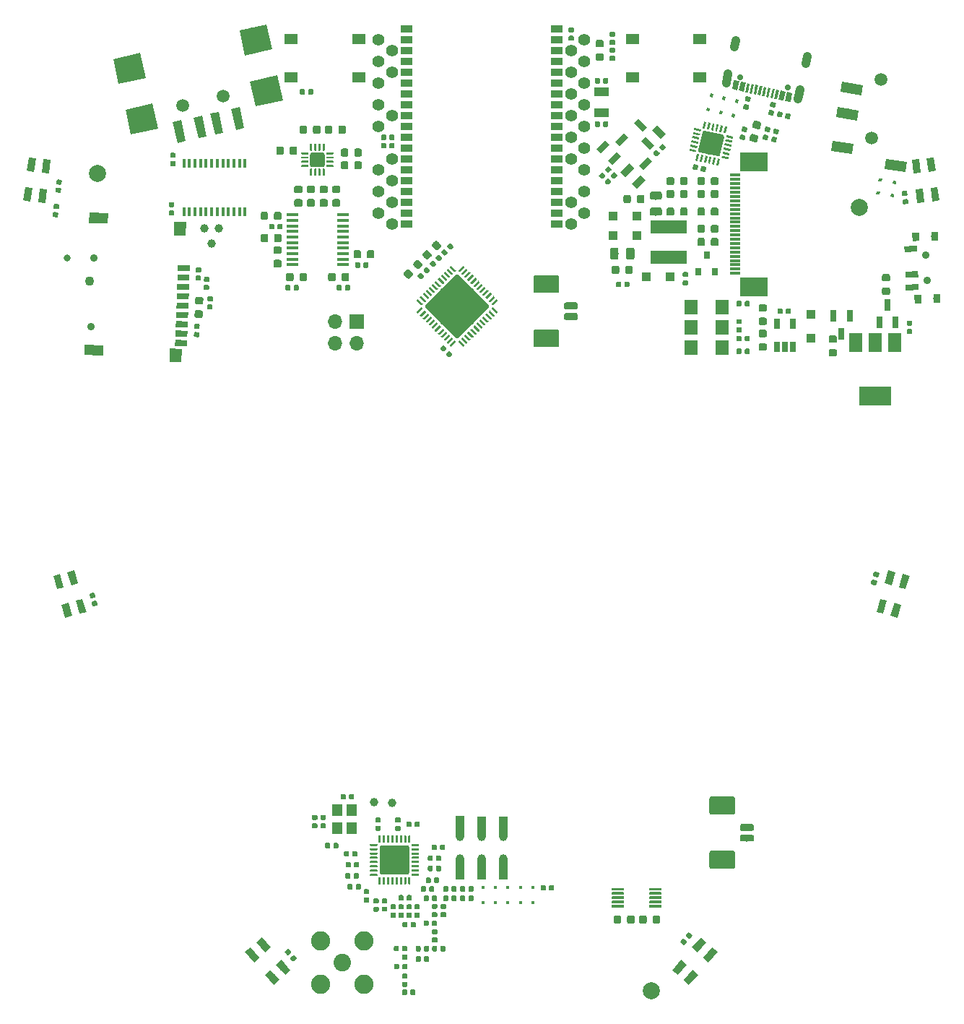
<source format=gbr>
G04 #@! TF.GenerationSoftware,KiCad,Pcbnew,6.0.0-unknown-r16647.959a4bdde.fc31*
G04 #@! TF.CreationDate,2020-02-05T23:37:17+00:00*
G04 #@! TF.ProjectId,r2,72322e6b-6963-4616-945f-706362585858,rev?*
G04 #@! TF.SameCoordinates,Original*
G04 #@! TF.FileFunction,Soldermask,Bot*
G04 #@! TF.FilePolarity,Negative*
%FSLAX46Y46*%
G04 Gerber Fmt 4.6, Leading zero omitted, Abs format (unit mm)*
G04 Created by KiCad (PCBNEW 6.0.0-unknown-r16647.959a4bdde.fc31) date 2020-02-05 23:37:17*
%MOMM*%
%LPD*%
G04 APERTURE LIST*
%ADD10C,1.000000*%
%ADD11C,0.100000*%
%ADD12C,3.000000*%
%ADD13C,1.500000*%
%ADD14R,1.000000X2.500000*%
%ADD15R,1.000000X2.450000*%
%ADD16C,0.600000*%
%ADD17C,1.200000*%
%ADD18C,0.850000*%
%ADD19O,1.700000X1.700000*%
%ADD20R,1.700000X1.700000*%
%ADD21C,0.875000*%
%ADD22R,1.450000X0.450000*%
%ADD23C,0.250000*%
%ADD24C,1.700000*%
%ADD25C,0.590000*%
%ADD26C,2.600000*%
%ADD27R,3.300000X2.200000*%
%ADD28R,1.200000X0.300000*%
%ADD29R,1.100000X1.100000*%
%ADD30R,1.550000X1.300000*%
%ADD31C,2.250000*%
%ADD32C,2.050000*%
%ADD33C,0.800000*%
%ADD34C,1.100000*%
%ADD35C,2.000000*%
%ADD36R,0.350000X0.400000*%
%ADD37C,0.700000*%
%ADD38C,0.900000*%
%ADD39C,2.100000*%
%ADD40C,5.450000*%
%ADD41R,1.450000X0.930000*%
%ADD42R,1.800000X1.000000*%
%ADD43R,0.740000X1.440000*%
%ADD44C,1.400000*%
%ADD45C,0.975000*%
%ADD46C,0.350000*%
%ADD47R,1.500000X1.800000*%
%ADD48R,4.200000X1.500000*%
%ADD49C,0.740000*%
%ADD50R,0.800000X0.900000*%
%ADD51R,0.740000X1.190000*%
%ADD52R,3.800000X2.200000*%
%ADD53R,1.500000X2.200000*%
%ADD54C,0.650000*%
%ADD55C,0.650000*%
%ADD56C,1.000000*%
%ADD57C,0.620000*%
%ADD58C,0.300000*%
%ADD59R,0.400000X1.100000*%
%ADD60C,3.450000*%
%ADD61R,1.200000X1.400000*%
G04 APERTURE END LIST*
D10*
X-28573075Y123465412D03*
D11*
G36*
X-28786035Y122136071D02*
G01*
X-29335650Y124574907D01*
X-28360115Y124794753D01*
X-27810500Y122355917D01*
X-28786035Y122136071D01*
X-28786035Y122136071D01*
G37*
D10*
X-31011911Y122915796D03*
D11*
G36*
X-31224871Y121586455D02*
G01*
X-31774486Y124025291D01*
X-30798951Y124245137D01*
X-30249336Y121806301D01*
X-31224871Y121586455D01*
X-31224871Y121586455D01*
G37*
D10*
X-32962981Y122476104D03*
D11*
G36*
X-33175941Y121146763D02*
G01*
X-33725556Y123585599D01*
X-32750021Y123805445D01*
X-32200406Y121366609D01*
X-33175941Y121146763D01*
X-33175941Y121146763D01*
G37*
D10*
X-35401817Y121926488D03*
D11*
G36*
X-35614777Y120597147D02*
G01*
X-36164392Y123035983D01*
X-35188857Y123255829D01*
X-34639242Y120816993D01*
X-35614777Y120597147D01*
X-35614777Y120597147D01*
G37*
D12*
X-41270201Y129317162D03*
D11*
G36*
X-42525675Y127496610D02*
G01*
X-43185214Y130423214D01*
X-40014727Y131137714D01*
X-39355188Y128211110D01*
X-42525675Y127496610D01*
X-42525675Y127496610D01*
G37*
D12*
X-39831586Y123388386D03*
D11*
G36*
X-41087060Y121567834D02*
G01*
X-41746599Y124494438D01*
X-38576112Y125208938D01*
X-37916573Y122282334D01*
X-41087060Y121567834D01*
X-41087060Y121567834D01*
G37*
D12*
X-26442076Y132658825D03*
D11*
G36*
X-27697550Y130838273D02*
G01*
X-28357089Y133764877D01*
X-25186602Y134479377D01*
X-24527063Y131552773D01*
X-27697550Y130838273D01*
X-27697550Y130838273D01*
G37*
D12*
X-25198568Y126686079D03*
D11*
G36*
X-26454042Y124865527D02*
G01*
X-27113581Y127792131D01*
X-23943094Y128506631D01*
X-23283555Y125580027D01*
X-26454042Y124865527D01*
X-26454042Y124865527D01*
G37*
D13*
X-35015060Y124986377D03*
X-30234940Y126063623D03*
D10*
X-2540000Y36730000D03*
X0Y36730000D03*
X2540000Y36730000D03*
X-2540000Y39270000D03*
X0Y39270000D03*
X2540000Y39270000D03*
D14*
X-2540000Y40500000D03*
D15*
X-2540000Y35500000D03*
X0Y40500000D03*
X0Y35500000D03*
X2540000Y40500000D03*
X2540000Y35500000D03*
D16*
X49551182Y118117317D03*
X49457321Y117524704D03*
X47580713Y117821929D03*
X47674574Y118414542D03*
X43209425Y119627985D03*
X43303285Y120220598D03*
X41332817Y119925210D03*
X41426677Y120517823D03*
X41426677Y120517823D03*
X41958555Y123875964D03*
X42052415Y124468577D03*
X44304466Y126541803D03*
X44398327Y127134416D03*
X42427858Y126839029D03*
X42521719Y127431642D03*
D17*
X48565947Y117969623D03*
D11*
G36*
X47425197Y118757779D02*
G01*
X49894418Y118366693D01*
X49706697Y117181467D01*
X47237476Y117572553D01*
X47425197Y118757779D01*
X47425197Y118757779D01*
G37*
D17*
X42318051Y120072904D03*
D11*
G36*
X41177301Y120861060D02*
G01*
X43646522Y120469974D01*
X43458801Y119284748D01*
X40989580Y119675834D01*
X41177301Y120861060D01*
X41177301Y120861060D01*
G37*
D17*
X42943789Y124023657D03*
D11*
G36*
X41803039Y124811813D02*
G01*
X44272260Y124420727D01*
X44084539Y123235501D01*
X41615318Y123626587D01*
X41803039Y124811813D01*
X41803039Y124811813D01*
G37*
D17*
X43413092Y126986722D03*
D11*
G36*
X42272342Y127774878D02*
G01*
X44741563Y127383792D01*
X44553842Y126198566D01*
X42084621Y126589652D01*
X42272342Y127774878D01*
X42272342Y127774878D01*
G37*
D13*
X46873375Y128058612D03*
X45778333Y121144793D03*
D18*
X53177149Y114600080D03*
D11*
G36*
X53696477Y113857838D02*
G01*
X52852812Y113754249D01*
X52657821Y115342322D01*
X53501486Y115445911D01*
X53696477Y113857838D01*
X53696477Y113857838D01*
G37*
D18*
X51440193Y114386809D03*
D11*
G36*
X51959521Y113644567D02*
G01*
X51115856Y113540978D01*
X50920865Y115129051D01*
X51764530Y115232640D01*
X51959521Y113644567D01*
X51959521Y113644567D01*
G37*
D18*
X52750607Y118073991D03*
D11*
G36*
X53269935Y117331749D02*
G01*
X52426270Y117228160D01*
X52231279Y118816233D01*
X53074944Y118919822D01*
X53269935Y117331749D01*
X53269935Y117331749D01*
G37*
D18*
X51013651Y117860720D03*
D11*
G36*
X51532979Y117118478D02*
G01*
X50689314Y117014889D01*
X50494323Y118602962D01*
X51337988Y118706551D01*
X51532979Y117118478D01*
X51532979Y117118478D01*
G37*
D10*
X-32461200Y110591600D03*
X-31623000Y108788200D03*
X-30759400Y110591600D03*
D19*
X-17170400Y97155000D03*
X-14630400Y97155000D03*
X-17170400Y99695000D03*
D20*
X-14630400Y99695000D03*
D11*
G36*
X-25148438Y112523149D02*
G01*
X-25077470Y112475730D01*
X-25030051Y112404762D01*
X-25013400Y112321050D01*
X-25013400Y111808550D01*
X-25030051Y111724838D01*
X-25077470Y111653870D01*
X-25148438Y111606451D01*
X-25232150Y111589800D01*
X-25669650Y111589800D01*
X-25753362Y111606451D01*
X-25824330Y111653870D01*
X-25871749Y111724838D01*
X-25888400Y111808550D01*
X-25888400Y112321050D01*
X-25871749Y112404762D01*
X-25824330Y112475730D01*
X-25753362Y112523149D01*
X-25669650Y112539800D01*
X-25232150Y112539800D01*
X-25148438Y112523149D01*
X-25148438Y112523149D01*
G37*
D21*
X-25450900Y112064800D03*
D11*
G36*
X-23573438Y112523149D02*
G01*
X-23502470Y112475730D01*
X-23455051Y112404762D01*
X-23438400Y112321050D01*
X-23438400Y111808550D01*
X-23455051Y111724838D01*
X-23502470Y111653870D01*
X-23573438Y111606451D01*
X-23657150Y111589800D01*
X-24094650Y111589800D01*
X-24178362Y111606451D01*
X-24249330Y111653870D01*
X-24296749Y111724838D01*
X-24313400Y111808550D01*
X-24313400Y112321050D01*
X-24296749Y112404762D01*
X-24249330Y112475730D01*
X-24178362Y112523149D01*
X-24094650Y112539800D01*
X-23657150Y112539800D01*
X-23573438Y112523149D01*
X-23573438Y112523149D01*
G37*
D21*
X-23875900Y112064800D03*
D22*
X-16252400Y106320400D03*
X-16252400Y106970400D03*
X-16252400Y107620400D03*
X-16252400Y108270400D03*
X-16252400Y108920400D03*
X-16252400Y109570400D03*
X-16252400Y110220400D03*
X-16252400Y110870400D03*
X-16252400Y111520400D03*
X-16252400Y112170400D03*
X-22152400Y112170400D03*
X-22152400Y111520400D03*
X-22152400Y110870400D03*
X-22152400Y110220400D03*
X-22152400Y109570400D03*
X-22152400Y108920400D03*
X-22152400Y108270400D03*
X-22152400Y107620400D03*
X-22152400Y106970400D03*
X-22152400Y106320400D03*
D11*
G36*
X-17391382Y118013642D02*
G01*
X-17371106Y118000094D01*
X-17357558Y117979818D01*
X-17352800Y117955900D01*
X-17352800Y117830900D01*
X-17357558Y117806982D01*
X-17371106Y117786706D01*
X-17391382Y117773158D01*
X-17415300Y117768400D01*
X-18115300Y117768400D01*
X-18139218Y117773158D01*
X-18159494Y117786706D01*
X-18173042Y117806982D01*
X-18177800Y117830900D01*
X-18177800Y117955900D01*
X-18173042Y117979818D01*
X-18159494Y118000094D01*
X-18139218Y118013642D01*
X-18115300Y118018400D01*
X-17415300Y118018400D01*
X-17391382Y118013642D01*
X-17391382Y118013642D01*
G37*
D23*
X-17765300Y117893400D03*
D11*
G36*
X-17391382Y118513642D02*
G01*
X-17371106Y118500094D01*
X-17357558Y118479818D01*
X-17352800Y118455900D01*
X-17352800Y118330900D01*
X-17357558Y118306982D01*
X-17371106Y118286706D01*
X-17391382Y118273158D01*
X-17415300Y118268400D01*
X-18115300Y118268400D01*
X-18139218Y118273158D01*
X-18159494Y118286706D01*
X-18173042Y118306982D01*
X-18177800Y118330900D01*
X-18177800Y118455900D01*
X-18173042Y118479818D01*
X-18159494Y118500094D01*
X-18139218Y118513642D01*
X-18115300Y118518400D01*
X-17415300Y118518400D01*
X-17391382Y118513642D01*
X-17391382Y118513642D01*
G37*
D23*
X-17765300Y118393400D03*
D11*
G36*
X-17391382Y119013642D02*
G01*
X-17371106Y119000094D01*
X-17357558Y118979818D01*
X-17352800Y118955900D01*
X-17352800Y118830900D01*
X-17357558Y118806982D01*
X-17371106Y118786706D01*
X-17391382Y118773158D01*
X-17415300Y118768400D01*
X-18115300Y118768400D01*
X-18139218Y118773158D01*
X-18159494Y118786706D01*
X-18173042Y118806982D01*
X-18177800Y118830900D01*
X-18177800Y118955900D01*
X-18173042Y118979818D01*
X-18159494Y119000094D01*
X-18139218Y119013642D01*
X-18115300Y119018400D01*
X-17415300Y119018400D01*
X-17391382Y119013642D01*
X-17391382Y119013642D01*
G37*
D23*
X-17765300Y118893400D03*
D11*
G36*
X-17391382Y119513642D02*
G01*
X-17371106Y119500094D01*
X-17357558Y119479818D01*
X-17352800Y119455900D01*
X-17352800Y119330900D01*
X-17357558Y119306982D01*
X-17371106Y119286706D01*
X-17391382Y119273158D01*
X-17415300Y119268400D01*
X-18115300Y119268400D01*
X-18139218Y119273158D01*
X-18159494Y119286706D01*
X-18173042Y119306982D01*
X-18177800Y119330900D01*
X-18177800Y119455900D01*
X-18173042Y119479818D01*
X-18159494Y119500094D01*
X-18139218Y119513642D01*
X-18115300Y119518400D01*
X-17415300Y119518400D01*
X-17391382Y119513642D01*
X-17391382Y119513642D01*
G37*
D23*
X-17765300Y119393400D03*
D11*
G36*
X-18391382Y120513642D02*
G01*
X-18371106Y120500094D01*
X-18357558Y120479818D01*
X-18352800Y120455900D01*
X-18352800Y119755900D01*
X-18357558Y119731982D01*
X-18371106Y119711706D01*
X-18391382Y119698158D01*
X-18415300Y119693400D01*
X-18540300Y119693400D01*
X-18564218Y119698158D01*
X-18584494Y119711706D01*
X-18598042Y119731982D01*
X-18602800Y119755900D01*
X-18602800Y120455900D01*
X-18598042Y120479818D01*
X-18584494Y120500094D01*
X-18564218Y120513642D01*
X-18540300Y120518400D01*
X-18415300Y120518400D01*
X-18391382Y120513642D01*
X-18391382Y120513642D01*
G37*
D23*
X-18477800Y120105900D03*
D11*
G36*
X-18891382Y120513642D02*
G01*
X-18871106Y120500094D01*
X-18857558Y120479818D01*
X-18852800Y120455900D01*
X-18852800Y119755900D01*
X-18857558Y119731982D01*
X-18871106Y119711706D01*
X-18891382Y119698158D01*
X-18915300Y119693400D01*
X-19040300Y119693400D01*
X-19064218Y119698158D01*
X-19084494Y119711706D01*
X-19098042Y119731982D01*
X-19102800Y119755900D01*
X-19102800Y120455900D01*
X-19098042Y120479818D01*
X-19084494Y120500094D01*
X-19064218Y120513642D01*
X-19040300Y120518400D01*
X-18915300Y120518400D01*
X-18891382Y120513642D01*
X-18891382Y120513642D01*
G37*
D23*
X-18977800Y120105900D03*
D11*
G36*
X-19391382Y120513642D02*
G01*
X-19371106Y120500094D01*
X-19357558Y120479818D01*
X-19352800Y120455900D01*
X-19352800Y119755900D01*
X-19357558Y119731982D01*
X-19371106Y119711706D01*
X-19391382Y119698158D01*
X-19415300Y119693400D01*
X-19540300Y119693400D01*
X-19564218Y119698158D01*
X-19584494Y119711706D01*
X-19598042Y119731982D01*
X-19602800Y119755900D01*
X-19602800Y120455900D01*
X-19598042Y120479818D01*
X-19584494Y120500094D01*
X-19564218Y120513642D01*
X-19540300Y120518400D01*
X-19415300Y120518400D01*
X-19391382Y120513642D01*
X-19391382Y120513642D01*
G37*
D23*
X-19477800Y120105900D03*
D11*
G36*
X-19891382Y120513642D02*
G01*
X-19871106Y120500094D01*
X-19857558Y120479818D01*
X-19852800Y120455900D01*
X-19852800Y119755900D01*
X-19857558Y119731982D01*
X-19871106Y119711706D01*
X-19891382Y119698158D01*
X-19915300Y119693400D01*
X-20040300Y119693400D01*
X-20064218Y119698158D01*
X-20084494Y119711706D01*
X-20098042Y119731982D01*
X-20102800Y119755900D01*
X-20102800Y120455900D01*
X-20098042Y120479818D01*
X-20084494Y120500094D01*
X-20064218Y120513642D01*
X-20040300Y120518400D01*
X-19915300Y120518400D01*
X-19891382Y120513642D01*
X-19891382Y120513642D01*
G37*
D23*
X-19977800Y120105900D03*
D11*
G36*
X-20316382Y119513642D02*
G01*
X-20296106Y119500094D01*
X-20282558Y119479818D01*
X-20277800Y119455900D01*
X-20277800Y119330900D01*
X-20282558Y119306982D01*
X-20296106Y119286706D01*
X-20316382Y119273158D01*
X-20340300Y119268400D01*
X-21040300Y119268400D01*
X-21064218Y119273158D01*
X-21084494Y119286706D01*
X-21098042Y119306982D01*
X-21102800Y119330900D01*
X-21102800Y119455900D01*
X-21098042Y119479818D01*
X-21084494Y119500094D01*
X-21064218Y119513642D01*
X-21040300Y119518400D01*
X-20340300Y119518400D01*
X-20316382Y119513642D01*
X-20316382Y119513642D01*
G37*
D23*
X-20690300Y119393400D03*
D11*
G36*
X-20316382Y119013642D02*
G01*
X-20296106Y119000094D01*
X-20282558Y118979818D01*
X-20277800Y118955900D01*
X-20277800Y118830900D01*
X-20282558Y118806982D01*
X-20296106Y118786706D01*
X-20316382Y118773158D01*
X-20340300Y118768400D01*
X-21040300Y118768400D01*
X-21064218Y118773158D01*
X-21084494Y118786706D01*
X-21098042Y118806982D01*
X-21102800Y118830900D01*
X-21102800Y118955900D01*
X-21098042Y118979818D01*
X-21084494Y119000094D01*
X-21064218Y119013642D01*
X-21040300Y119018400D01*
X-20340300Y119018400D01*
X-20316382Y119013642D01*
X-20316382Y119013642D01*
G37*
D23*
X-20690300Y118893400D03*
D11*
G36*
X-20316382Y118513642D02*
G01*
X-20296106Y118500094D01*
X-20282558Y118479818D01*
X-20277800Y118455900D01*
X-20277800Y118330900D01*
X-20282558Y118306982D01*
X-20296106Y118286706D01*
X-20316382Y118273158D01*
X-20340300Y118268400D01*
X-21040300Y118268400D01*
X-21064218Y118273158D01*
X-21084494Y118286706D01*
X-21098042Y118306982D01*
X-21102800Y118330900D01*
X-21102800Y118455900D01*
X-21098042Y118479818D01*
X-21084494Y118500094D01*
X-21064218Y118513642D01*
X-21040300Y118518400D01*
X-20340300Y118518400D01*
X-20316382Y118513642D01*
X-20316382Y118513642D01*
G37*
D23*
X-20690300Y118393400D03*
D11*
G36*
X-20316382Y118013642D02*
G01*
X-20296106Y118000094D01*
X-20282558Y117979818D01*
X-20277800Y117955900D01*
X-20277800Y117830900D01*
X-20282558Y117806982D01*
X-20296106Y117786706D01*
X-20316382Y117773158D01*
X-20340300Y117768400D01*
X-21040300Y117768400D01*
X-21064218Y117773158D01*
X-21084494Y117786706D01*
X-21098042Y117806982D01*
X-21102800Y117830900D01*
X-21102800Y117955900D01*
X-21098042Y117979818D01*
X-21084494Y118000094D01*
X-21064218Y118013642D01*
X-21040300Y118018400D01*
X-20340300Y118018400D01*
X-20316382Y118013642D01*
X-20316382Y118013642D01*
G37*
D23*
X-20690300Y117893400D03*
D11*
G36*
X-19891382Y117588642D02*
G01*
X-19871106Y117575094D01*
X-19857558Y117554818D01*
X-19852800Y117530900D01*
X-19852800Y116830900D01*
X-19857558Y116806982D01*
X-19871106Y116786706D01*
X-19891382Y116773158D01*
X-19915300Y116768400D01*
X-20040300Y116768400D01*
X-20064218Y116773158D01*
X-20084494Y116786706D01*
X-20098042Y116806982D01*
X-20102800Y116830900D01*
X-20102800Y117530900D01*
X-20098042Y117554818D01*
X-20084494Y117575094D01*
X-20064218Y117588642D01*
X-20040300Y117593400D01*
X-19915300Y117593400D01*
X-19891382Y117588642D01*
X-19891382Y117588642D01*
G37*
D23*
X-19977800Y117180900D03*
D11*
G36*
X-19391382Y117588642D02*
G01*
X-19371106Y117575094D01*
X-19357558Y117554818D01*
X-19352800Y117530900D01*
X-19352800Y116830900D01*
X-19357558Y116806982D01*
X-19371106Y116786706D01*
X-19391382Y116773158D01*
X-19415300Y116768400D01*
X-19540300Y116768400D01*
X-19564218Y116773158D01*
X-19584494Y116786706D01*
X-19598042Y116806982D01*
X-19602800Y116830900D01*
X-19602800Y117530900D01*
X-19598042Y117554818D01*
X-19584494Y117575094D01*
X-19564218Y117588642D01*
X-19540300Y117593400D01*
X-19415300Y117593400D01*
X-19391382Y117588642D01*
X-19391382Y117588642D01*
G37*
D23*
X-19477800Y117180900D03*
D11*
G36*
X-18891382Y117588642D02*
G01*
X-18871106Y117575094D01*
X-18857558Y117554818D01*
X-18852800Y117530900D01*
X-18852800Y116830900D01*
X-18857558Y116806982D01*
X-18871106Y116786706D01*
X-18891382Y116773158D01*
X-18915300Y116768400D01*
X-19040300Y116768400D01*
X-19064218Y116773158D01*
X-19084494Y116786706D01*
X-19098042Y116806982D01*
X-19102800Y116830900D01*
X-19102800Y117530900D01*
X-19098042Y117554818D01*
X-19084494Y117575094D01*
X-19064218Y117588642D01*
X-19040300Y117593400D01*
X-18915300Y117593400D01*
X-18891382Y117588642D01*
X-18891382Y117588642D01*
G37*
D23*
X-18977800Y117180900D03*
D11*
G36*
X-18391382Y117588642D02*
G01*
X-18371106Y117575094D01*
X-18357558Y117554818D01*
X-18352800Y117530900D01*
X-18352800Y116830900D01*
X-18357558Y116806982D01*
X-18371106Y116786706D01*
X-18391382Y116773158D01*
X-18415300Y116768400D01*
X-18540300Y116768400D01*
X-18564218Y116773158D01*
X-18584494Y116786706D01*
X-18598042Y116806982D01*
X-18602800Y116830900D01*
X-18602800Y117530900D01*
X-18598042Y117554818D01*
X-18584494Y117575094D01*
X-18564218Y117588642D01*
X-18540300Y117593400D01*
X-18415300Y117593400D01*
X-18391382Y117588642D01*
X-18391382Y117588642D01*
G37*
D23*
X-18477800Y117180900D03*
D11*
G36*
X-18532129Y119474370D02*
G01*
X-18451023Y119420177D01*
X-18396830Y119339071D01*
X-18377800Y119243400D01*
X-18377800Y118043400D01*
X-18396830Y117947729D01*
X-18451023Y117866623D01*
X-18532129Y117812430D01*
X-18627800Y117793400D01*
X-19827800Y117793400D01*
X-19923471Y117812430D01*
X-20004577Y117866623D01*
X-20058770Y117947729D01*
X-20077800Y118043400D01*
X-20077800Y119243400D01*
X-20058770Y119339071D01*
X-20004577Y119420177D01*
X-19923471Y119474370D01*
X-19827800Y119493400D01*
X-18627800Y119493400D01*
X-18532129Y119474370D01*
X-18532129Y119474370D01*
G37*
D24*
X-19227800Y118643400D03*
D11*
G36*
X33877266Y124464239D02*
G01*
X34214088Y124389568D01*
X34266765Y124366389D01*
X34306563Y124324816D01*
X34327422Y124271177D01*
X34326167Y124213639D01*
X34262317Y123925632D01*
X34239138Y123872954D01*
X34197565Y123833157D01*
X34143926Y123812298D01*
X34086388Y123813553D01*
X33749566Y123888224D01*
X33696889Y123911403D01*
X33657091Y123952976D01*
X33636232Y124006615D01*
X33637487Y124064153D01*
X33701337Y124352160D01*
X33724516Y124404838D01*
X33766089Y124444635D01*
X33819728Y124465494D01*
X33877266Y124464239D01*
X33877266Y124464239D01*
G37*
D25*
X33981827Y124138896D03*
D11*
G36*
X34087212Y125411247D02*
G01*
X34424034Y125336576D01*
X34476711Y125313397D01*
X34516509Y125271824D01*
X34537368Y125218185D01*
X34536113Y125160647D01*
X34472263Y124872640D01*
X34449084Y124819962D01*
X34407511Y124780165D01*
X34353872Y124759306D01*
X34296334Y124760561D01*
X33959512Y124835232D01*
X33906835Y124858411D01*
X33867037Y124899984D01*
X33846178Y124953623D01*
X33847433Y125011161D01*
X33911283Y125299168D01*
X33934462Y125351846D01*
X33976035Y125391643D01*
X34029674Y125412502D01*
X34087212Y125411247D01*
X34087212Y125411247D01*
G37*
D25*
X34191773Y125085904D03*
D11*
G36*
X30940466Y125151839D02*
G01*
X31277288Y125077168D01*
X31329965Y125053989D01*
X31369763Y125012416D01*
X31390622Y124958777D01*
X31389367Y124901239D01*
X31325517Y124613232D01*
X31302338Y124560554D01*
X31260765Y124520757D01*
X31207126Y124499898D01*
X31149588Y124501153D01*
X30812766Y124575824D01*
X30760089Y124599003D01*
X30720291Y124640576D01*
X30699432Y124694215D01*
X30700687Y124751753D01*
X30764537Y125039760D01*
X30787716Y125092438D01*
X30829289Y125132235D01*
X30882928Y125153094D01*
X30940466Y125151839D01*
X30940466Y125151839D01*
G37*
D25*
X31045027Y124826496D03*
D11*
G36*
X31150412Y126098847D02*
G01*
X31487234Y126024176D01*
X31539911Y126000997D01*
X31579709Y125959424D01*
X31600568Y125905785D01*
X31599313Y125848247D01*
X31535463Y125560240D01*
X31512284Y125507562D01*
X31470711Y125467765D01*
X31417072Y125446906D01*
X31359534Y125448161D01*
X31022712Y125522832D01*
X30970035Y125546011D01*
X30930237Y125587584D01*
X30909378Y125641223D01*
X30910633Y125698761D01*
X30974483Y125986768D01*
X30997662Y126039446D01*
X31039235Y126079243D01*
X31092874Y126100102D01*
X31150412Y126098847D01*
X31150412Y126098847D01*
G37*
D25*
X31254973Y125773504D03*
D11*
G36*
X-21735038Y120183349D02*
G01*
X-21664070Y120135930D01*
X-21616651Y120064962D01*
X-21600000Y119981250D01*
X-21600000Y119468750D01*
X-21616651Y119385038D01*
X-21664070Y119314070D01*
X-21735038Y119266651D01*
X-21818750Y119250000D01*
X-22256250Y119250000D01*
X-22339962Y119266651D01*
X-22410930Y119314070D01*
X-22458349Y119385038D01*
X-22475000Y119468750D01*
X-22475000Y119981250D01*
X-22458349Y120064962D01*
X-22410930Y120135930D01*
X-22339962Y120183349D01*
X-22256250Y120200000D01*
X-21818750Y120200000D01*
X-21735038Y120183349D01*
X-21735038Y120183349D01*
G37*
D21*
X-22037500Y119725000D03*
D11*
G36*
X-23310038Y120183349D02*
G01*
X-23239070Y120135930D01*
X-23191651Y120064962D01*
X-23175000Y119981250D01*
X-23175000Y119468750D01*
X-23191651Y119385038D01*
X-23239070Y119314070D01*
X-23310038Y119266651D01*
X-23393750Y119250000D01*
X-23831250Y119250000D01*
X-23914962Y119266651D01*
X-23985930Y119314070D01*
X-24033349Y119385038D01*
X-24050000Y119468750D01*
X-24050000Y119981250D01*
X-24033349Y120064962D01*
X-23985930Y120135930D01*
X-23914962Y120183349D01*
X-23831250Y120200000D01*
X-23393750Y120200000D01*
X-23310038Y120183349D01*
X-23310038Y120183349D01*
G37*
D21*
X-23612500Y119725000D03*
D11*
G36*
X-17604638Y122632349D02*
G01*
X-17533670Y122584930D01*
X-17486251Y122513962D01*
X-17469600Y122430250D01*
X-17469600Y121917750D01*
X-17486251Y121834038D01*
X-17533670Y121763070D01*
X-17604638Y121715651D01*
X-17688350Y121699000D01*
X-18125850Y121699000D01*
X-18209562Y121715651D01*
X-18280530Y121763070D01*
X-18327949Y121834038D01*
X-18344600Y121917750D01*
X-18344600Y122430250D01*
X-18327949Y122513962D01*
X-18280530Y122584930D01*
X-18209562Y122632349D01*
X-18125850Y122649000D01*
X-17688350Y122649000D01*
X-17604638Y122632349D01*
X-17604638Y122632349D01*
G37*
D21*
X-17907100Y122174000D03*
D11*
G36*
X-16029638Y122632349D02*
G01*
X-15958670Y122584930D01*
X-15911251Y122513962D01*
X-15894600Y122430250D01*
X-15894600Y121917750D01*
X-15911251Y121834038D01*
X-15958670Y121763070D01*
X-16029638Y121715651D01*
X-16113350Y121699000D01*
X-16550850Y121699000D01*
X-16634562Y121715651D01*
X-16705530Y121763070D01*
X-16752949Y121834038D01*
X-16769600Y121917750D01*
X-16769600Y122430250D01*
X-16752949Y122513962D01*
X-16705530Y122584930D01*
X-16634562Y122632349D01*
X-16550850Y122649000D01*
X-16113350Y122649000D01*
X-16029638Y122632349D01*
X-16029638Y122632349D01*
G37*
D21*
X-16332100Y122174000D03*
D11*
G36*
X-20576438Y122632349D02*
G01*
X-20505470Y122584930D01*
X-20458051Y122513962D01*
X-20441400Y122430250D01*
X-20441400Y121917750D01*
X-20458051Y121834038D01*
X-20505470Y121763070D01*
X-20576438Y121715651D01*
X-20660150Y121699000D01*
X-21097650Y121699000D01*
X-21181362Y121715651D01*
X-21252330Y121763070D01*
X-21299749Y121834038D01*
X-21316400Y121917750D01*
X-21316400Y122430250D01*
X-21299749Y122513962D01*
X-21252330Y122584930D01*
X-21181362Y122632349D01*
X-21097650Y122649000D01*
X-20660150Y122649000D01*
X-20576438Y122632349D01*
X-20576438Y122632349D01*
G37*
D21*
X-20878900Y122174000D03*
D11*
G36*
X-19001438Y122632349D02*
G01*
X-18930470Y122584930D01*
X-18883051Y122513962D01*
X-18866400Y122430250D01*
X-18866400Y121917750D01*
X-18883051Y121834038D01*
X-18930470Y121763070D01*
X-19001438Y121715651D01*
X-19085150Y121699000D01*
X-19522650Y121699000D01*
X-19606362Y121715651D01*
X-19677330Y121763070D01*
X-19724749Y121834038D01*
X-19741400Y121917750D01*
X-19741400Y122430250D01*
X-19724749Y122513962D01*
X-19677330Y122584930D01*
X-19606362Y122632349D01*
X-19522650Y122649000D01*
X-19085150Y122649000D01*
X-19001438Y122632349D01*
X-19001438Y122632349D01*
G37*
D21*
X-19303900Y122174000D03*
D11*
G36*
X-14150038Y118466749D02*
G01*
X-14079070Y118419330D01*
X-14031651Y118348362D01*
X-14015000Y118264650D01*
X-14015000Y117752150D01*
X-14031651Y117668438D01*
X-14079070Y117597470D01*
X-14150038Y117550051D01*
X-14233750Y117533400D01*
X-14671250Y117533400D01*
X-14754962Y117550051D01*
X-14825930Y117597470D01*
X-14873349Y117668438D01*
X-14890000Y117752150D01*
X-14890000Y118264650D01*
X-14873349Y118348362D01*
X-14825930Y118419330D01*
X-14754962Y118466749D01*
X-14671250Y118483400D01*
X-14233750Y118483400D01*
X-14150038Y118466749D01*
X-14150038Y118466749D01*
G37*
D21*
X-14452500Y118008400D03*
D11*
G36*
X-15725038Y118466749D02*
G01*
X-15654070Y118419330D01*
X-15606651Y118348362D01*
X-15590000Y118264650D01*
X-15590000Y117752150D01*
X-15606651Y117668438D01*
X-15654070Y117597470D01*
X-15725038Y117550051D01*
X-15808750Y117533400D01*
X-16246250Y117533400D01*
X-16329962Y117550051D01*
X-16400930Y117597470D01*
X-16448349Y117668438D01*
X-16465000Y117752150D01*
X-16465000Y118264650D01*
X-16448349Y118348362D01*
X-16400930Y118419330D01*
X-16329962Y118466749D01*
X-16246250Y118483400D01*
X-15808750Y118483400D01*
X-15725038Y118466749D01*
X-15725038Y118466749D01*
G37*
D21*
X-16027500Y118008400D03*
D11*
G36*
X-14150038Y119939949D02*
G01*
X-14079070Y119892530D01*
X-14031651Y119821562D01*
X-14015000Y119737850D01*
X-14015000Y119225350D01*
X-14031651Y119141638D01*
X-14079070Y119070670D01*
X-14150038Y119023251D01*
X-14233750Y119006600D01*
X-14671250Y119006600D01*
X-14754962Y119023251D01*
X-14825930Y119070670D01*
X-14873349Y119141638D01*
X-14890000Y119225350D01*
X-14890000Y119737850D01*
X-14873349Y119821562D01*
X-14825930Y119892530D01*
X-14754962Y119939949D01*
X-14671250Y119956600D01*
X-14233750Y119956600D01*
X-14150038Y119939949D01*
X-14150038Y119939949D01*
G37*
D21*
X-14452500Y119481600D03*
D11*
G36*
X-15725038Y119939949D02*
G01*
X-15654070Y119892530D01*
X-15606651Y119821562D01*
X-15590000Y119737850D01*
X-15590000Y119225350D01*
X-15606651Y119141638D01*
X-15654070Y119070670D01*
X-15725038Y119023251D01*
X-15808750Y119006600D01*
X-16246250Y119006600D01*
X-16329962Y119023251D01*
X-16400930Y119070670D01*
X-16448349Y119141638D01*
X-16465000Y119225350D01*
X-16465000Y119737850D01*
X-16448349Y119821562D01*
X-16400930Y119892530D01*
X-16329962Y119939949D01*
X-16246250Y119956600D01*
X-15808750Y119956600D01*
X-15725038Y119939949D01*
X-15725038Y119939949D01*
G37*
D21*
X-16027500Y119481600D03*
D11*
G36*
X-21123038Y114009549D02*
G01*
X-21052070Y113962130D01*
X-21004651Y113891162D01*
X-20988000Y113807450D01*
X-20988000Y113369950D01*
X-21004651Y113286238D01*
X-21052070Y113215270D01*
X-21123038Y113167851D01*
X-21206750Y113151200D01*
X-21719250Y113151200D01*
X-21802962Y113167851D01*
X-21873930Y113215270D01*
X-21921349Y113286238D01*
X-21938000Y113369950D01*
X-21938000Y113807450D01*
X-21921349Y113891162D01*
X-21873930Y113962130D01*
X-21802962Y114009549D01*
X-21719250Y114026200D01*
X-21206750Y114026200D01*
X-21123038Y114009549D01*
X-21123038Y114009549D01*
G37*
D21*
X-21463000Y113588700D03*
D11*
G36*
X-21123038Y115584549D02*
G01*
X-21052070Y115537130D01*
X-21004651Y115466162D01*
X-20988000Y115382450D01*
X-20988000Y114944950D01*
X-21004651Y114861238D01*
X-21052070Y114790270D01*
X-21123038Y114742851D01*
X-21206750Y114726200D01*
X-21719250Y114726200D01*
X-21802962Y114742851D01*
X-21873930Y114790270D01*
X-21921349Y114861238D01*
X-21938000Y114944950D01*
X-21938000Y115382450D01*
X-21921349Y115466162D01*
X-21873930Y115537130D01*
X-21802962Y115584549D01*
X-21719250Y115601200D01*
X-21206750Y115601200D01*
X-21123038Y115584549D01*
X-21123038Y115584549D01*
G37*
D21*
X-21463000Y115163700D03*
D11*
G36*
X-19649838Y114009549D02*
G01*
X-19578870Y113962130D01*
X-19531451Y113891162D01*
X-19514800Y113807450D01*
X-19514800Y113369950D01*
X-19531451Y113286238D01*
X-19578870Y113215270D01*
X-19649838Y113167851D01*
X-19733550Y113151200D01*
X-20246050Y113151200D01*
X-20329762Y113167851D01*
X-20400730Y113215270D01*
X-20448149Y113286238D01*
X-20464800Y113369950D01*
X-20464800Y113807450D01*
X-20448149Y113891162D01*
X-20400730Y113962130D01*
X-20329762Y114009549D01*
X-20246050Y114026200D01*
X-19733550Y114026200D01*
X-19649838Y114009549D01*
X-19649838Y114009549D01*
G37*
D21*
X-19989800Y113588700D03*
D11*
G36*
X-19649838Y115584549D02*
G01*
X-19578870Y115537130D01*
X-19531451Y115466162D01*
X-19514800Y115382450D01*
X-19514800Y114944950D01*
X-19531451Y114861238D01*
X-19578870Y114790270D01*
X-19649838Y114742851D01*
X-19733550Y114726200D01*
X-20246050Y114726200D01*
X-20329762Y114742851D01*
X-20400730Y114790270D01*
X-20448149Y114861238D01*
X-20464800Y114944950D01*
X-20464800Y115382450D01*
X-20448149Y115466162D01*
X-20400730Y115537130D01*
X-20329762Y115584549D01*
X-20246050Y115601200D01*
X-19733550Y115601200D01*
X-19649838Y115584549D01*
X-19649838Y115584549D01*
G37*
D21*
X-19989800Y115163700D03*
D11*
G36*
X-16678038Y114009549D02*
G01*
X-16607070Y113962130D01*
X-16559651Y113891162D01*
X-16543000Y113807450D01*
X-16543000Y113369950D01*
X-16559651Y113286238D01*
X-16607070Y113215270D01*
X-16678038Y113167851D01*
X-16761750Y113151200D01*
X-17274250Y113151200D01*
X-17357962Y113167851D01*
X-17428930Y113215270D01*
X-17476349Y113286238D01*
X-17493000Y113369950D01*
X-17493000Y113807450D01*
X-17476349Y113891162D01*
X-17428930Y113962130D01*
X-17357962Y114009549D01*
X-17274250Y114026200D01*
X-16761750Y114026200D01*
X-16678038Y114009549D01*
X-16678038Y114009549D01*
G37*
D21*
X-17018000Y113588700D03*
D11*
G36*
X-16678038Y115584549D02*
G01*
X-16607070Y115537130D01*
X-16559651Y115466162D01*
X-16543000Y115382450D01*
X-16543000Y114944950D01*
X-16559651Y114861238D01*
X-16607070Y114790270D01*
X-16678038Y114742851D01*
X-16761750Y114726200D01*
X-17274250Y114726200D01*
X-17357962Y114742851D01*
X-17428930Y114790270D01*
X-17476349Y114861238D01*
X-17493000Y114944950D01*
X-17493000Y115382450D01*
X-17476349Y115466162D01*
X-17428930Y115537130D01*
X-17357962Y115584549D01*
X-17274250Y115601200D01*
X-16761750Y115601200D01*
X-16678038Y115584549D01*
X-16678038Y115584549D01*
G37*
D21*
X-17018000Y115163700D03*
D11*
G36*
X-18151238Y114009549D02*
G01*
X-18080270Y113962130D01*
X-18032851Y113891162D01*
X-18016200Y113807450D01*
X-18016200Y113369950D01*
X-18032851Y113286238D01*
X-18080270Y113215270D01*
X-18151238Y113167851D01*
X-18234950Y113151200D01*
X-18747450Y113151200D01*
X-18831162Y113167851D01*
X-18902130Y113215270D01*
X-18949549Y113286238D01*
X-18966200Y113369950D01*
X-18966200Y113807450D01*
X-18949549Y113891162D01*
X-18902130Y113962130D01*
X-18831162Y114009549D01*
X-18747450Y114026200D01*
X-18234950Y114026200D01*
X-18151238Y114009549D01*
X-18151238Y114009549D01*
G37*
D21*
X-18491200Y113588700D03*
D11*
G36*
X-18151238Y115584549D02*
G01*
X-18080270Y115537130D01*
X-18032851Y115466162D01*
X-18016200Y115382450D01*
X-18016200Y114944950D01*
X-18032851Y114861238D01*
X-18080270Y114790270D01*
X-18151238Y114742851D01*
X-18234950Y114726200D01*
X-18747450Y114726200D01*
X-18831162Y114742851D01*
X-18902130Y114790270D01*
X-18949549Y114861238D01*
X-18966200Y114944950D01*
X-18966200Y115382450D01*
X-18949549Y115466162D01*
X-18902130Y115537130D01*
X-18831162Y115584549D01*
X-18747450Y115601200D01*
X-18234950Y115601200D01*
X-18151238Y115584549D01*
X-18151238Y115584549D01*
G37*
D21*
X-18491200Y115163700D03*
D11*
G36*
X-17223638Y105360349D02*
G01*
X-17152670Y105312930D01*
X-17105251Y105241962D01*
X-17088600Y105158250D01*
X-17088600Y104645750D01*
X-17105251Y104562038D01*
X-17152670Y104491070D01*
X-17223638Y104443651D01*
X-17307350Y104427000D01*
X-17744850Y104427000D01*
X-17828562Y104443651D01*
X-17899530Y104491070D01*
X-17946949Y104562038D01*
X-17963600Y104645750D01*
X-17963600Y105158250D01*
X-17946949Y105241962D01*
X-17899530Y105312930D01*
X-17828562Y105360349D01*
X-17744850Y105377000D01*
X-17307350Y105377000D01*
X-17223638Y105360349D01*
X-17223638Y105360349D01*
G37*
D21*
X-17526100Y104902000D03*
D11*
G36*
X-15648638Y105360349D02*
G01*
X-15577670Y105312930D01*
X-15530251Y105241962D01*
X-15513600Y105158250D01*
X-15513600Y104645750D01*
X-15530251Y104562038D01*
X-15577670Y104491070D01*
X-15648638Y104443651D01*
X-15732350Y104427000D01*
X-16169850Y104427000D01*
X-16253562Y104443651D01*
X-16324530Y104491070D01*
X-16371949Y104562038D01*
X-16388600Y104645750D01*
X-16388600Y105158250D01*
X-16371949Y105241962D01*
X-16324530Y105312930D01*
X-16253562Y105360349D01*
X-16169850Y105377000D01*
X-15732350Y105377000D01*
X-15648638Y105360349D01*
X-15648638Y105360349D01*
G37*
D21*
X-15951100Y104902000D03*
D11*
G36*
X-16460854Y103966172D02*
G01*
X-16413002Y103934198D01*
X-16381028Y103886346D01*
X-16369800Y103829900D01*
X-16369800Y103484900D01*
X-16381028Y103428454D01*
X-16413002Y103380602D01*
X-16460854Y103348628D01*
X-16517300Y103337400D01*
X-16812300Y103337400D01*
X-16868746Y103348628D01*
X-16916598Y103380602D01*
X-16948572Y103428454D01*
X-16959800Y103484900D01*
X-16959800Y103829900D01*
X-16948572Y103886346D01*
X-16916598Y103934198D01*
X-16868746Y103966172D01*
X-16812300Y103977400D01*
X-16517300Y103977400D01*
X-16460854Y103966172D01*
X-16460854Y103966172D01*
G37*
D25*
X-16664800Y103657400D03*
D11*
G36*
X-15490854Y103966172D02*
G01*
X-15443002Y103934198D01*
X-15411028Y103886346D01*
X-15399800Y103829900D01*
X-15399800Y103484900D01*
X-15411028Y103428454D01*
X-15443002Y103380602D01*
X-15490854Y103348628D01*
X-15547300Y103337400D01*
X-15842300Y103337400D01*
X-15898746Y103348628D01*
X-15946598Y103380602D01*
X-15978572Y103428454D01*
X-15989800Y103484900D01*
X-15989800Y103829900D01*
X-15978572Y103886346D01*
X-15946598Y103934198D01*
X-15898746Y103966172D01*
X-15842300Y103977400D01*
X-15547300Y103977400D01*
X-15490854Y103966172D01*
X-15490854Y103966172D01*
G37*
D25*
X-15694800Y103657400D03*
D11*
G36*
X-20576238Y105360349D02*
G01*
X-20505270Y105312930D01*
X-20457851Y105241962D01*
X-20441200Y105158250D01*
X-20441200Y104645750D01*
X-20457851Y104562038D01*
X-20505270Y104491070D01*
X-20576238Y104443651D01*
X-20659950Y104427000D01*
X-21097450Y104427000D01*
X-21181162Y104443651D01*
X-21252130Y104491070D01*
X-21299549Y104562038D01*
X-21316200Y104645750D01*
X-21316200Y105158250D01*
X-21299549Y105241962D01*
X-21252130Y105312930D01*
X-21181162Y105360349D01*
X-21097450Y105377000D01*
X-20659950Y105377000D01*
X-20576238Y105360349D01*
X-20576238Y105360349D01*
G37*
D21*
X-20878700Y104902000D03*
D11*
G36*
X-22151238Y105360349D02*
G01*
X-22080270Y105312930D01*
X-22032851Y105241962D01*
X-22016200Y105158250D01*
X-22016200Y104645750D01*
X-22032851Y104562038D01*
X-22080270Y104491070D01*
X-22151238Y104443651D01*
X-22234950Y104427000D01*
X-22672450Y104427000D01*
X-22756162Y104443651D01*
X-22827130Y104491070D01*
X-22874549Y104562038D01*
X-22891200Y104645750D01*
X-22891200Y105158250D01*
X-22874549Y105241962D01*
X-22827130Y105312930D01*
X-22756162Y105360349D01*
X-22672450Y105377000D01*
X-22234950Y105377000D01*
X-22151238Y105360349D01*
X-22151238Y105360349D01*
G37*
D21*
X-22453700Y104902000D03*
D11*
G36*
X25024744Y122365977D02*
G01*
X25708151Y122214470D01*
X25730472Y122204648D01*
X25747336Y122187032D01*
X25756174Y122164304D01*
X25755642Y122139924D01*
X25728587Y122017887D01*
X25718766Y121995565D01*
X25701150Y121978702D01*
X25678422Y121969864D01*
X25654042Y121970395D01*
X24970635Y122121902D01*
X24948314Y122131724D01*
X24931450Y122149340D01*
X24922612Y122172068D01*
X24923144Y122196448D01*
X24950199Y122318485D01*
X24960020Y122340807D01*
X24977636Y122357670D01*
X25000364Y122366508D01*
X25024744Y122365977D01*
X25024744Y122365977D01*
G37*
D23*
X25339393Y122168186D03*
D11*
G36*
X24916524Y121877829D02*
G01*
X25599931Y121726322D01*
X25622252Y121716500D01*
X25639116Y121698884D01*
X25647954Y121676156D01*
X25647422Y121651776D01*
X25620367Y121529739D01*
X25610546Y121507417D01*
X25592930Y121490554D01*
X25570202Y121481716D01*
X25545822Y121482247D01*
X24862415Y121633754D01*
X24840094Y121643576D01*
X24823230Y121661192D01*
X24814392Y121683920D01*
X24814924Y121708300D01*
X24841979Y121830337D01*
X24851800Y121852659D01*
X24869416Y121869522D01*
X24892144Y121878360D01*
X24916524Y121877829D01*
X24916524Y121877829D01*
G37*
D23*
X25231173Y121680038D03*
D11*
G36*
X24808304Y121389681D02*
G01*
X25491711Y121238174D01*
X25514032Y121228352D01*
X25530896Y121210736D01*
X25539734Y121188008D01*
X25539202Y121163628D01*
X25512147Y121041591D01*
X25502326Y121019269D01*
X25484710Y121002406D01*
X25461982Y120993568D01*
X25437602Y120994099D01*
X24754195Y121145606D01*
X24731874Y121155428D01*
X24715010Y121173044D01*
X24706172Y121195772D01*
X24706704Y121220152D01*
X24733759Y121342189D01*
X24743580Y121364511D01*
X24761196Y121381374D01*
X24783924Y121390212D01*
X24808304Y121389681D01*
X24808304Y121389681D01*
G37*
D23*
X25122953Y121191890D03*
D11*
G36*
X24700085Y120901533D02*
G01*
X25383492Y120750026D01*
X25405813Y120740204D01*
X25422677Y120722588D01*
X25431515Y120699860D01*
X25430983Y120675480D01*
X25403928Y120553443D01*
X25394107Y120531121D01*
X25376491Y120514258D01*
X25353763Y120505420D01*
X25329383Y120505951D01*
X24645976Y120657458D01*
X24623655Y120667280D01*
X24606791Y120684896D01*
X24597953Y120707624D01*
X24598485Y120732004D01*
X24625540Y120854041D01*
X24635361Y120876363D01*
X24652977Y120893226D01*
X24675705Y120902064D01*
X24700085Y120901533D01*
X24700085Y120901533D01*
G37*
D23*
X25014734Y120703742D03*
D11*
G36*
X24591865Y120413385D02*
G01*
X25275272Y120261878D01*
X25297593Y120252056D01*
X25314457Y120234440D01*
X25323295Y120211712D01*
X25322763Y120187332D01*
X25295708Y120065295D01*
X25285887Y120042973D01*
X25268271Y120026110D01*
X25245543Y120017272D01*
X25221163Y120017803D01*
X24537756Y120169310D01*
X24515435Y120179132D01*
X24498571Y120196748D01*
X24489733Y120219476D01*
X24490265Y120243856D01*
X24517320Y120365893D01*
X24527141Y120388215D01*
X24544757Y120405078D01*
X24567485Y120413916D01*
X24591865Y120413385D01*
X24591865Y120413385D01*
G37*
D23*
X24906514Y120215594D03*
D11*
G36*
X24483645Y119925237D02*
G01*
X25167052Y119773730D01*
X25189373Y119763908D01*
X25206237Y119746292D01*
X25215075Y119723564D01*
X25214543Y119699184D01*
X25187488Y119577147D01*
X25177667Y119554825D01*
X25160051Y119537962D01*
X25137323Y119529124D01*
X25112943Y119529655D01*
X24429536Y119681162D01*
X24407215Y119690984D01*
X24390351Y119708600D01*
X24381513Y119731328D01*
X24382045Y119755708D01*
X24409100Y119877745D01*
X24418921Y119900067D01*
X24436537Y119916930D01*
X24459265Y119925768D01*
X24483645Y119925237D01*
X24483645Y119925237D01*
G37*
D23*
X24798294Y119727446D03*
D11*
G36*
X25348957Y119323689D02*
G01*
X25470994Y119296634D01*
X25493316Y119286813D01*
X25510179Y119269197D01*
X25519017Y119246469D01*
X25518486Y119222089D01*
X25366979Y118538682D01*
X25357157Y118516361D01*
X25339541Y118499497D01*
X25316813Y118490659D01*
X25292433Y118491191D01*
X25170396Y118518246D01*
X25148074Y118528067D01*
X25131211Y118545683D01*
X25122373Y118568411D01*
X25122904Y118592791D01*
X25274411Y119276198D01*
X25284233Y119298519D01*
X25301849Y119315383D01*
X25324577Y119324221D01*
X25348957Y119323689D01*
X25348957Y119323689D01*
G37*
D23*
X25320695Y118907440D03*
D11*
G36*
X25837105Y119215469D02*
G01*
X25959142Y119188414D01*
X25981464Y119178593D01*
X25998327Y119160977D01*
X26007165Y119138249D01*
X26006634Y119113869D01*
X25855127Y118430462D01*
X25845305Y118408141D01*
X25827689Y118391277D01*
X25804961Y118382439D01*
X25780581Y118382971D01*
X25658544Y118410026D01*
X25636222Y118419847D01*
X25619359Y118437463D01*
X25610521Y118460191D01*
X25611052Y118484571D01*
X25762559Y119167978D01*
X25772381Y119190299D01*
X25789997Y119207163D01*
X25812725Y119216001D01*
X25837105Y119215469D01*
X25837105Y119215469D01*
G37*
D23*
X25808843Y118799220D03*
D11*
G36*
X26325253Y119107249D02*
G01*
X26447290Y119080194D01*
X26469612Y119070373D01*
X26486475Y119052757D01*
X26495313Y119030029D01*
X26494782Y119005649D01*
X26343275Y118322242D01*
X26333453Y118299921D01*
X26315837Y118283057D01*
X26293109Y118274219D01*
X26268729Y118274751D01*
X26146692Y118301806D01*
X26124370Y118311627D01*
X26107507Y118329243D01*
X26098669Y118351971D01*
X26099200Y118376351D01*
X26250707Y119059758D01*
X26260529Y119082079D01*
X26278145Y119098943D01*
X26300873Y119107781D01*
X26325253Y119107249D01*
X26325253Y119107249D01*
G37*
D23*
X26296991Y118691000D03*
D11*
G36*
X26813401Y118999030D02*
G01*
X26935438Y118971975D01*
X26957760Y118962154D01*
X26974623Y118944538D01*
X26983461Y118921810D01*
X26982930Y118897430D01*
X26831423Y118214023D01*
X26821601Y118191702D01*
X26803985Y118174838D01*
X26781257Y118166000D01*
X26756877Y118166532D01*
X26634840Y118193587D01*
X26612518Y118203408D01*
X26595655Y118221024D01*
X26586817Y118243752D01*
X26587348Y118268132D01*
X26738855Y118951539D01*
X26748677Y118973860D01*
X26766293Y118990724D01*
X26789021Y118999562D01*
X26813401Y118999030D01*
X26813401Y118999030D01*
G37*
D23*
X26785139Y118582781D03*
D11*
G36*
X27301549Y118890810D02*
G01*
X27423586Y118863755D01*
X27445908Y118853934D01*
X27462771Y118836318D01*
X27471609Y118813590D01*
X27471078Y118789210D01*
X27319571Y118105803D01*
X27309749Y118083482D01*
X27292133Y118066618D01*
X27269405Y118057780D01*
X27245025Y118058312D01*
X27122988Y118085367D01*
X27100666Y118095188D01*
X27083803Y118112804D01*
X27074965Y118135532D01*
X27075496Y118159912D01*
X27227003Y118843319D01*
X27236825Y118865640D01*
X27254441Y118882504D01*
X27277169Y118891342D01*
X27301549Y118890810D01*
X27301549Y118890810D01*
G37*
D23*
X27273287Y118474561D03*
D11*
G36*
X27789697Y118782590D02*
G01*
X27911734Y118755535D01*
X27934056Y118745714D01*
X27950919Y118728098D01*
X27959757Y118705370D01*
X27959226Y118680990D01*
X27807719Y117997583D01*
X27797897Y117975262D01*
X27780281Y117958398D01*
X27757553Y117949560D01*
X27733173Y117950092D01*
X27611136Y117977147D01*
X27588814Y117986968D01*
X27571951Y118004584D01*
X27563113Y118027312D01*
X27563644Y118051692D01*
X27715151Y118735099D01*
X27724973Y118757420D01*
X27742589Y118774284D01*
X27765317Y118783122D01*
X27789697Y118782590D01*
X27789697Y118782590D01*
G37*
D23*
X27761435Y118366341D03*
D11*
G36*
X28266792Y119086533D02*
G01*
X28950199Y118935026D01*
X28972520Y118925204D01*
X28989384Y118907588D01*
X28998222Y118884860D01*
X28997690Y118860480D01*
X28970635Y118738443D01*
X28960814Y118716121D01*
X28943198Y118699258D01*
X28920470Y118690420D01*
X28896090Y118690951D01*
X28212683Y118842458D01*
X28190362Y118852280D01*
X28173498Y118869896D01*
X28164660Y118892624D01*
X28165192Y118917004D01*
X28192247Y119039041D01*
X28202068Y119061363D01*
X28219684Y119078226D01*
X28242412Y119087064D01*
X28266792Y119086533D01*
X28266792Y119086533D01*
G37*
D23*
X28581441Y118888742D03*
D11*
G36*
X28375012Y119574681D02*
G01*
X29058419Y119423174D01*
X29080740Y119413352D01*
X29097604Y119395736D01*
X29106442Y119373008D01*
X29105910Y119348628D01*
X29078855Y119226591D01*
X29069034Y119204269D01*
X29051418Y119187406D01*
X29028690Y119178568D01*
X29004310Y119179099D01*
X28320903Y119330606D01*
X28298582Y119340428D01*
X28281718Y119358044D01*
X28272880Y119380772D01*
X28273412Y119405152D01*
X28300467Y119527189D01*
X28310288Y119549511D01*
X28327904Y119566374D01*
X28350632Y119575212D01*
X28375012Y119574681D01*
X28375012Y119574681D01*
G37*
D23*
X28689661Y119376890D03*
D11*
G36*
X28483232Y120062829D02*
G01*
X29166639Y119911322D01*
X29188960Y119901500D01*
X29205824Y119883884D01*
X29214662Y119861156D01*
X29214130Y119836776D01*
X29187075Y119714739D01*
X29177254Y119692417D01*
X29159638Y119675554D01*
X29136910Y119666716D01*
X29112530Y119667247D01*
X28429123Y119818754D01*
X28406802Y119828576D01*
X28389938Y119846192D01*
X28381100Y119868920D01*
X28381632Y119893300D01*
X28408687Y120015337D01*
X28418508Y120037659D01*
X28436124Y120054522D01*
X28458852Y120063360D01*
X28483232Y120062829D01*
X28483232Y120062829D01*
G37*
D23*
X28797881Y119865038D03*
D11*
G36*
X28591451Y120550977D02*
G01*
X29274858Y120399470D01*
X29297179Y120389648D01*
X29314043Y120372032D01*
X29322881Y120349304D01*
X29322349Y120324924D01*
X29295294Y120202887D01*
X29285473Y120180565D01*
X29267857Y120163702D01*
X29245129Y120154864D01*
X29220749Y120155395D01*
X28537342Y120306902D01*
X28515021Y120316724D01*
X28498157Y120334340D01*
X28489319Y120357068D01*
X28489851Y120381448D01*
X28516906Y120503485D01*
X28526727Y120525807D01*
X28544343Y120542670D01*
X28567071Y120551508D01*
X28591451Y120550977D01*
X28591451Y120550977D01*
G37*
D23*
X28906100Y120353186D03*
D11*
G36*
X28699671Y121039125D02*
G01*
X29383078Y120887618D01*
X29405399Y120877796D01*
X29422263Y120860180D01*
X29431101Y120837452D01*
X29430569Y120813072D01*
X29403514Y120691035D01*
X29393693Y120668713D01*
X29376077Y120651850D01*
X29353349Y120643012D01*
X29328969Y120643543D01*
X28645562Y120795050D01*
X28623241Y120804872D01*
X28606377Y120822488D01*
X28597539Y120845216D01*
X28598071Y120869596D01*
X28625126Y120991633D01*
X28634947Y121013955D01*
X28652563Y121030818D01*
X28675291Y121039656D01*
X28699671Y121039125D01*
X28699671Y121039125D01*
G37*
D23*
X29014320Y120841334D03*
D11*
G36*
X28807891Y121527273D02*
G01*
X29491298Y121375766D01*
X29513619Y121365944D01*
X29530483Y121348328D01*
X29539321Y121325600D01*
X29538789Y121301220D01*
X29511734Y121179183D01*
X29501913Y121156861D01*
X29484297Y121139998D01*
X29461569Y121131160D01*
X29437189Y121131691D01*
X28753782Y121283198D01*
X28731461Y121293020D01*
X28714597Y121310636D01*
X28705759Y121333364D01*
X28706291Y121357744D01*
X28733346Y121479781D01*
X28743167Y121502103D01*
X28760783Y121518966D01*
X28783511Y121527804D01*
X28807891Y121527273D01*
X28807891Y121527273D01*
G37*
D23*
X29122540Y121329482D03*
D11*
G36*
X28628401Y122565737D02*
G01*
X28750438Y122538682D01*
X28772760Y122528861D01*
X28789623Y122511245D01*
X28798461Y122488517D01*
X28797930Y122464137D01*
X28646423Y121780730D01*
X28636601Y121758409D01*
X28618985Y121741545D01*
X28596257Y121732707D01*
X28571877Y121733239D01*
X28449840Y121760294D01*
X28427518Y121770115D01*
X28410655Y121787731D01*
X28401817Y121810459D01*
X28402348Y121834839D01*
X28553855Y122518246D01*
X28563677Y122540567D01*
X28581293Y122557431D01*
X28604021Y122566269D01*
X28628401Y122565737D01*
X28628401Y122565737D01*
G37*
D23*
X28600139Y122149488D03*
D11*
G36*
X28140253Y122673957D02*
G01*
X28262290Y122646902D01*
X28284612Y122637081D01*
X28301475Y122619465D01*
X28310313Y122596737D01*
X28309782Y122572357D01*
X28158275Y121888950D01*
X28148453Y121866629D01*
X28130837Y121849765D01*
X28108109Y121840927D01*
X28083729Y121841459D01*
X27961692Y121868514D01*
X27939370Y121878335D01*
X27922507Y121895951D01*
X27913669Y121918679D01*
X27914200Y121943059D01*
X28065707Y122626466D01*
X28075529Y122648787D01*
X28093145Y122665651D01*
X28115873Y122674489D01*
X28140253Y122673957D01*
X28140253Y122673957D01*
G37*
D23*
X28111991Y122257708D03*
D11*
G36*
X27652105Y122782177D02*
G01*
X27774142Y122755122D01*
X27796464Y122745301D01*
X27813327Y122727685D01*
X27822165Y122704957D01*
X27821634Y122680577D01*
X27670127Y121997170D01*
X27660305Y121974849D01*
X27642689Y121957985D01*
X27619961Y121949147D01*
X27595581Y121949679D01*
X27473544Y121976734D01*
X27451222Y121986555D01*
X27434359Y122004171D01*
X27425521Y122026899D01*
X27426052Y122051279D01*
X27577559Y122734686D01*
X27587381Y122757007D01*
X27604997Y122773871D01*
X27627725Y122782709D01*
X27652105Y122782177D01*
X27652105Y122782177D01*
G37*
D23*
X27623843Y122365928D03*
D11*
G36*
X27163957Y122890396D02*
G01*
X27285994Y122863341D01*
X27308316Y122853520D01*
X27325179Y122835904D01*
X27334017Y122813176D01*
X27333486Y122788796D01*
X27181979Y122105389D01*
X27172157Y122083068D01*
X27154541Y122066204D01*
X27131813Y122057366D01*
X27107433Y122057898D01*
X26985396Y122084953D01*
X26963074Y122094774D01*
X26946211Y122112390D01*
X26937373Y122135118D01*
X26937904Y122159498D01*
X27089411Y122842905D01*
X27099233Y122865226D01*
X27116849Y122882090D01*
X27139577Y122890928D01*
X27163957Y122890396D01*
X27163957Y122890396D01*
G37*
D23*
X27135695Y122474147D03*
D11*
G36*
X26675809Y122998616D02*
G01*
X26797846Y122971561D01*
X26820168Y122961740D01*
X26837031Y122944124D01*
X26845869Y122921396D01*
X26845338Y122897016D01*
X26693831Y122213609D01*
X26684009Y122191288D01*
X26666393Y122174424D01*
X26643665Y122165586D01*
X26619285Y122166118D01*
X26497248Y122193173D01*
X26474926Y122202994D01*
X26458063Y122220610D01*
X26449225Y122243338D01*
X26449756Y122267718D01*
X26601263Y122951125D01*
X26611085Y122973446D01*
X26628701Y122990310D01*
X26651429Y122999148D01*
X26675809Y122998616D01*
X26675809Y122998616D01*
G37*
D23*
X26647547Y122582367D03*
D11*
G36*
X26187661Y123106836D02*
G01*
X26309698Y123079781D01*
X26332020Y123069960D01*
X26348883Y123052344D01*
X26357721Y123029616D01*
X26357190Y123005236D01*
X26205683Y122321829D01*
X26195861Y122299508D01*
X26178245Y122282644D01*
X26155517Y122273806D01*
X26131137Y122274338D01*
X26009100Y122301393D01*
X25986778Y122311214D01*
X25969915Y122328830D01*
X25961077Y122351558D01*
X25961608Y122375938D01*
X26113115Y123059345D01*
X26122937Y123081666D01*
X26140553Y123098530D01*
X26163281Y123107368D01*
X26187661Y123106836D01*
X26187661Y123106836D01*
G37*
D23*
X26159399Y122690587D03*
D11*
G36*
X26216678Y122024910D02*
G01*
X28266899Y121570387D01*
X28356183Y121531101D01*
X28423637Y121460638D01*
X28458991Y121369725D01*
X28456863Y121272203D01*
X28002340Y119221982D01*
X27963054Y119132698D01*
X27892591Y119065244D01*
X27801678Y119029890D01*
X27704156Y119032018D01*
X25653935Y119486541D01*
X25564651Y119525827D01*
X25497197Y119596290D01*
X25461843Y119687203D01*
X25463971Y119784725D01*
X25918494Y121834946D01*
X25957780Y121924230D01*
X26028243Y121991684D01*
X26119156Y122027038D01*
X26216678Y122024910D01*
X26216678Y122024910D01*
G37*
D26*
X26960417Y120528464D03*
D27*
X31951649Y103721400D03*
X31951649Y118421400D03*
D28*
X29781649Y105321400D03*
X29781649Y105821400D03*
X29781649Y106321400D03*
X29781649Y106821400D03*
X29781649Y107321400D03*
X29781649Y107821400D03*
X29781649Y108321400D03*
X29781649Y108821400D03*
X29781649Y109321400D03*
X29781649Y109821400D03*
X29781649Y110321400D03*
X29781649Y110821400D03*
X29781649Y111321400D03*
X29781649Y111821400D03*
X29781649Y112321400D03*
X29781649Y112821400D03*
X29781649Y113321400D03*
X29781649Y113821400D03*
X29781649Y114321400D03*
X29781649Y114821400D03*
X29781649Y115321400D03*
X29781649Y115821400D03*
X29781649Y116321400D03*
X29781649Y116821400D03*
D29*
X15406649Y109721400D03*
X18206649Y109721400D03*
D30*
X25641200Y132750000D03*
X17691200Y132750000D03*
X25641200Y128250000D03*
X17691200Y128250000D03*
X-14325800Y132750000D03*
X-22275800Y132750000D03*
X-14325800Y128250000D03*
X-22275800Y128250000D03*
D31*
X-13804900Y27116900D03*
X-13804900Y22036900D03*
X-18884900Y22036900D03*
X-18884900Y27116900D03*
D32*
X-16344900Y24576900D03*
D33*
X-48595480Y107141472D03*
D34*
X-45908474Y104454466D03*
D18*
X-52750607Y118073991D03*
D11*
G36*
X-53074944Y118919822D02*
G01*
X-52231279Y118816233D01*
X-52426270Y117228160D01*
X-53269935Y117331749D01*
X-53074944Y118919822D01*
X-53074944Y118919822D01*
G37*
D18*
X-51013651Y117860720D03*
D11*
G36*
X-51337988Y118706551D02*
G01*
X-50494323Y118602962D01*
X-50689314Y117014889D01*
X-51532979Y117118478D01*
X-51337988Y118706551D01*
X-51337988Y118706551D01*
G37*
D18*
X-53177149Y114600080D03*
D11*
G36*
X-53501486Y115445911D02*
G01*
X-52657821Y115342322D01*
X-52852812Y113754249D01*
X-53696477Y113857838D01*
X-53501486Y115445911D01*
X-53501486Y115445911D01*
G37*
D18*
X-51440193Y114386809D03*
D11*
G36*
X-51764530Y115232640D02*
G01*
X-50920865Y115129051D01*
X-51115856Y113540978D01*
X-51959521Y113644567D01*
X-51764530Y115232640D01*
X-51764530Y115232640D01*
G37*
D18*
X48618739Y65831109D03*
D11*
G36*
X48806765Y64944954D02*
G01*
X47989693Y65179246D01*
X48430713Y66717264D01*
X49247785Y66482972D01*
X48806765Y64944954D01*
X48806765Y64944954D01*
G37*
D18*
X46936531Y66313475D03*
D11*
G36*
X47124557Y65427320D02*
G01*
X46307485Y65661612D01*
X46748505Y67199630D01*
X47565577Y66965338D01*
X47124557Y65427320D01*
X47124557Y65427320D01*
G37*
D18*
X49583469Y69195525D03*
D11*
G36*
X49771495Y68309370D02*
G01*
X48954423Y68543662D01*
X49395443Y70081680D01*
X50212515Y69847388D01*
X49771495Y68309370D01*
X49771495Y68309370D01*
G37*
D18*
X47901261Y69677891D03*
D11*
G36*
X48089287Y68791736D02*
G01*
X47272215Y69026028D01*
X47713235Y70564046D01*
X48530307Y70329754D01*
X48089287Y68791736D01*
X48089287Y68791736D01*
G37*
D18*
X-49583469Y69195525D03*
D11*
G36*
X-50212515Y69847388D02*
G01*
X-49395443Y70081680D01*
X-48954423Y68543662D01*
X-49771495Y68309370D01*
X-50212515Y69847388D01*
X-50212515Y69847388D01*
G37*
D18*
X-47901261Y69677891D03*
D11*
G36*
X-48530307Y70329754D02*
G01*
X-47713235Y70564046D01*
X-47272215Y69026028D01*
X-48089287Y68791736D01*
X-48530307Y70329754D01*
X-48530307Y70329754D01*
G37*
D18*
X-48618739Y65831109D03*
D11*
G36*
X-49247785Y66482972D02*
G01*
X-48430713Y66717264D01*
X-47989693Y65179246D01*
X-48806765Y64944954D01*
X-49247785Y66482972D01*
X-49247785Y66482972D01*
G37*
D18*
X-46936531Y66313475D03*
D11*
G36*
X-47565577Y66965338D02*
G01*
X-46748505Y67199630D01*
X-46307485Y65661612D01*
X-47124557Y65427320D01*
X-47565577Y66965338D01*
X-47565577Y66965338D01*
G37*
D18*
X-26852874Y25486290D03*
D11*
G36*
X-27698473Y25811233D02*
G01*
X-27056970Y26368883D01*
X-26007275Y25161347D01*
X-26648778Y24603697D01*
X-27698473Y25811233D01*
X-27698473Y25811233D01*
G37*
D18*
X-25532132Y26634393D03*
D11*
G36*
X-26377731Y26959336D02*
G01*
X-25736228Y27516986D01*
X-24686533Y26309450D01*
X-25328036Y25751800D01*
X-26377731Y26959336D01*
X-26377731Y26959336D01*
G37*
D18*
X-24556668Y22844807D03*
D11*
G36*
X-25402267Y23169750D02*
G01*
X-24760764Y23727400D01*
X-23711069Y22519864D01*
X-24352572Y21962214D01*
X-25402267Y23169750D01*
X-25402267Y23169750D01*
G37*
D18*
X-23235926Y23992910D03*
D11*
G36*
X-24081525Y24317853D02*
G01*
X-23440022Y24875503D01*
X-22390327Y23667967D01*
X-23031830Y23110317D01*
X-24081525Y24317853D01*
X-24081525Y24317853D01*
G37*
D18*
X24556668Y22844807D03*
D11*
G36*
X24352572Y21962214D02*
G01*
X23711069Y22519864D01*
X24760764Y23727400D01*
X25402267Y23169750D01*
X24352572Y21962214D01*
X24352572Y21962214D01*
G37*
D18*
X23235926Y23992910D03*
D11*
G36*
X23031830Y23110317D02*
G01*
X22390327Y23667967D01*
X23440022Y24875503D01*
X24081525Y24317853D01*
X23031830Y23110317D01*
X23031830Y23110317D01*
G37*
D18*
X26852874Y25486290D03*
D11*
G36*
X26648778Y24603697D02*
G01*
X26007275Y25161347D01*
X27056970Y26368883D01*
X27698473Y25811233D01*
X26648778Y24603697D01*
X26648778Y24603697D01*
G37*
D18*
X25532132Y26634393D03*
D11*
G36*
X25328036Y25751800D02*
G01*
X24686533Y26309450D01*
X25736228Y27516986D01*
X26377731Y26959336D01*
X25328036Y25751800D01*
X25328036Y25751800D01*
G37*
D29*
X38608000Y100510800D03*
X38608000Y97710800D03*
D35*
X19913600Y21234400D03*
X-45000000Y117000000D03*
X44323000Y113030000D03*
D11*
G36*
X-36093054Y113669372D02*
G01*
X-36045202Y113637398D01*
X-36013228Y113589546D01*
X-36002000Y113533100D01*
X-36002000Y113238100D01*
X-36013228Y113181654D01*
X-36045202Y113133802D01*
X-36093054Y113101828D01*
X-36149500Y113090600D01*
X-36494500Y113090600D01*
X-36550946Y113101828D01*
X-36598798Y113133802D01*
X-36630772Y113181654D01*
X-36642000Y113238100D01*
X-36642000Y113533100D01*
X-36630772Y113589546D01*
X-36598798Y113637398D01*
X-36550946Y113669372D01*
X-36494500Y113680600D01*
X-36149500Y113680600D01*
X-36093054Y113669372D01*
X-36093054Y113669372D01*
G37*
D25*
X-36322000Y113385600D03*
D11*
G36*
X-36093054Y112699372D02*
G01*
X-36045202Y112667398D01*
X-36013228Y112619546D01*
X-36002000Y112563100D01*
X-36002000Y112268100D01*
X-36013228Y112211654D01*
X-36045202Y112163802D01*
X-36093054Y112131828D01*
X-36149500Y112120600D01*
X-36494500Y112120600D01*
X-36550946Y112131828D01*
X-36598798Y112163802D01*
X-36630772Y112211654D01*
X-36642000Y112268100D01*
X-36642000Y112563100D01*
X-36630772Y112619546D01*
X-36598798Y112667398D01*
X-36550946Y112699372D01*
X-36494500Y112710600D01*
X-36149500Y112710600D01*
X-36093054Y112699372D01*
X-36093054Y112699372D01*
G37*
D25*
X-36322000Y112415600D03*
D36*
X1676400Y31636600D03*
X1676400Y33336600D03*
X6019800Y31636600D03*
X6019800Y33336600D03*
D33*
X50953492Y109603724D03*
D11*
G36*
X50536286Y110089460D02*
G01*
X51335799Y110117379D01*
X51370698Y109117988D01*
X50571185Y109090069D01*
X50536286Y110089460D01*
X50536286Y110089460D01*
G37*
D33*
X51208258Y102308171D03*
D11*
G36*
X50791052Y102793907D02*
G01*
X51590565Y102821826D01*
X51625464Y101822435D01*
X50825951Y101794516D01*
X50791052Y102793907D01*
X50791052Y102793907D01*
G37*
D33*
X53416912Y102385299D03*
D11*
G36*
X52999706Y102871035D02*
G01*
X53799219Y102898954D01*
X53834118Y101899563D01*
X53034605Y101871644D01*
X52999706Y102871035D01*
X52999706Y102871035D01*
G37*
D33*
X53162146Y109680852D03*
D11*
G36*
X52744940Y110166588D02*
G01*
X53544453Y110194507D01*
X53579352Y109195116D01*
X52779839Y109167197D01*
X52744940Y110166588D01*
X52744940Y110166588D01*
G37*
D37*
X50509795Y103684633D03*
D11*
G36*
X49748037Y104008245D02*
G01*
X51247123Y104060594D01*
X51271553Y103361021D01*
X49772467Y103308672D01*
X49748037Y104008245D01*
X49748037Y104008245D01*
G37*
D37*
X50457446Y105183720D03*
D11*
G36*
X49695688Y105507332D02*
G01*
X51194774Y105559681D01*
X51219204Y104860108D01*
X49720118Y104807759D01*
X49695688Y105507332D01*
X49695688Y105507332D01*
G37*
D37*
X50352747Y108181892D03*
D11*
G36*
X49590989Y108505504D02*
G01*
X51090075Y108557853D01*
X51114505Y107858280D01*
X49615419Y107805931D01*
X49590989Y108505504D01*
X49590989Y108505504D01*
G37*
D38*
X52242548Y104495600D03*
X52137850Y107493772D03*
D11*
G36*
X-21510654Y103966172D02*
G01*
X-21462802Y103934198D01*
X-21430828Y103886346D01*
X-21419600Y103829900D01*
X-21419600Y103484900D01*
X-21430828Y103428454D01*
X-21462802Y103380602D01*
X-21510654Y103348628D01*
X-21567100Y103337400D01*
X-21862100Y103337400D01*
X-21918546Y103348628D01*
X-21966398Y103380602D01*
X-21998372Y103428454D01*
X-22009600Y103484900D01*
X-22009600Y103829900D01*
X-21998372Y103886346D01*
X-21966398Y103934198D01*
X-21918546Y103966172D01*
X-21862100Y103977400D01*
X-21567100Y103977400D01*
X-21510654Y103966172D01*
X-21510654Y103966172D01*
G37*
D25*
X-21714600Y103657400D03*
D11*
G36*
X-22480654Y103966172D02*
G01*
X-22432802Y103934198D01*
X-22400828Y103886346D01*
X-22389600Y103829900D01*
X-22389600Y103484900D01*
X-22400828Y103428454D01*
X-22432802Y103380602D01*
X-22480654Y103348628D01*
X-22537100Y103337400D01*
X-22832100Y103337400D01*
X-22888546Y103348628D01*
X-22936398Y103380602D01*
X-22968372Y103428454D01*
X-22979600Y103484900D01*
X-22979600Y103829900D01*
X-22968372Y103886346D01*
X-22936398Y103934198D01*
X-22888546Y103966172D01*
X-22832100Y103977400D01*
X-22537100Y103977400D01*
X-22480654Y103966172D01*
X-22480654Y103966172D01*
G37*
D25*
X-22684600Y103657400D03*
D11*
G36*
X29583371Y44004470D02*
G01*
X29664477Y43950277D01*
X29718670Y43869171D01*
X29737700Y43773500D01*
X29737700Y42173500D01*
X29718670Y42077829D01*
X29664477Y41996723D01*
X29583371Y41942530D01*
X29487700Y41923500D01*
X26987700Y41923500D01*
X26892029Y41942530D01*
X26810923Y41996723D01*
X26756730Y42077829D01*
X26737700Y42173500D01*
X26737700Y43773500D01*
X26756730Y43869171D01*
X26810923Y43950277D01*
X26892029Y44004470D01*
X26987700Y44023500D01*
X29487700Y44023500D01*
X29583371Y44004470D01*
X29583371Y44004470D01*
G37*
D39*
X28237700Y42973500D03*
D11*
G36*
X29583371Y37654470D02*
G01*
X29664477Y37600277D01*
X29718670Y37519171D01*
X29737700Y37423500D01*
X29737700Y35823500D01*
X29718670Y35727829D01*
X29664477Y35646723D01*
X29583371Y35592530D01*
X29487700Y35573500D01*
X26987700Y35573500D01*
X26892029Y35592530D01*
X26810923Y35646723D01*
X26756730Y35727829D01*
X26737700Y35823500D01*
X26737700Y37423500D01*
X26756730Y37519171D01*
X26810923Y37600277D01*
X26892029Y37654470D01*
X26987700Y37673500D01*
X29487700Y37673500D01*
X29583371Y37654470D01*
X29583371Y37654470D01*
G37*
D39*
X28237700Y36623500D03*
D11*
G36*
X31814237Y40808276D02*
G01*
X31879121Y40764921D01*
X31922476Y40700037D01*
X31937700Y40623500D01*
X31937700Y40223500D01*
X31922476Y40146963D01*
X31879121Y40082079D01*
X31814237Y40038724D01*
X31737700Y40023500D01*
X30537700Y40023500D01*
X30461163Y40038724D01*
X30396279Y40082079D01*
X30352924Y40146963D01*
X30337700Y40223500D01*
X30337700Y40623500D01*
X30352924Y40700037D01*
X30396279Y40764921D01*
X30461163Y40808276D01*
X30537700Y40823500D01*
X31737700Y40823500D01*
X31814237Y40808276D01*
X31814237Y40808276D01*
G37*
D33*
X31137700Y40423500D03*
D11*
G36*
X31814237Y39558276D02*
G01*
X31879121Y39514921D01*
X31922476Y39450037D01*
X31937700Y39373500D01*
X31937700Y38973500D01*
X31922476Y38896963D01*
X31879121Y38832079D01*
X31814237Y38788724D01*
X31737700Y38773500D01*
X30537700Y38773500D01*
X30461163Y38788724D01*
X30396279Y38832079D01*
X30352924Y38896963D01*
X30337700Y38973500D01*
X30337700Y39373500D01*
X30352924Y39450037D01*
X30396279Y39514921D01*
X30461163Y39558276D01*
X30537700Y39573500D01*
X31737700Y39573500D01*
X31814237Y39558276D01*
X31814237Y39558276D01*
G37*
D33*
X31137700Y39173500D03*
D11*
G36*
X8945671Y105105970D02*
G01*
X9026777Y105051777D01*
X9080970Y104970671D01*
X9100000Y104875000D01*
X9100000Y103275000D01*
X9080970Y103179329D01*
X9026777Y103098223D01*
X8945671Y103044030D01*
X8850000Y103025000D01*
X6350000Y103025000D01*
X6254329Y103044030D01*
X6173223Y103098223D01*
X6119030Y103179329D01*
X6100000Y103275000D01*
X6100000Y104875000D01*
X6119030Y104970671D01*
X6173223Y105051777D01*
X6254329Y105105970D01*
X6350000Y105125000D01*
X8850000Y105125000D01*
X8945671Y105105970D01*
X8945671Y105105970D01*
G37*
D39*
X7600000Y104075000D03*
D11*
G36*
X8945671Y98755970D02*
G01*
X9026777Y98701777D01*
X9080970Y98620671D01*
X9100000Y98525000D01*
X9100000Y96925000D01*
X9080970Y96829329D01*
X9026777Y96748223D01*
X8945671Y96694030D01*
X8850000Y96675000D01*
X6350000Y96675000D01*
X6254329Y96694030D01*
X6173223Y96748223D01*
X6119030Y96829329D01*
X6100000Y96925000D01*
X6100000Y98525000D01*
X6119030Y98620671D01*
X6173223Y98701777D01*
X6254329Y98755970D01*
X6350000Y98775000D01*
X8850000Y98775000D01*
X8945671Y98755970D01*
X8945671Y98755970D01*
G37*
D39*
X7600000Y97725000D03*
D11*
G36*
X11176537Y101909776D02*
G01*
X11241421Y101866421D01*
X11284776Y101801537D01*
X11300000Y101725000D01*
X11300000Y101325000D01*
X11284776Y101248463D01*
X11241421Y101183579D01*
X11176537Y101140224D01*
X11100000Y101125000D01*
X9900000Y101125000D01*
X9823463Y101140224D01*
X9758579Y101183579D01*
X9715224Y101248463D01*
X9700000Y101325000D01*
X9700000Y101725000D01*
X9715224Y101801537D01*
X9758579Y101866421D01*
X9823463Y101909776D01*
X9900000Y101925000D01*
X11100000Y101925000D01*
X11176537Y101909776D01*
X11176537Y101909776D01*
G37*
D33*
X10500000Y101525000D03*
D11*
G36*
X11176537Y100659776D02*
G01*
X11241421Y100616421D01*
X11284776Y100551537D01*
X11300000Y100475000D01*
X11300000Y100075000D01*
X11284776Y99998463D01*
X11241421Y99933579D01*
X11176537Y99890224D01*
X11100000Y99875000D01*
X9900000Y99875000D01*
X9823463Y99890224D01*
X9758579Y99933579D01*
X9715224Y99998463D01*
X9700000Y100075000D01*
X9700000Y100475000D01*
X9715224Y100551537D01*
X9758579Y100616421D01*
X9823463Y100659776D01*
X9900000Y100675000D01*
X11100000Y100675000D01*
X11176537Y100659776D01*
X11176537Y100659776D01*
G37*
D33*
X10500000Y100275000D03*
D11*
G36*
X-19316354Y40895972D02*
G01*
X-19268502Y40863998D01*
X-19236528Y40816146D01*
X-19225300Y40759700D01*
X-19225300Y40464700D01*
X-19236528Y40408254D01*
X-19268502Y40360402D01*
X-19316354Y40328428D01*
X-19372800Y40317200D01*
X-19717800Y40317200D01*
X-19774246Y40328428D01*
X-19822098Y40360402D01*
X-19854072Y40408254D01*
X-19865300Y40464700D01*
X-19865300Y40759700D01*
X-19854072Y40816146D01*
X-19822098Y40863998D01*
X-19774246Y40895972D01*
X-19717800Y40907200D01*
X-19372800Y40907200D01*
X-19316354Y40895972D01*
X-19316354Y40895972D01*
G37*
D25*
X-19545300Y40612200D03*
D11*
G36*
X-19316354Y41865972D02*
G01*
X-19268502Y41833998D01*
X-19236528Y41786146D01*
X-19225300Y41729700D01*
X-19225300Y41434700D01*
X-19236528Y41378254D01*
X-19268502Y41330402D01*
X-19316354Y41298428D01*
X-19372800Y41287200D01*
X-19717800Y41287200D01*
X-19774246Y41298428D01*
X-19822098Y41330402D01*
X-19854072Y41378254D01*
X-19865300Y41434700D01*
X-19865300Y41729700D01*
X-19854072Y41786146D01*
X-19822098Y41833998D01*
X-19774246Y41865972D01*
X-19717800Y41877200D01*
X-19372800Y41877200D01*
X-19316354Y41865972D01*
X-19316354Y41865972D01*
G37*
D25*
X-19545300Y41582200D03*
D11*
G36*
X-7769254Y29343372D02*
G01*
X-7721402Y29311398D01*
X-7689428Y29263546D01*
X-7678200Y29207100D01*
X-7678200Y28862100D01*
X-7689428Y28805654D01*
X-7721402Y28757802D01*
X-7769254Y28725828D01*
X-7825700Y28714600D01*
X-8120700Y28714600D01*
X-8177146Y28725828D01*
X-8224998Y28757802D01*
X-8256972Y28805654D01*
X-8268200Y28862100D01*
X-8268200Y29207100D01*
X-8256972Y29263546D01*
X-8224998Y29311398D01*
X-8177146Y29343372D01*
X-8120700Y29354600D01*
X-7825700Y29354600D01*
X-7769254Y29343372D01*
X-7769254Y29343372D01*
G37*
D25*
X-7973200Y29034600D03*
D11*
G36*
X-8739254Y29343372D02*
G01*
X-8691402Y29311398D01*
X-8659428Y29263546D01*
X-8648200Y29207100D01*
X-8648200Y28862100D01*
X-8659428Y28805654D01*
X-8691402Y28757802D01*
X-8739254Y28725828D01*
X-8795700Y28714600D01*
X-9090700Y28714600D01*
X-9147146Y28725828D01*
X-9194998Y28757802D01*
X-9226972Y28805654D01*
X-9238200Y28862100D01*
X-9238200Y29207100D01*
X-9226972Y29263546D01*
X-9194998Y29311398D01*
X-9147146Y29343372D01*
X-9090700Y29354600D01*
X-8795700Y29354600D01*
X-8739254Y29343372D01*
X-8739254Y29343372D01*
G37*
D25*
X-8943200Y29034600D03*
D11*
G36*
X16292795Y104358772D02*
G01*
X16340647Y104326798D01*
X16372621Y104278946D01*
X16383849Y104222500D01*
X16383849Y103877500D01*
X16372621Y103821054D01*
X16340647Y103773202D01*
X16292795Y103741228D01*
X16236349Y103730000D01*
X15941349Y103730000D01*
X15884903Y103741228D01*
X15837051Y103773202D01*
X15805077Y103821054D01*
X15793849Y103877500D01*
X15793849Y104222500D01*
X15805077Y104278946D01*
X15837051Y104326798D01*
X15884903Y104358772D01*
X15941349Y104370000D01*
X16236349Y104370000D01*
X16292795Y104358772D01*
X16292795Y104358772D01*
G37*
D25*
X16088849Y104050000D03*
D11*
G36*
X17262795Y104358772D02*
G01*
X17310647Y104326798D01*
X17342621Y104278946D01*
X17353849Y104222500D01*
X17353849Y103877500D01*
X17342621Y103821054D01*
X17310647Y103773202D01*
X17262795Y103741228D01*
X17206349Y103730000D01*
X16911349Y103730000D01*
X16854903Y103741228D01*
X16807051Y103773202D01*
X16775077Y103821054D01*
X16763849Y103877500D01*
X16763849Y104222500D01*
X16775077Y104278946D01*
X16807051Y104326798D01*
X16854903Y104358772D01*
X16911349Y104370000D01*
X17206349Y104370000D01*
X17262795Y104358772D01*
X17262795Y104358772D01*
G37*
D25*
X17058849Y104050000D03*
D11*
G36*
X-13331854Y106607772D02*
G01*
X-13284002Y106575798D01*
X-13252028Y106527946D01*
X-13240800Y106471500D01*
X-13240800Y106126500D01*
X-13252028Y106070054D01*
X-13284002Y106022202D01*
X-13331854Y105990228D01*
X-13388300Y105979000D01*
X-13683300Y105979000D01*
X-13739746Y105990228D01*
X-13787598Y106022202D01*
X-13819572Y106070054D01*
X-13830800Y106126500D01*
X-13830800Y106471500D01*
X-13819572Y106527946D01*
X-13787598Y106575798D01*
X-13739746Y106607772D01*
X-13683300Y106619000D01*
X-13388300Y106619000D01*
X-13331854Y106607772D01*
X-13331854Y106607772D01*
G37*
D25*
X-13535800Y106299000D03*
D11*
G36*
X-14301854Y106607772D02*
G01*
X-14254002Y106575798D01*
X-14222028Y106527946D01*
X-14210800Y106471500D01*
X-14210800Y106126500D01*
X-14222028Y106070054D01*
X-14254002Y106022202D01*
X-14301854Y105990228D01*
X-14358300Y105979000D01*
X-14653300Y105979000D01*
X-14709746Y105990228D01*
X-14757598Y106022202D01*
X-14789572Y106070054D01*
X-14800800Y106126500D01*
X-14800800Y106471500D01*
X-14789572Y106527946D01*
X-14757598Y106575798D01*
X-14709746Y106607772D01*
X-14653300Y106619000D01*
X-14358300Y106619000D01*
X-14301854Y106607772D01*
X-14301854Y106607772D01*
G37*
D25*
X-14505800Y106299000D03*
D11*
G36*
X-24385654Y111128972D02*
G01*
X-24337802Y111096998D01*
X-24305828Y111049146D01*
X-24294600Y110992700D01*
X-24294600Y110647700D01*
X-24305828Y110591254D01*
X-24337802Y110543402D01*
X-24385654Y110511428D01*
X-24442100Y110500200D01*
X-24737100Y110500200D01*
X-24793546Y110511428D01*
X-24841398Y110543402D01*
X-24873372Y110591254D01*
X-24884600Y110647700D01*
X-24884600Y110992700D01*
X-24873372Y111049146D01*
X-24841398Y111096998D01*
X-24793546Y111128972D01*
X-24737100Y111140200D01*
X-24442100Y111140200D01*
X-24385654Y111128972D01*
X-24385654Y111128972D01*
G37*
D25*
X-24589600Y110820200D03*
D11*
G36*
X-23415654Y111128972D02*
G01*
X-23367802Y111096998D01*
X-23335828Y111049146D01*
X-23324600Y110992700D01*
X-23324600Y110647700D01*
X-23335828Y110591254D01*
X-23367802Y110543402D01*
X-23415654Y110511428D01*
X-23472100Y110500200D01*
X-23767100Y110500200D01*
X-23823546Y110511428D01*
X-23871398Y110543402D01*
X-23903372Y110591254D01*
X-23914600Y110647700D01*
X-23914600Y110992700D01*
X-23903372Y111049146D01*
X-23871398Y111096998D01*
X-23823546Y111128972D01*
X-23767100Y111140200D01*
X-23472100Y111140200D01*
X-23415654Y111128972D01*
X-23415654Y111128972D01*
G37*
D25*
X-23619600Y110820200D03*
D11*
G36*
X-3697729Y96218799D02*
G01*
X-3649877Y96186825D01*
X-3441281Y95978229D01*
X-3409307Y95930377D01*
X-3398079Y95873931D01*
X-3409307Y95817485D01*
X-3441281Y95769633D01*
X-3685233Y95525681D01*
X-3733085Y95493707D01*
X-3789531Y95482479D01*
X-3845977Y95493707D01*
X-3893829Y95525681D01*
X-4102425Y95734277D01*
X-4134399Y95782129D01*
X-4145627Y95838575D01*
X-4134399Y95895021D01*
X-4102425Y95942873D01*
X-3858473Y96186825D01*
X-3810621Y96218799D01*
X-3754175Y96230027D01*
X-3697729Y96218799D01*
X-3697729Y96218799D01*
G37*
D25*
X-3771853Y95856253D03*
D11*
G36*
X-4383623Y96904693D02*
G01*
X-4335771Y96872719D01*
X-4127175Y96664123D01*
X-4095201Y96616271D01*
X-4083973Y96559825D01*
X-4095201Y96503379D01*
X-4127175Y96455527D01*
X-4371127Y96211575D01*
X-4418979Y96179601D01*
X-4475425Y96168373D01*
X-4531871Y96179601D01*
X-4579723Y96211575D01*
X-4788319Y96420171D01*
X-4820293Y96468023D01*
X-4831521Y96524469D01*
X-4820293Y96580915D01*
X-4788319Y96628767D01*
X-4544367Y96872719D01*
X-4496515Y96904693D01*
X-4440069Y96915921D01*
X-4383623Y96904693D01*
X-4383623Y96904693D01*
G37*
D25*
X-4457747Y96542147D03*
D11*
G36*
X-3606085Y108833293D02*
G01*
X-3558233Y108801319D01*
X-3314281Y108557367D01*
X-3282307Y108509515D01*
X-3271079Y108453069D01*
X-3282307Y108396623D01*
X-3314281Y108348771D01*
X-3522877Y108140175D01*
X-3570729Y108108201D01*
X-3627175Y108096973D01*
X-3683621Y108108201D01*
X-3731473Y108140175D01*
X-3975425Y108384127D01*
X-4007399Y108431979D01*
X-4018627Y108488425D01*
X-4007399Y108544871D01*
X-3975425Y108592723D01*
X-3766829Y108801319D01*
X-3718977Y108833293D01*
X-3662531Y108844521D01*
X-3606085Y108833293D01*
X-3606085Y108833293D01*
G37*
D25*
X-3644853Y108470747D03*
D11*
G36*
X-4291979Y108147399D02*
G01*
X-4244127Y108115425D01*
X-4000175Y107871473D01*
X-3968201Y107823621D01*
X-3956973Y107767175D01*
X-3968201Y107710729D01*
X-4000175Y107662877D01*
X-4208771Y107454281D01*
X-4256623Y107422307D01*
X-4313069Y107411079D01*
X-4369515Y107422307D01*
X-4417367Y107454281D01*
X-4661319Y107698233D01*
X-4693293Y107746085D01*
X-4704521Y107802531D01*
X-4693293Y107858977D01*
X-4661319Y107906829D01*
X-4452723Y108115425D01*
X-4404871Y108147399D01*
X-4348425Y108158627D01*
X-4291979Y108147399D01*
X-4291979Y108147399D01*
G37*
D25*
X-4330747Y107784853D03*
D11*
G36*
X49931125Y114022206D02*
G01*
X49982058Y113995409D01*
X50018859Y113951161D01*
X50035925Y113896198D01*
X50066761Y113602814D01*
X50061495Y113545504D01*
X50034698Y113494571D01*
X49990450Y113457770D01*
X49935487Y113440704D01*
X49592377Y113404642D01*
X49535067Y113409908D01*
X49484134Y113436705D01*
X49447333Y113480953D01*
X49430267Y113535916D01*
X49399431Y113829300D01*
X49404697Y113886610D01*
X49431494Y113937543D01*
X49475742Y113974344D01*
X49530705Y113991410D01*
X49873815Y114027472D01*
X49931125Y114022206D01*
X49931125Y114022206D01*
G37*
D25*
X49733096Y113716057D03*
D11*
G36*
X49829733Y114986892D02*
G01*
X49880666Y114960095D01*
X49917467Y114915847D01*
X49934533Y114860884D01*
X49965369Y114567500D01*
X49960103Y114510190D01*
X49933306Y114459257D01*
X49889058Y114422456D01*
X49834095Y114405390D01*
X49490985Y114369328D01*
X49433675Y114374594D01*
X49382742Y114401391D01*
X49345941Y114445639D01*
X49328875Y114500602D01*
X49298039Y114793986D01*
X49303305Y114851296D01*
X49330102Y114902229D01*
X49374350Y114939030D01*
X49429313Y114956096D01*
X49772423Y114992158D01*
X49829733Y114986892D01*
X49829733Y114986892D01*
G37*
D25*
X49631704Y114680743D03*
D11*
G36*
X45959012Y69460908D02*
G01*
X46290647Y69365813D01*
X46341811Y69339462D01*
X46378996Y69295536D01*
X46396542Y69240724D01*
X46391776Y69183371D01*
X46310463Y68899798D01*
X46284112Y68848633D01*
X46240187Y68811448D01*
X46185375Y68793902D01*
X46128020Y68798668D01*
X45796385Y68893763D01*
X45745221Y68920114D01*
X45708036Y68964040D01*
X45690490Y69018852D01*
X45695256Y69076205D01*
X45776569Y69359778D01*
X45802920Y69410943D01*
X45846845Y69448128D01*
X45901657Y69465674D01*
X45959012Y69460908D01*
X45959012Y69460908D01*
G37*
D25*
X46043516Y69129788D03*
D11*
G36*
X46226380Y70393332D02*
G01*
X46558015Y70298237D01*
X46609179Y70271886D01*
X46646364Y70227960D01*
X46663910Y70173148D01*
X46659144Y70115795D01*
X46577831Y69832222D01*
X46551480Y69781057D01*
X46507555Y69743872D01*
X46452743Y69726326D01*
X46395388Y69731092D01*
X46063753Y69826187D01*
X46012589Y69852538D01*
X45975404Y69896464D01*
X45957858Y69951276D01*
X45962624Y70008629D01*
X46043937Y70292202D01*
X46070288Y70343367D01*
X46114213Y70380552D01*
X46169025Y70398098D01*
X46226380Y70393332D01*
X46226380Y70393332D01*
G37*
D25*
X46310884Y70062212D03*
D11*
G36*
X23723594Y27379534D02*
G01*
X23773561Y27350976D01*
X24033936Y27124635D01*
X24069170Y27079129D01*
X24084308Y27023604D01*
X24077045Y26966512D01*
X24048487Y26916546D01*
X23854950Y26693907D01*
X23809444Y26658673D01*
X23753919Y26643535D01*
X23696828Y26650798D01*
X23646861Y26679356D01*
X23386486Y26905697D01*
X23351252Y26951203D01*
X23336114Y27006728D01*
X23343377Y27063820D01*
X23371935Y27113786D01*
X23565472Y27336425D01*
X23610978Y27371659D01*
X23666503Y27386797D01*
X23723594Y27379534D01*
X23723594Y27379534D01*
G37*
D25*
X23710211Y27015166D03*
D11*
G36*
X24359972Y28111602D02*
G01*
X24409939Y28083044D01*
X24670314Y27856703D01*
X24705548Y27811197D01*
X24720686Y27755672D01*
X24713423Y27698580D01*
X24684865Y27648614D01*
X24491328Y27425975D01*
X24445822Y27390741D01*
X24390297Y27375603D01*
X24333206Y27382866D01*
X24283239Y27411424D01*
X24022864Y27637765D01*
X23987630Y27683271D01*
X23972492Y27738796D01*
X23979755Y27795888D01*
X24008313Y27845854D01*
X24201850Y28068493D01*
X24247356Y28103727D01*
X24302881Y28118865D01*
X24359972Y28111602D01*
X24359972Y28111602D01*
G37*
D25*
X24346589Y27747234D03*
D11*
G36*
X-21934578Y25441259D02*
G01*
X-21889072Y25406025D01*
X-21695535Y25183386D01*
X-21666977Y25133419D01*
X-21659714Y25076328D01*
X-21674852Y25020803D01*
X-21710086Y24975297D01*
X-21970461Y24748956D01*
X-22020427Y24720398D01*
X-22077519Y24713135D01*
X-22133044Y24728273D01*
X-22178550Y24763507D01*
X-22372087Y24986146D01*
X-22400645Y25036113D01*
X-22407908Y25093204D01*
X-22392770Y25148729D01*
X-22357536Y25194235D01*
X-22097161Y25420576D01*
X-22047195Y25449134D01*
X-21990103Y25456397D01*
X-21934578Y25441259D01*
X-21934578Y25441259D01*
G37*
D25*
X-22033811Y25084766D03*
D11*
G36*
X-22570956Y26173327D02*
G01*
X-22525450Y26138093D01*
X-22331913Y25915454D01*
X-22303355Y25865487D01*
X-22296092Y25808396D01*
X-22311230Y25752871D01*
X-22346464Y25707365D01*
X-22606839Y25481024D01*
X-22656805Y25452466D01*
X-22713897Y25445203D01*
X-22769422Y25460341D01*
X-22814928Y25495575D01*
X-23008465Y25718214D01*
X-23037023Y25768181D01*
X-23044286Y25825272D01*
X-23029148Y25880797D01*
X-22993914Y25926303D01*
X-22733539Y26152644D01*
X-22683573Y26181202D01*
X-22626481Y26188465D01*
X-22570956Y26173327D01*
X-22570956Y26173327D01*
G37*
D25*
X-22670189Y25816834D03*
D11*
G36*
X-45403014Y67891352D02*
G01*
X-45359088Y67854167D01*
X-45332737Y67803002D01*
X-45251424Y67519429D01*
X-45246658Y67462075D01*
X-45264204Y67407263D01*
X-45301389Y67363338D01*
X-45352553Y67336987D01*
X-45684188Y67241892D01*
X-45741542Y67237126D01*
X-45796354Y67254672D01*
X-45840280Y67291857D01*
X-45866631Y67343022D01*
X-45947944Y67626595D01*
X-45952710Y67683949D01*
X-45935164Y67738761D01*
X-45897979Y67782686D01*
X-45846815Y67809037D01*
X-45515180Y67904132D01*
X-45457826Y67908898D01*
X-45403014Y67891352D01*
X-45403014Y67891352D01*
G37*
D25*
X-45599684Y67573012D03*
D11*
G36*
X-45135646Y66958928D02*
G01*
X-45091720Y66921743D01*
X-45065369Y66870578D01*
X-44984056Y66587005D01*
X-44979290Y66529651D01*
X-44996836Y66474839D01*
X-45034021Y66430914D01*
X-45085185Y66404563D01*
X-45416820Y66309468D01*
X-45474174Y66304702D01*
X-45528986Y66322248D01*
X-45572912Y66359433D01*
X-45599263Y66410598D01*
X-45680576Y66694171D01*
X-45685342Y66751525D01*
X-45667796Y66806337D01*
X-45630611Y66850262D01*
X-45579447Y66876613D01*
X-45247812Y66971708D01*
X-45190458Y66976474D01*
X-45135646Y66958928D01*
X-45135646Y66958928D01*
G37*
D25*
X-45332316Y66640588D03*
D11*
G36*
X-49733905Y112467410D02*
G01*
X-49678942Y112450344D01*
X-49634694Y112413543D01*
X-49607897Y112362610D01*
X-49602631Y112305300D01*
X-49633467Y112011916D01*
X-49650533Y111956953D01*
X-49687334Y111912705D01*
X-49738267Y111885908D01*
X-49795577Y111880642D01*
X-50138687Y111916704D01*
X-50193650Y111933770D01*
X-50237898Y111970571D01*
X-50264695Y112021504D01*
X-50269961Y112078814D01*
X-50239125Y112372198D01*
X-50222059Y112427161D01*
X-50185258Y112471409D01*
X-50134325Y112498206D01*
X-50077015Y112503472D01*
X-49733905Y112467410D01*
X-49733905Y112467410D01*
G37*
D25*
X-49936296Y112192057D03*
D11*
G36*
X-49632513Y113432096D02*
G01*
X-49577550Y113415030D01*
X-49533302Y113378229D01*
X-49506505Y113327296D01*
X-49501239Y113269986D01*
X-49532075Y112976602D01*
X-49549141Y112921639D01*
X-49585942Y112877391D01*
X-49636875Y112850594D01*
X-49694185Y112845328D01*
X-50037295Y112881390D01*
X-50092258Y112898456D01*
X-50136506Y112935257D01*
X-50163303Y112986190D01*
X-50168569Y113043500D01*
X-50137733Y113336884D01*
X-50120667Y113391847D01*
X-50083866Y113436095D01*
X-50032933Y113462892D01*
X-49975623Y113468158D01*
X-49632513Y113432096D01*
X-49632513Y113432096D01*
G37*
D25*
X-49834904Y113156743D03*
D11*
G36*
X30734412Y122515647D02*
G01*
X31071234Y122440976D01*
X31123911Y122417797D01*
X31163709Y122376224D01*
X31184568Y122322585D01*
X31183313Y122265047D01*
X31119463Y121977040D01*
X31096284Y121924362D01*
X31054711Y121884565D01*
X31001072Y121863706D01*
X30943534Y121864961D01*
X30606712Y121939632D01*
X30554035Y121962811D01*
X30514237Y122004384D01*
X30493378Y122058023D01*
X30494633Y122115561D01*
X30558483Y122403568D01*
X30581662Y122456246D01*
X30623235Y122496043D01*
X30676874Y122516902D01*
X30734412Y122515647D01*
X30734412Y122515647D01*
G37*
D25*
X30838973Y122190304D03*
D11*
G36*
X30524466Y121568639D02*
G01*
X30861288Y121493968D01*
X30913965Y121470789D01*
X30953763Y121429216D01*
X30974622Y121375577D01*
X30973367Y121318039D01*
X30909517Y121030032D01*
X30886338Y120977354D01*
X30844765Y120937557D01*
X30791126Y120916698D01*
X30733588Y120917953D01*
X30396766Y120992624D01*
X30344089Y121015803D01*
X30304291Y121057376D01*
X30283432Y121111015D01*
X30284687Y121168553D01*
X30348537Y121456560D01*
X30371716Y121509238D01*
X30413289Y121549035D01*
X30466928Y121569894D01*
X30524466Y121568639D01*
X30524466Y121568639D01*
G37*
D25*
X30629027Y121243296D03*
D11*
G36*
X15595946Y133636172D02*
G01*
X15643798Y133604198D01*
X15675772Y133556346D01*
X15687000Y133499900D01*
X15687000Y133204900D01*
X15675772Y133148454D01*
X15643798Y133100602D01*
X15595946Y133068628D01*
X15539500Y133057400D01*
X15194500Y133057400D01*
X15138054Y133068628D01*
X15090202Y133100602D01*
X15058228Y133148454D01*
X15047000Y133204900D01*
X15047000Y133499900D01*
X15058228Y133556346D01*
X15090202Y133604198D01*
X15138054Y133636172D01*
X15194500Y133647400D01*
X15539500Y133647400D01*
X15595946Y133636172D01*
X15595946Y133636172D01*
G37*
D25*
X15367000Y133352400D03*
D11*
G36*
X15595946Y132666172D02*
G01*
X15643798Y132634198D01*
X15675772Y132586346D01*
X15687000Y132529900D01*
X15687000Y132234900D01*
X15675772Y132178454D01*
X15643798Y132130602D01*
X15595946Y132098628D01*
X15539500Y132087400D01*
X15194500Y132087400D01*
X15138054Y132098628D01*
X15090202Y132130602D01*
X15058228Y132178454D01*
X15047000Y132234900D01*
X15047000Y132529900D01*
X15058228Y132586346D01*
X15090202Y132634198D01*
X15138054Y132666172D01*
X15194500Y132677400D01*
X15539500Y132677400D01*
X15595946Y132666172D01*
X15595946Y132666172D01*
G37*
D25*
X15367000Y132382400D03*
D11*
G36*
X10769946Y134118772D02*
G01*
X10817798Y134086798D01*
X10849772Y134038946D01*
X10861000Y133982500D01*
X10861000Y133687500D01*
X10849772Y133631054D01*
X10817798Y133583202D01*
X10769946Y133551228D01*
X10713500Y133540000D01*
X10368500Y133540000D01*
X10312054Y133551228D01*
X10264202Y133583202D01*
X10232228Y133631054D01*
X10221000Y133687500D01*
X10221000Y133982500D01*
X10232228Y134038946D01*
X10264202Y134086798D01*
X10312054Y134118772D01*
X10368500Y134130000D01*
X10713500Y134130000D01*
X10769946Y134118772D01*
X10769946Y134118772D01*
G37*
D25*
X10541000Y133835000D03*
D11*
G36*
X10769946Y133148772D02*
G01*
X10817798Y133116798D01*
X10849772Y133068946D01*
X10861000Y133012500D01*
X10861000Y132717500D01*
X10849772Y132661054D01*
X10817798Y132613202D01*
X10769946Y132581228D01*
X10713500Y132570000D01*
X10368500Y132570000D01*
X10312054Y132581228D01*
X10264202Y132613202D01*
X10232228Y132661054D01*
X10221000Y132717500D01*
X10221000Y133012500D01*
X10232228Y133068946D01*
X10264202Y133116798D01*
X10312054Y133148772D01*
X10368500Y133160000D01*
X10713500Y133160000D01*
X10769946Y133148772D01*
X10769946Y133148772D01*
G37*
D25*
X10541000Y132865000D03*
D11*
G36*
X8435946Y33633572D02*
G01*
X8483798Y33601598D01*
X8515772Y33553746D01*
X8527000Y33497300D01*
X8527000Y33152300D01*
X8515772Y33095854D01*
X8483798Y33048002D01*
X8435946Y33016028D01*
X8379500Y33004800D01*
X8084500Y33004800D01*
X8028054Y33016028D01*
X7980202Y33048002D01*
X7948228Y33095854D01*
X7937000Y33152300D01*
X7937000Y33497300D01*
X7948228Y33553746D01*
X7980202Y33601598D01*
X8028054Y33633572D01*
X8084500Y33644800D01*
X8379500Y33644800D01*
X8435946Y33633572D01*
X8435946Y33633572D01*
G37*
D25*
X8232000Y33324800D03*
D11*
G36*
X7465946Y33633572D02*
G01*
X7513798Y33601598D01*
X7545772Y33553746D01*
X7557000Y33497300D01*
X7557000Y33152300D01*
X7545772Y33095854D01*
X7513798Y33048002D01*
X7465946Y33016028D01*
X7409500Y33004800D01*
X7114500Y33004800D01*
X7058054Y33016028D01*
X7010202Y33048002D01*
X6978228Y33095854D01*
X6967000Y33152300D01*
X6967000Y33497300D01*
X6978228Y33553746D01*
X7010202Y33601598D01*
X7058054Y33633572D01*
X7114500Y33644800D01*
X7409500Y33644800D01*
X7465946Y33633572D01*
X7465946Y33633572D01*
G37*
D25*
X7262000Y33324800D03*
D11*
G36*
X-49302313Y116302296D02*
G01*
X-49247350Y116285230D01*
X-49203102Y116248429D01*
X-49176305Y116197496D01*
X-49171039Y116140186D01*
X-49201875Y115846802D01*
X-49218941Y115791839D01*
X-49255742Y115747591D01*
X-49306675Y115720794D01*
X-49363985Y115715528D01*
X-49707095Y115751590D01*
X-49762058Y115768656D01*
X-49806306Y115805457D01*
X-49833103Y115856390D01*
X-49838369Y115913700D01*
X-49807533Y116207084D01*
X-49790467Y116262047D01*
X-49753666Y116306295D01*
X-49702733Y116333092D01*
X-49645423Y116338358D01*
X-49302313Y116302296D01*
X-49302313Y116302296D01*
G37*
D25*
X-49504704Y116026943D03*
D11*
G36*
X-49403705Y115337610D02*
G01*
X-49348742Y115320544D01*
X-49304494Y115283743D01*
X-49277697Y115232810D01*
X-49272431Y115175500D01*
X-49303267Y114882116D01*
X-49320333Y114827153D01*
X-49357134Y114782905D01*
X-49408067Y114756108D01*
X-49465377Y114750842D01*
X-49808487Y114786904D01*
X-49863450Y114803970D01*
X-49907698Y114840771D01*
X-49934495Y114891704D01*
X-49939761Y114949014D01*
X-49908925Y115242398D01*
X-49891859Y115297361D01*
X-49855058Y115341609D01*
X-49804125Y115368406D01*
X-49746815Y115373672D01*
X-49403705Y115337610D01*
X-49403705Y115337610D01*
G37*
D25*
X-49606096Y115062257D03*
D11*
G36*
X24152795Y104498772D02*
G01*
X24200647Y104466798D01*
X24232621Y104418946D01*
X24243849Y104362500D01*
X24243849Y104067500D01*
X24232621Y104011054D01*
X24200647Y103963202D01*
X24152795Y103931228D01*
X24096349Y103920000D01*
X23751349Y103920000D01*
X23694903Y103931228D01*
X23647051Y103963202D01*
X23615077Y104011054D01*
X23603849Y104067500D01*
X23603849Y104362500D01*
X23615077Y104418946D01*
X23647051Y104466798D01*
X23694903Y104498772D01*
X23751349Y104510000D01*
X24096349Y104510000D01*
X24152795Y104498772D01*
X24152795Y104498772D01*
G37*
D25*
X23923849Y104215000D03*
D11*
G36*
X24152795Y105468772D02*
G01*
X24200647Y105436798D01*
X24232621Y105388946D01*
X24243849Y105332500D01*
X24243849Y105037500D01*
X24232621Y104981054D01*
X24200647Y104933202D01*
X24152795Y104901228D01*
X24096349Y104890000D01*
X23751349Y104890000D01*
X23694903Y104901228D01*
X23647051Y104933202D01*
X23615077Y104981054D01*
X23603849Y105037500D01*
X23603849Y105332500D01*
X23615077Y105388946D01*
X23647051Y105436798D01*
X23694903Y105468772D01*
X23751349Y105480000D01*
X24096349Y105480000D01*
X24152795Y105468772D01*
X24152795Y105468772D01*
G37*
D25*
X23923849Y105185000D03*
D11*
G36*
X-33020954Y105065191D02*
G01*
X-32964935Y105052000D01*
X-32918227Y105018376D01*
X-32887943Y104969437D01*
X-32878692Y104912633D01*
X-32888988Y104617813D01*
X-32902179Y104561793D01*
X-32935803Y104515086D01*
X-32984743Y104484802D01*
X-33041546Y104475551D01*
X-33386336Y104487591D01*
X-33442355Y104500782D01*
X-33489063Y104534406D01*
X-33519347Y104583345D01*
X-33528598Y104640149D01*
X-33518302Y104934969D01*
X-33505111Y104990989D01*
X-33471487Y105037696D01*
X-33422547Y105067980D01*
X-33365744Y105077231D01*
X-33020954Y105065191D01*
X-33020954Y105065191D01*
G37*
D25*
X-33203645Y104776391D03*
D11*
G36*
X-32987102Y106034601D02*
G01*
X-32931083Y106021410D01*
X-32884375Y105987786D01*
X-32854091Y105938847D01*
X-32844840Y105882043D01*
X-32855136Y105587223D01*
X-32868327Y105531203D01*
X-32901951Y105484496D01*
X-32950891Y105454212D01*
X-33007694Y105444961D01*
X-33352484Y105457001D01*
X-33408503Y105470192D01*
X-33455211Y105503816D01*
X-33485495Y105552755D01*
X-33494746Y105609559D01*
X-33484450Y105904379D01*
X-33471259Y105960399D01*
X-33437635Y106007106D01*
X-33388695Y106037390D01*
X-33331892Y106046641D01*
X-32987102Y106034601D01*
X-32987102Y106034601D01*
G37*
D25*
X-33169793Y105745801D03*
D11*
G36*
X-33164902Y99410001D02*
G01*
X-33108883Y99396810D01*
X-33062175Y99363186D01*
X-33031891Y99314247D01*
X-33022640Y99257443D01*
X-33032936Y98962623D01*
X-33046127Y98906603D01*
X-33079751Y98859896D01*
X-33128691Y98829612D01*
X-33185494Y98820361D01*
X-33530284Y98832401D01*
X-33586303Y98845592D01*
X-33633011Y98879216D01*
X-33663295Y98928155D01*
X-33672546Y98984959D01*
X-33662250Y99279779D01*
X-33649059Y99335799D01*
X-33615435Y99382506D01*
X-33566495Y99412790D01*
X-33509692Y99422041D01*
X-33164902Y99410001D01*
X-33164902Y99410001D01*
G37*
D25*
X-33347593Y99121201D03*
D11*
G36*
X-33198754Y98440591D02*
G01*
X-33142735Y98427400D01*
X-33096027Y98393776D01*
X-33065743Y98344837D01*
X-33056492Y98288033D01*
X-33066788Y97993213D01*
X-33079979Y97937193D01*
X-33113603Y97890486D01*
X-33162543Y97860202D01*
X-33219346Y97850951D01*
X-33564136Y97862991D01*
X-33620155Y97876182D01*
X-33666863Y97909806D01*
X-33697147Y97958745D01*
X-33706398Y98015549D01*
X-33696102Y98310369D01*
X-33682911Y98366389D01*
X-33649287Y98413096D01*
X-33600347Y98443380D01*
X-33543544Y98452631D01*
X-33198754Y98440591D01*
X-33198754Y98440591D01*
G37*
D25*
X-33381445Y98151791D03*
D11*
G36*
X-31649354Y101663990D02*
G01*
X-31593335Y101650799D01*
X-31546627Y101617175D01*
X-31516343Y101568236D01*
X-31507092Y101511432D01*
X-31517388Y101216612D01*
X-31530579Y101160592D01*
X-31564203Y101113885D01*
X-31613143Y101083601D01*
X-31669946Y101074350D01*
X-32014736Y101086390D01*
X-32070755Y101099581D01*
X-32117463Y101133205D01*
X-32147747Y101182144D01*
X-32156998Y101238948D01*
X-32146702Y101533768D01*
X-32133511Y101589788D01*
X-32099887Y101636495D01*
X-32050947Y101666779D01*
X-31994144Y101676030D01*
X-31649354Y101663990D01*
X-31649354Y101663990D01*
G37*
D25*
X-31832045Y101375190D03*
D11*
G36*
X-31615502Y102633400D02*
G01*
X-31559483Y102620209D01*
X-31512775Y102586585D01*
X-31482491Y102537646D01*
X-31473240Y102480842D01*
X-31483536Y102186022D01*
X-31496727Y102130002D01*
X-31530351Y102083295D01*
X-31579291Y102053011D01*
X-31636094Y102043760D01*
X-31980884Y102055800D01*
X-32036903Y102068991D01*
X-32083611Y102102615D01*
X-32113895Y102151554D01*
X-32123146Y102208358D01*
X-32112850Y102503178D01*
X-32099659Y102559198D01*
X-32066035Y102605905D01*
X-32017095Y102636189D01*
X-31960292Y102645440D01*
X-31615502Y102633400D01*
X-31615502Y102633400D01*
G37*
D25*
X-31798193Y102344600D03*
D11*
G36*
X-32055754Y103949991D02*
G01*
X-31999735Y103936800D01*
X-31953027Y103903176D01*
X-31922743Y103854237D01*
X-31913492Y103797433D01*
X-31923788Y103502613D01*
X-31936979Y103446593D01*
X-31970603Y103399886D01*
X-32019543Y103369602D01*
X-32076346Y103360351D01*
X-32421136Y103372391D01*
X-32477155Y103385582D01*
X-32523863Y103419206D01*
X-32554147Y103468145D01*
X-32563398Y103524949D01*
X-32553102Y103819769D01*
X-32539911Y103875789D01*
X-32506287Y103922496D01*
X-32457347Y103952780D01*
X-32400544Y103962031D01*
X-32055754Y103949991D01*
X-32055754Y103949991D01*
G37*
D25*
X-32238445Y103661191D03*
D11*
G36*
X-32021902Y104919401D02*
G01*
X-31965883Y104906210D01*
X-31919175Y104872586D01*
X-31888891Y104823647D01*
X-31879640Y104766843D01*
X-31889936Y104472023D01*
X-31903127Y104416003D01*
X-31936751Y104369296D01*
X-31985691Y104339012D01*
X-32042494Y104329761D01*
X-32387284Y104341801D01*
X-32443303Y104354992D01*
X-32490011Y104388616D01*
X-32520295Y104437555D01*
X-32529546Y104494359D01*
X-32519250Y104789179D01*
X-32506059Y104845199D01*
X-32472435Y104891906D01*
X-32423495Y104922190D01*
X-32366692Y104931441D01*
X-32021902Y104919401D01*
X-32021902Y104919401D01*
G37*
D25*
X-32204593Y104630601D03*
D11*
G36*
X-35940654Y119437572D02*
G01*
X-35892802Y119405598D01*
X-35860828Y119357746D01*
X-35849600Y119301300D01*
X-35849600Y119006300D01*
X-35860828Y118949854D01*
X-35892802Y118902002D01*
X-35940654Y118870028D01*
X-35997100Y118858800D01*
X-36342100Y118858800D01*
X-36398546Y118870028D01*
X-36446398Y118902002D01*
X-36478372Y118949854D01*
X-36489600Y119006300D01*
X-36489600Y119301300D01*
X-36478372Y119357746D01*
X-36446398Y119405598D01*
X-36398546Y119437572D01*
X-36342100Y119448800D01*
X-35997100Y119448800D01*
X-35940654Y119437572D01*
X-35940654Y119437572D01*
G37*
D25*
X-36169600Y119153800D03*
D11*
G36*
X-35940654Y118467572D02*
G01*
X-35892802Y118435598D01*
X-35860828Y118387746D01*
X-35849600Y118331300D01*
X-35849600Y118036300D01*
X-35860828Y117979854D01*
X-35892802Y117932002D01*
X-35940654Y117900028D01*
X-35997100Y117888800D01*
X-36342100Y117888800D01*
X-36398546Y117900028D01*
X-36446398Y117932002D01*
X-36478372Y117979854D01*
X-36489600Y118036300D01*
X-36489600Y118331300D01*
X-36478372Y118387746D01*
X-36446398Y118435598D01*
X-36398546Y118467572D01*
X-36342100Y118478800D01*
X-35997100Y118478800D01*
X-35940654Y118467572D01*
X-35940654Y118467572D01*
G37*
D25*
X-36169600Y118183800D03*
D11*
G36*
X25948661Y117901067D02*
G01*
X26236668Y117837217D01*
X26289346Y117814038D01*
X26329143Y117772465D01*
X26350002Y117718826D01*
X26348747Y117661288D01*
X26274076Y117324466D01*
X26250897Y117271789D01*
X26209324Y117231991D01*
X26155685Y117211132D01*
X26098147Y117212387D01*
X25810140Y117276237D01*
X25757462Y117299416D01*
X25717665Y117340989D01*
X25696806Y117394628D01*
X25698061Y117452166D01*
X25772732Y117788988D01*
X25795911Y117841665D01*
X25837484Y117881463D01*
X25891123Y117902322D01*
X25948661Y117901067D01*
X25948661Y117901067D01*
G37*
D25*
X26023404Y117556727D03*
D11*
G36*
X25001653Y118111013D02*
G01*
X25289660Y118047163D01*
X25342338Y118023984D01*
X25382135Y117982411D01*
X25402994Y117928772D01*
X25401739Y117871234D01*
X25327068Y117534412D01*
X25303889Y117481735D01*
X25262316Y117441937D01*
X25208677Y117421078D01*
X25151139Y117422333D01*
X24863132Y117486183D01*
X24810454Y117509362D01*
X24770657Y117550935D01*
X24749798Y117604574D01*
X24751053Y117662112D01*
X24825724Y117998934D01*
X24848903Y118051611D01*
X24890476Y118091409D01*
X24944115Y118112268D01*
X25001653Y118111013D01*
X25001653Y118111013D01*
G37*
D25*
X25076396Y117766673D03*
D11*
G36*
X34910153Y124299713D02*
G01*
X35198160Y124235863D01*
X35250838Y124212684D01*
X35290635Y124171111D01*
X35311494Y124117472D01*
X35310239Y124059934D01*
X35235568Y123723112D01*
X35212389Y123670435D01*
X35170816Y123630637D01*
X35117177Y123609778D01*
X35059639Y123611033D01*
X34771632Y123674883D01*
X34718954Y123698062D01*
X34679157Y123739635D01*
X34658298Y123793274D01*
X34659553Y123850812D01*
X34734224Y124187634D01*
X34757403Y124240311D01*
X34798976Y124280109D01*
X34852615Y124300968D01*
X34910153Y124299713D01*
X34910153Y124299713D01*
G37*
D25*
X34984896Y123955373D03*
D11*
G36*
X35857161Y124089767D02*
G01*
X36145168Y124025917D01*
X36197846Y124002738D01*
X36237643Y123961165D01*
X36258502Y123907526D01*
X36257247Y123849988D01*
X36182576Y123513166D01*
X36159397Y123460489D01*
X36117824Y123420691D01*
X36064185Y123399832D01*
X36006647Y123401087D01*
X35718640Y123464937D01*
X35665962Y123488116D01*
X35626165Y123529689D01*
X35605306Y123583328D01*
X35606561Y123640866D01*
X35681232Y123977688D01*
X35704411Y124030365D01*
X35745984Y124070163D01*
X35799623Y124091022D01*
X35857161Y124089767D01*
X35857161Y124089767D01*
G37*
D25*
X35931904Y123745427D03*
D11*
G36*
X33426812Y122515647D02*
G01*
X33763634Y122440976D01*
X33816311Y122417797D01*
X33856109Y122376224D01*
X33876968Y122322585D01*
X33875713Y122265047D01*
X33811863Y121977040D01*
X33788684Y121924362D01*
X33747111Y121884565D01*
X33693472Y121863706D01*
X33635934Y121864961D01*
X33299112Y121939632D01*
X33246435Y121962811D01*
X33206637Y122004384D01*
X33185778Y122058023D01*
X33187033Y122115561D01*
X33250883Y122403568D01*
X33274062Y122456246D01*
X33315635Y122496043D01*
X33369274Y122516902D01*
X33426812Y122515647D01*
X33426812Y122515647D01*
G37*
D25*
X33531373Y122190304D03*
D11*
G36*
X33216866Y121568639D02*
G01*
X33553688Y121493968D01*
X33606365Y121470789D01*
X33646163Y121429216D01*
X33667022Y121375577D01*
X33665767Y121318039D01*
X33601917Y121030032D01*
X33578738Y120977354D01*
X33537165Y120937557D01*
X33483526Y120916698D01*
X33425988Y120917953D01*
X33089166Y120992624D01*
X33036489Y121015803D01*
X32996691Y121057376D01*
X32975832Y121111015D01*
X32977087Y121168553D01*
X33040937Y121456560D01*
X33064116Y121509238D01*
X33105689Y121549035D01*
X33159328Y121569894D01*
X33216866Y121568639D01*
X33216866Y121568639D01*
G37*
D25*
X33321427Y121243296D03*
D11*
G36*
X34232866Y121340039D02*
G01*
X34569688Y121265368D01*
X34622365Y121242189D01*
X34662163Y121200616D01*
X34683022Y121146977D01*
X34681767Y121089439D01*
X34617917Y120801432D01*
X34594738Y120748754D01*
X34553165Y120708957D01*
X34499526Y120688098D01*
X34441988Y120689353D01*
X34105166Y120764024D01*
X34052489Y120787203D01*
X34012691Y120828776D01*
X33991832Y120882415D01*
X33993087Y120939953D01*
X34056937Y121227960D01*
X34080116Y121280638D01*
X34121689Y121320435D01*
X34175328Y121341294D01*
X34232866Y121340039D01*
X34232866Y121340039D01*
G37*
D25*
X34337427Y121014696D03*
D11*
G36*
X34442812Y122287047D02*
G01*
X34779634Y122212376D01*
X34832311Y122189197D01*
X34872109Y122147624D01*
X34892968Y122093985D01*
X34891713Y122036447D01*
X34827863Y121748440D01*
X34804684Y121695762D01*
X34763111Y121655965D01*
X34709472Y121635106D01*
X34651934Y121636361D01*
X34315112Y121711032D01*
X34262435Y121734211D01*
X34222637Y121775784D01*
X34201778Y121829423D01*
X34203033Y121886961D01*
X34266883Y122174968D01*
X34290062Y122227646D01*
X34331635Y122267443D01*
X34385274Y122288302D01*
X34442812Y122287047D01*
X34442812Y122287047D01*
G37*
D25*
X34547373Y121961704D03*
D11*
G36*
X30418946Y102108772D02*
G01*
X30466798Y102076798D01*
X30498772Y102028946D01*
X30510000Y101972500D01*
X30510000Y101627500D01*
X30498772Y101571054D01*
X30466798Y101523202D01*
X30418946Y101491228D01*
X30362500Y101480000D01*
X30067500Y101480000D01*
X30011054Y101491228D01*
X29963202Y101523202D01*
X29931228Y101571054D01*
X29920000Y101627500D01*
X29920000Y101972500D01*
X29931228Y102028946D01*
X29963202Y102076798D01*
X30011054Y102108772D01*
X30067500Y102120000D01*
X30362500Y102120000D01*
X30418946Y102108772D01*
X30418946Y102108772D01*
G37*
D25*
X30215000Y101800000D03*
D11*
G36*
X31388946Y102108772D02*
G01*
X31436798Y102076798D01*
X31468772Y102028946D01*
X31480000Y101972500D01*
X31480000Y101627500D01*
X31468772Y101571054D01*
X31436798Y101523202D01*
X31388946Y101491228D01*
X31332500Y101480000D01*
X31037500Y101480000D01*
X30981054Y101491228D01*
X30933202Y101523202D01*
X30901228Y101571054D01*
X30890000Y101627500D01*
X30890000Y101972500D01*
X30901228Y102028946D01*
X30933202Y102076798D01*
X30981054Y102108772D01*
X31037500Y102120000D01*
X31332500Y102120000D01*
X31388946Y102108772D01*
X31388946Y102108772D01*
G37*
D25*
X31185000Y101800000D03*
D11*
G36*
X30429546Y98985772D02*
G01*
X30477398Y98953798D01*
X30509372Y98905946D01*
X30520600Y98849500D01*
X30520600Y98554500D01*
X30509372Y98498054D01*
X30477398Y98450202D01*
X30429546Y98418228D01*
X30373100Y98407000D01*
X30028100Y98407000D01*
X29971654Y98418228D01*
X29923802Y98450202D01*
X29891828Y98498054D01*
X29880600Y98554500D01*
X29880600Y98849500D01*
X29891828Y98905946D01*
X29923802Y98953798D01*
X29971654Y98985772D01*
X30028100Y98997000D01*
X30373100Y98997000D01*
X30429546Y98985772D01*
X30429546Y98985772D01*
G37*
D25*
X30200600Y98702000D03*
D11*
G36*
X30429546Y99955772D02*
G01*
X30477398Y99923798D01*
X30509372Y99875946D01*
X30520600Y99819500D01*
X30520600Y99524500D01*
X30509372Y99468054D01*
X30477398Y99420202D01*
X30429546Y99388228D01*
X30373100Y99377000D01*
X30028100Y99377000D01*
X29971654Y99388228D01*
X29923802Y99420202D01*
X29891828Y99468054D01*
X29880600Y99524500D01*
X29880600Y99819500D01*
X29891828Y99875946D01*
X29923802Y99923798D01*
X29971654Y99955772D01*
X30028100Y99967000D01*
X30373100Y99967000D01*
X30429546Y99955772D01*
X30429546Y99955772D01*
G37*
D25*
X30200600Y99672000D03*
D11*
G36*
X50419346Y99777972D02*
G01*
X50467198Y99745998D01*
X50499172Y99698146D01*
X50510400Y99641700D01*
X50510400Y99346700D01*
X50499172Y99290254D01*
X50467198Y99242402D01*
X50419346Y99210428D01*
X50362900Y99199200D01*
X50017900Y99199200D01*
X49961454Y99210428D01*
X49913602Y99242402D01*
X49881628Y99290254D01*
X49870400Y99346700D01*
X49870400Y99641700D01*
X49881628Y99698146D01*
X49913602Y99745998D01*
X49961454Y99777972D01*
X50017900Y99789200D01*
X50362900Y99789200D01*
X50419346Y99777972D01*
X50419346Y99777972D01*
G37*
D25*
X50190400Y99494200D03*
D11*
G36*
X50419346Y98807972D02*
G01*
X50467198Y98775998D01*
X50499172Y98728146D01*
X50510400Y98671700D01*
X50510400Y98376700D01*
X50499172Y98320254D01*
X50467198Y98272402D01*
X50419346Y98240428D01*
X50362900Y98229200D01*
X50017900Y98229200D01*
X49961454Y98240428D01*
X49913602Y98272402D01*
X49881628Y98320254D01*
X49870400Y98376700D01*
X49870400Y98671700D01*
X49881628Y98728146D01*
X49913602Y98775998D01*
X49961454Y98807972D01*
X50017900Y98819200D01*
X50362900Y98819200D01*
X50419346Y98807972D01*
X50419346Y98807972D01*
G37*
D25*
X50190400Y98524200D03*
D11*
G36*
X30418946Y98008772D02*
G01*
X30466798Y97976798D01*
X30498772Y97928946D01*
X30510000Y97872500D01*
X30510000Y97527500D01*
X30498772Y97471054D01*
X30466798Y97423202D01*
X30418946Y97391228D01*
X30362500Y97380000D01*
X30067500Y97380000D01*
X30011054Y97391228D01*
X29963202Y97423202D01*
X29931228Y97471054D01*
X29920000Y97527500D01*
X29920000Y97872500D01*
X29931228Y97928946D01*
X29963202Y97976798D01*
X30011054Y98008772D01*
X30067500Y98020000D01*
X30362500Y98020000D01*
X30418946Y98008772D01*
X30418946Y98008772D01*
G37*
D25*
X30215000Y97700000D03*
D11*
G36*
X31388946Y98008772D02*
G01*
X31436798Y97976798D01*
X31468772Y97928946D01*
X31480000Y97872500D01*
X31480000Y97527500D01*
X31468772Y97471054D01*
X31436798Y97423202D01*
X31388946Y97391228D01*
X31332500Y97380000D01*
X31037500Y97380000D01*
X30981054Y97391228D01*
X30933202Y97423202D01*
X30901228Y97471054D01*
X30890000Y97527500D01*
X30890000Y97872500D01*
X30901228Y97928946D01*
X30933202Y97976798D01*
X30981054Y98008772D01*
X31037500Y98020000D01*
X31332500Y98020000D01*
X31388946Y98008772D01*
X31388946Y98008772D01*
G37*
D25*
X31185000Y97700000D03*
D11*
G36*
X30418946Y96508772D02*
G01*
X30466798Y96476798D01*
X30498772Y96428946D01*
X30510000Y96372500D01*
X30510000Y96027500D01*
X30498772Y95971054D01*
X30466798Y95923202D01*
X30418946Y95891228D01*
X30362500Y95880000D01*
X30067500Y95880000D01*
X30011054Y95891228D01*
X29963202Y95923202D01*
X29931228Y95971054D01*
X29920000Y96027500D01*
X29920000Y96372500D01*
X29931228Y96428946D01*
X29963202Y96476798D01*
X30011054Y96508772D01*
X30067500Y96520000D01*
X30362500Y96520000D01*
X30418946Y96508772D01*
X30418946Y96508772D01*
G37*
D25*
X30215000Y96200000D03*
D11*
G36*
X31388946Y96508772D02*
G01*
X31436798Y96476798D01*
X31468772Y96428946D01*
X31480000Y96372500D01*
X31480000Y96027500D01*
X31468772Y95971054D01*
X31436798Y95923202D01*
X31388946Y95891228D01*
X31332500Y95880000D01*
X31037500Y95880000D01*
X30981054Y95891228D01*
X30933202Y95923202D01*
X30901228Y95971054D01*
X30890000Y96027500D01*
X30890000Y96372500D01*
X30901228Y96428946D01*
X30933202Y96476798D01*
X30981054Y96508772D01*
X31037500Y96520000D01*
X31332500Y96520000D01*
X31388946Y96508772D01*
X31388946Y96508772D01*
G37*
D25*
X31185000Y96200000D03*
D11*
G36*
X35231446Y101208772D02*
G01*
X35279298Y101176798D01*
X35311272Y101128946D01*
X35322500Y101072500D01*
X35322500Y100727500D01*
X35311272Y100671054D01*
X35279298Y100623202D01*
X35231446Y100591228D01*
X35175000Y100580000D01*
X34880000Y100580000D01*
X34823554Y100591228D01*
X34775702Y100623202D01*
X34743728Y100671054D01*
X34732500Y100727500D01*
X34732500Y101072500D01*
X34743728Y101128946D01*
X34775702Y101176798D01*
X34823554Y101208772D01*
X34880000Y101220000D01*
X35175000Y101220000D01*
X35231446Y101208772D01*
X35231446Y101208772D01*
G37*
D25*
X35027500Y100900000D03*
D11*
G36*
X36201446Y101208772D02*
G01*
X36249298Y101176798D01*
X36281272Y101128946D01*
X36292500Y101072500D01*
X36292500Y100727500D01*
X36281272Y100671054D01*
X36249298Y100623202D01*
X36201446Y100591228D01*
X36145000Y100580000D01*
X35850000Y100580000D01*
X35793554Y100591228D01*
X35745702Y100623202D01*
X35713728Y100671054D01*
X35702500Y100727500D01*
X35702500Y101072500D01*
X35713728Y101128946D01*
X35745702Y101176798D01*
X35793554Y101208772D01*
X35850000Y101220000D01*
X36145000Y101220000D01*
X36201446Y101208772D01*
X36201446Y101208772D01*
G37*
D25*
X35997500Y100900000D03*
D11*
G36*
X15595946Y131781972D02*
G01*
X15643798Y131749998D01*
X15675772Y131702146D01*
X15687000Y131645700D01*
X15687000Y131350700D01*
X15675772Y131294254D01*
X15643798Y131246402D01*
X15595946Y131214428D01*
X15539500Y131203200D01*
X15194500Y131203200D01*
X15138054Y131214428D01*
X15090202Y131246402D01*
X15058228Y131294254D01*
X15047000Y131350700D01*
X15047000Y131645700D01*
X15058228Y131702146D01*
X15090202Y131749998D01*
X15138054Y131781972D01*
X15194500Y131793200D01*
X15539500Y131793200D01*
X15595946Y131781972D01*
X15595946Y131781972D01*
G37*
D25*
X15367000Y131498200D03*
D11*
G36*
X15595946Y130811972D02*
G01*
X15643798Y130779998D01*
X15675772Y130732146D01*
X15687000Y130675700D01*
X15687000Y130380700D01*
X15675772Y130324254D01*
X15643798Y130276402D01*
X15595946Y130244428D01*
X15539500Y130233200D01*
X15194500Y130233200D01*
X15138054Y130244428D01*
X15090202Y130276402D01*
X15058228Y130324254D01*
X15047000Y130380700D01*
X15047000Y130675700D01*
X15058228Y130732146D01*
X15090202Y130779998D01*
X15138054Y130811972D01*
X15194500Y130823200D01*
X15539500Y130823200D01*
X15595946Y130811972D01*
X15595946Y130811972D01*
G37*
D25*
X15367000Y130528200D03*
D11*
G36*
X-20781054Y126908772D02*
G01*
X-20733202Y126876798D01*
X-20701228Y126828946D01*
X-20690000Y126772500D01*
X-20690000Y126427500D01*
X-20701228Y126371054D01*
X-20733202Y126323202D01*
X-20781054Y126291228D01*
X-20837500Y126280000D01*
X-21132500Y126280000D01*
X-21188946Y126291228D01*
X-21236798Y126323202D01*
X-21268772Y126371054D01*
X-21280000Y126427500D01*
X-21280000Y126772500D01*
X-21268772Y126828946D01*
X-21236798Y126876798D01*
X-21188946Y126908772D01*
X-21132500Y126920000D01*
X-20837500Y126920000D01*
X-20781054Y126908772D01*
X-20781054Y126908772D01*
G37*
D25*
X-20985000Y126600000D03*
D11*
G36*
X-19811054Y126908772D02*
G01*
X-19763202Y126876798D01*
X-19731228Y126828946D01*
X-19720000Y126772500D01*
X-19720000Y126427500D01*
X-19731228Y126371054D01*
X-19763202Y126323202D01*
X-19811054Y126291228D01*
X-19867500Y126280000D01*
X-20162500Y126280000D01*
X-20218946Y126291228D01*
X-20266798Y126323202D01*
X-20298772Y126371054D01*
X-20310000Y126427500D01*
X-20310000Y126772500D01*
X-20298772Y126828946D01*
X-20266798Y126876798D01*
X-20218946Y126908772D01*
X-20162500Y126920000D01*
X-19867500Y126920000D01*
X-19811054Y126908772D01*
X-19811054Y126908772D01*
G37*
D25*
X-20015000Y126600000D03*
D11*
G36*
X-10283854Y121568372D02*
G01*
X-10236002Y121536398D01*
X-10204028Y121488546D01*
X-10192800Y121432100D01*
X-10192800Y121087100D01*
X-10204028Y121030654D01*
X-10236002Y120982802D01*
X-10283854Y120950828D01*
X-10340300Y120939600D01*
X-10635300Y120939600D01*
X-10691746Y120950828D01*
X-10739598Y120982802D01*
X-10771572Y121030654D01*
X-10782800Y121087100D01*
X-10782800Y121432100D01*
X-10771572Y121488546D01*
X-10739598Y121536398D01*
X-10691746Y121568372D01*
X-10635300Y121579600D01*
X-10340300Y121579600D01*
X-10283854Y121568372D01*
X-10283854Y121568372D01*
G37*
D25*
X-10487800Y121259600D03*
D11*
G36*
X-11253854Y121568372D02*
G01*
X-11206002Y121536398D01*
X-11174028Y121488546D01*
X-11162800Y121432100D01*
X-11162800Y121087100D01*
X-11174028Y121030654D01*
X-11206002Y120982802D01*
X-11253854Y120950828D01*
X-11310300Y120939600D01*
X-11605300Y120939600D01*
X-11661746Y120950828D01*
X-11709598Y120982802D01*
X-11741572Y121030654D01*
X-11752800Y121087100D01*
X-11752800Y121432100D01*
X-11741572Y121488546D01*
X-11709598Y121536398D01*
X-11661746Y121568372D01*
X-11605300Y121579600D01*
X-11310300Y121579600D01*
X-11253854Y121568372D01*
X-11253854Y121568372D01*
G37*
D25*
X-11457800Y121259600D03*
D11*
G36*
X-10283854Y120603172D02*
G01*
X-10236002Y120571198D01*
X-10204028Y120523346D01*
X-10192800Y120466900D01*
X-10192800Y120121900D01*
X-10204028Y120065454D01*
X-10236002Y120017602D01*
X-10283854Y119985628D01*
X-10340300Y119974400D01*
X-10635300Y119974400D01*
X-10691746Y119985628D01*
X-10739598Y120017602D01*
X-10771572Y120065454D01*
X-10782800Y120121900D01*
X-10782800Y120466900D01*
X-10771572Y120523346D01*
X-10739598Y120571198D01*
X-10691746Y120603172D01*
X-10635300Y120614400D01*
X-10340300Y120614400D01*
X-10283854Y120603172D01*
X-10283854Y120603172D01*
G37*
D25*
X-10487800Y120294400D03*
D11*
G36*
X-11253854Y120603172D02*
G01*
X-11206002Y120571198D01*
X-11174028Y120523346D01*
X-11162800Y120466900D01*
X-11162800Y120121900D01*
X-11174028Y120065454D01*
X-11206002Y120017602D01*
X-11253854Y119985628D01*
X-11310300Y119974400D01*
X-11605300Y119974400D01*
X-11661746Y119985628D01*
X-11709598Y120017602D01*
X-11741572Y120065454D01*
X-11752800Y120121900D01*
X-11752800Y120466900D01*
X-11741572Y120523346D01*
X-11709598Y120571198D01*
X-11661746Y120603172D01*
X-11605300Y120614400D01*
X-11310300Y120614400D01*
X-11253854Y120603172D01*
X-11253854Y120603172D01*
G37*
D25*
X-11457800Y120294400D03*
D11*
G36*
X20595821Y119779599D02*
G01*
X20643673Y119747625D01*
X20887625Y119503673D01*
X20919599Y119455821D01*
X20930827Y119399375D01*
X20919599Y119342929D01*
X20887625Y119295077D01*
X20679029Y119086481D01*
X20631177Y119054507D01*
X20574731Y119043279D01*
X20518285Y119054507D01*
X20470433Y119086481D01*
X20226481Y119330433D01*
X20194507Y119378285D01*
X20183279Y119434731D01*
X20194507Y119491177D01*
X20226481Y119539029D01*
X20435077Y119747625D01*
X20482929Y119779599D01*
X20539375Y119790827D01*
X20595821Y119779599D01*
X20595821Y119779599D01*
G37*
D25*
X20557053Y119417053D03*
D11*
G36*
X21281715Y120465493D02*
G01*
X21329567Y120433519D01*
X21573519Y120189567D01*
X21605493Y120141715D01*
X21616721Y120085269D01*
X21605493Y120028823D01*
X21573519Y119980971D01*
X21364923Y119772375D01*
X21317071Y119740401D01*
X21260625Y119729173D01*
X21204179Y119740401D01*
X21156327Y119772375D01*
X20912375Y120016327D01*
X20880401Y120064179D01*
X20869173Y120120625D01*
X20880401Y120177071D01*
X20912375Y120224923D01*
X21120971Y120433519D01*
X21168823Y120465493D01*
X21225269Y120476721D01*
X21281715Y120465493D01*
X21281715Y120465493D01*
G37*
D25*
X21242947Y120102947D03*
D11*
G36*
X14234577Y117139093D02*
G01*
X14282429Y117107119D01*
X14491025Y116898523D01*
X14522999Y116850671D01*
X14534227Y116794225D01*
X14522999Y116737779D01*
X14491025Y116689927D01*
X14247073Y116445975D01*
X14199221Y116414001D01*
X14142775Y116402773D01*
X14086329Y116414001D01*
X14038477Y116445975D01*
X13829881Y116654571D01*
X13797907Y116702423D01*
X13786679Y116758869D01*
X13797907Y116815315D01*
X13829881Y116863167D01*
X14073833Y117107119D01*
X14121685Y117139093D01*
X14178131Y117150321D01*
X14234577Y117139093D01*
X14234577Y117139093D01*
G37*
D25*
X14160453Y116776547D03*
D11*
G36*
X14920471Y116453199D02*
G01*
X14968323Y116421225D01*
X15176919Y116212629D01*
X15208893Y116164777D01*
X15220121Y116108331D01*
X15208893Y116051885D01*
X15176919Y116004033D01*
X14932967Y115760081D01*
X14885115Y115728107D01*
X14828669Y115716879D01*
X14772223Y115728107D01*
X14724371Y115760081D01*
X14515775Y115968677D01*
X14483801Y116016529D01*
X14472573Y116072975D01*
X14483801Y116129421D01*
X14515775Y116177273D01*
X14759727Y116421225D01*
X14807579Y116453199D01*
X14864025Y116464427D01*
X14920471Y116453199D01*
X14920471Y116453199D01*
G37*
D25*
X14846347Y116090653D03*
D11*
G36*
X15631671Y117164399D02*
G01*
X15679523Y117132425D01*
X15888119Y116923829D01*
X15920093Y116875977D01*
X15931321Y116819531D01*
X15920093Y116763085D01*
X15888119Y116715233D01*
X15644167Y116471281D01*
X15596315Y116439307D01*
X15539869Y116428079D01*
X15483423Y116439307D01*
X15435571Y116471281D01*
X15226975Y116679877D01*
X15195001Y116727729D01*
X15183773Y116784175D01*
X15195001Y116840621D01*
X15226975Y116888473D01*
X15470927Y117132425D01*
X15518779Y117164399D01*
X15575225Y117175627D01*
X15631671Y117164399D01*
X15631671Y117164399D01*
G37*
D25*
X15557547Y116801853D03*
D11*
G36*
X14945777Y117850293D02*
G01*
X14993629Y117818319D01*
X15202225Y117609723D01*
X15234199Y117561871D01*
X15245427Y117505425D01*
X15234199Y117448979D01*
X15202225Y117401127D01*
X14958273Y117157175D01*
X14910421Y117125201D01*
X14853975Y117113973D01*
X14797529Y117125201D01*
X14749677Y117157175D01*
X14541081Y117365771D01*
X14509107Y117413623D01*
X14497879Y117470069D01*
X14509107Y117526515D01*
X14541081Y117574367D01*
X14785033Y117818319D01*
X14832885Y117850293D01*
X14889331Y117861521D01*
X14945777Y117850293D01*
X14945777Y117850293D01*
G37*
D25*
X14871653Y117487747D03*
D11*
G36*
X-6980112Y101345687D02*
G01*
X-6959836Y101332139D01*
X-6871448Y101243751D01*
X-6857900Y101223475D01*
X-6853142Y101199557D01*
X-6857900Y101175639D01*
X-6871448Y101155363D01*
X-7384100Y100642711D01*
X-7404376Y100629163D01*
X-7428294Y100624405D01*
X-7452212Y100629163D01*
X-7472488Y100642711D01*
X-7560876Y100731099D01*
X-7574424Y100751375D01*
X-7579182Y100775293D01*
X-7574424Y100799211D01*
X-7560876Y100819487D01*
X-7048224Y101332139D01*
X-7027948Y101345687D01*
X-7004030Y101350445D01*
X-6980112Y101345687D01*
X-6980112Y101345687D01*
G37*
D23*
X-7216162Y100987425D03*
D11*
G36*
X-6626559Y100992134D02*
G01*
X-6606283Y100978586D01*
X-6517895Y100890198D01*
X-6504347Y100869922D01*
X-6499589Y100846004D01*
X-6504347Y100822086D01*
X-6517895Y100801810D01*
X-7030547Y100289158D01*
X-7050823Y100275610D01*
X-7074741Y100270852D01*
X-7098659Y100275610D01*
X-7118935Y100289158D01*
X-7207323Y100377546D01*
X-7220871Y100397822D01*
X-7225629Y100421740D01*
X-7220871Y100445658D01*
X-7207323Y100465934D01*
X-6694671Y100978586D01*
X-6674395Y100992134D01*
X-6650477Y100996892D01*
X-6626559Y100992134D01*
X-6626559Y100992134D01*
G37*
D23*
X-6862609Y100633872D03*
D11*
G36*
X-6273005Y100638580D02*
G01*
X-6252729Y100625032D01*
X-6164341Y100536644D01*
X-6150793Y100516368D01*
X-6146035Y100492450D01*
X-6150793Y100468532D01*
X-6164341Y100448256D01*
X-6676993Y99935604D01*
X-6697269Y99922056D01*
X-6721187Y99917298D01*
X-6745105Y99922056D01*
X-6765381Y99935604D01*
X-6853769Y100023992D01*
X-6867317Y100044268D01*
X-6872075Y100068186D01*
X-6867317Y100092104D01*
X-6853769Y100112380D01*
X-6341117Y100625032D01*
X-6320841Y100638580D01*
X-6296923Y100643338D01*
X-6273005Y100638580D01*
X-6273005Y100638580D01*
G37*
D23*
X-6509055Y100280318D03*
D11*
G36*
X-5919452Y100285027D02*
G01*
X-5899176Y100271479D01*
X-5810788Y100183091D01*
X-5797240Y100162815D01*
X-5792482Y100138897D01*
X-5797240Y100114979D01*
X-5810788Y100094703D01*
X-6323440Y99582051D01*
X-6343716Y99568503D01*
X-6367634Y99563745D01*
X-6391552Y99568503D01*
X-6411828Y99582051D01*
X-6500216Y99670439D01*
X-6513764Y99690715D01*
X-6518522Y99714633D01*
X-6513764Y99738551D01*
X-6500216Y99758827D01*
X-5987564Y100271479D01*
X-5967288Y100285027D01*
X-5943370Y100289785D01*
X-5919452Y100285027D01*
X-5919452Y100285027D01*
G37*
D23*
X-6155502Y99926765D03*
D11*
G36*
X-5565898Y99931474D02*
G01*
X-5545622Y99917926D01*
X-5457234Y99829538D01*
X-5443686Y99809262D01*
X-5438928Y99785344D01*
X-5443686Y99761426D01*
X-5457234Y99741150D01*
X-5969886Y99228498D01*
X-5990162Y99214950D01*
X-6014080Y99210192D01*
X-6037998Y99214950D01*
X-6058274Y99228498D01*
X-6146662Y99316886D01*
X-6160210Y99337162D01*
X-6164968Y99361080D01*
X-6160210Y99384998D01*
X-6146662Y99405274D01*
X-5634010Y99917926D01*
X-5613734Y99931474D01*
X-5589816Y99936232D01*
X-5565898Y99931474D01*
X-5565898Y99931474D01*
G37*
D23*
X-5801948Y99573212D03*
D11*
G36*
X-5212345Y99577920D02*
G01*
X-5192069Y99564372D01*
X-5103681Y99475984D01*
X-5090133Y99455708D01*
X-5085375Y99431790D01*
X-5090133Y99407872D01*
X-5103681Y99387596D01*
X-5616333Y98874944D01*
X-5636609Y98861396D01*
X-5660527Y98856638D01*
X-5684445Y98861396D01*
X-5704721Y98874944D01*
X-5793109Y98963332D01*
X-5806657Y98983608D01*
X-5811415Y99007526D01*
X-5806657Y99031444D01*
X-5793109Y99051720D01*
X-5280457Y99564372D01*
X-5260181Y99577920D01*
X-5236263Y99582678D01*
X-5212345Y99577920D01*
X-5212345Y99577920D01*
G37*
D23*
X-5448395Y99219658D03*
D11*
G36*
X-4858792Y99224367D02*
G01*
X-4838516Y99210819D01*
X-4750128Y99122431D01*
X-4736580Y99102155D01*
X-4731822Y99078237D01*
X-4736580Y99054319D01*
X-4750128Y99034043D01*
X-5262780Y98521391D01*
X-5283056Y98507843D01*
X-5306974Y98503085D01*
X-5330892Y98507843D01*
X-5351168Y98521391D01*
X-5439556Y98609779D01*
X-5453104Y98630055D01*
X-5457862Y98653973D01*
X-5453104Y98677891D01*
X-5439556Y98698167D01*
X-4926904Y99210819D01*
X-4906628Y99224367D01*
X-4882710Y99229125D01*
X-4858792Y99224367D01*
X-4858792Y99224367D01*
G37*
D23*
X-5094842Y98866105D03*
D11*
G36*
X-4505238Y98870814D02*
G01*
X-4484962Y98857266D01*
X-4396574Y98768878D01*
X-4383026Y98748602D01*
X-4378268Y98724684D01*
X-4383026Y98700766D01*
X-4396574Y98680490D01*
X-4909226Y98167838D01*
X-4929502Y98154290D01*
X-4953420Y98149532D01*
X-4977338Y98154290D01*
X-4997614Y98167838D01*
X-5086002Y98256226D01*
X-5099550Y98276502D01*
X-5104308Y98300420D01*
X-5099550Y98324338D01*
X-5086002Y98344614D01*
X-4573350Y98857266D01*
X-4553074Y98870814D01*
X-4529156Y98875572D01*
X-4505238Y98870814D01*
X-4505238Y98870814D01*
G37*
D23*
X-4741288Y98512552D03*
D11*
G36*
X-4151685Y98517260D02*
G01*
X-4131409Y98503712D01*
X-4043021Y98415324D01*
X-4029473Y98395048D01*
X-4024715Y98371130D01*
X-4029473Y98347212D01*
X-4043021Y98326936D01*
X-4555673Y97814284D01*
X-4575949Y97800736D01*
X-4599867Y97795978D01*
X-4623785Y97800736D01*
X-4644061Y97814284D01*
X-4732449Y97902672D01*
X-4745997Y97922948D01*
X-4750755Y97946866D01*
X-4745997Y97970784D01*
X-4732449Y97991060D01*
X-4219797Y98503712D01*
X-4199521Y98517260D01*
X-4175603Y98522018D01*
X-4151685Y98517260D01*
X-4151685Y98517260D01*
G37*
D23*
X-4387735Y98158998D03*
D11*
G36*
X-3798132Y98163707D02*
G01*
X-3777856Y98150159D01*
X-3689468Y98061771D01*
X-3675920Y98041495D01*
X-3671162Y98017577D01*
X-3675920Y97993659D01*
X-3689468Y97973383D01*
X-4202120Y97460731D01*
X-4222396Y97447183D01*
X-4246314Y97442425D01*
X-4270232Y97447183D01*
X-4290508Y97460731D01*
X-4378896Y97549119D01*
X-4392444Y97569395D01*
X-4397202Y97593313D01*
X-4392444Y97617231D01*
X-4378896Y97637507D01*
X-3866244Y98150159D01*
X-3845968Y98163707D01*
X-3822050Y98168465D01*
X-3798132Y98163707D01*
X-3798132Y98163707D01*
G37*
D23*
X-4034182Y97805445D03*
D11*
G36*
X-3444578Y97810153D02*
G01*
X-3424302Y97796605D01*
X-3335914Y97708217D01*
X-3322366Y97687941D01*
X-3317608Y97664023D01*
X-3322366Y97640105D01*
X-3335914Y97619829D01*
X-3848566Y97107177D01*
X-3868842Y97093629D01*
X-3892760Y97088871D01*
X-3916678Y97093629D01*
X-3936954Y97107177D01*
X-4025342Y97195565D01*
X-4038890Y97215841D01*
X-4043648Y97239759D01*
X-4038890Y97263677D01*
X-4025342Y97283953D01*
X-3512690Y97796605D01*
X-3492414Y97810153D01*
X-3468496Y97814911D01*
X-3444578Y97810153D01*
X-3444578Y97810153D01*
G37*
D23*
X-3680628Y97451891D03*
D11*
G36*
X-3091025Y97456600D02*
G01*
X-3070749Y97443052D01*
X-2982361Y97354664D01*
X-2968813Y97334388D01*
X-2964055Y97310470D01*
X-2968813Y97286552D01*
X-2982361Y97266276D01*
X-3495013Y96753624D01*
X-3515289Y96740076D01*
X-3539207Y96735318D01*
X-3563125Y96740076D01*
X-3583401Y96753624D01*
X-3671789Y96842012D01*
X-3685337Y96862288D01*
X-3690095Y96886206D01*
X-3685337Y96910124D01*
X-3671789Y96930400D01*
X-3159137Y97443052D01*
X-3138861Y97456600D01*
X-3114943Y97461358D01*
X-3091025Y97456600D01*
X-3091025Y97456600D01*
G37*
D23*
X-3327075Y97098338D03*
D11*
G36*
X-2525339Y97456600D02*
G01*
X-2505063Y97443052D01*
X-1992411Y96930400D01*
X-1978863Y96910124D01*
X-1974105Y96886206D01*
X-1978863Y96862288D01*
X-1992411Y96842012D01*
X-2080799Y96753624D01*
X-2101075Y96740076D01*
X-2124993Y96735318D01*
X-2148911Y96740076D01*
X-2169187Y96753624D01*
X-2681839Y97266276D01*
X-2695387Y97286552D01*
X-2700145Y97310470D01*
X-2695387Y97334388D01*
X-2681839Y97354664D01*
X-2593451Y97443052D01*
X-2573175Y97456600D01*
X-2549257Y97461358D01*
X-2525339Y97456600D01*
X-2525339Y97456600D01*
G37*
D23*
X-2337125Y97098338D03*
D11*
G36*
X-2171786Y97810153D02*
G01*
X-2151510Y97796605D01*
X-1638858Y97283953D01*
X-1625310Y97263677D01*
X-1620552Y97239759D01*
X-1625310Y97215841D01*
X-1638858Y97195565D01*
X-1727246Y97107177D01*
X-1747522Y97093629D01*
X-1771440Y97088871D01*
X-1795358Y97093629D01*
X-1815634Y97107177D01*
X-2328286Y97619829D01*
X-2341834Y97640105D01*
X-2346592Y97664023D01*
X-2341834Y97687941D01*
X-2328286Y97708217D01*
X-2239898Y97796605D01*
X-2219622Y97810153D01*
X-2195704Y97814911D01*
X-2171786Y97810153D01*
X-2171786Y97810153D01*
G37*
D23*
X-1983572Y97451891D03*
D11*
G36*
X-1818232Y98163707D02*
G01*
X-1797956Y98150159D01*
X-1285304Y97637507D01*
X-1271756Y97617231D01*
X-1266998Y97593313D01*
X-1271756Y97569395D01*
X-1285304Y97549119D01*
X-1373692Y97460731D01*
X-1393968Y97447183D01*
X-1417886Y97442425D01*
X-1441804Y97447183D01*
X-1462080Y97460731D01*
X-1974732Y97973383D01*
X-1988280Y97993659D01*
X-1993038Y98017577D01*
X-1988280Y98041495D01*
X-1974732Y98061771D01*
X-1886344Y98150159D01*
X-1866068Y98163707D01*
X-1842150Y98168465D01*
X-1818232Y98163707D01*
X-1818232Y98163707D01*
G37*
D23*
X-1630018Y97805445D03*
D11*
G36*
X-1464679Y98517260D02*
G01*
X-1444403Y98503712D01*
X-931751Y97991060D01*
X-918203Y97970784D01*
X-913445Y97946866D01*
X-918203Y97922948D01*
X-931751Y97902672D01*
X-1020139Y97814284D01*
X-1040415Y97800736D01*
X-1064333Y97795978D01*
X-1088251Y97800736D01*
X-1108527Y97814284D01*
X-1621179Y98326936D01*
X-1634727Y98347212D01*
X-1639485Y98371130D01*
X-1634727Y98395048D01*
X-1621179Y98415324D01*
X-1532791Y98503712D01*
X-1512515Y98517260D01*
X-1488597Y98522018D01*
X-1464679Y98517260D01*
X-1464679Y98517260D01*
G37*
D23*
X-1276465Y98158998D03*
D11*
G36*
X-1111126Y98870814D02*
G01*
X-1090850Y98857266D01*
X-578198Y98344614D01*
X-564650Y98324338D01*
X-559892Y98300420D01*
X-564650Y98276502D01*
X-578198Y98256226D01*
X-666586Y98167838D01*
X-686862Y98154290D01*
X-710780Y98149532D01*
X-734698Y98154290D01*
X-754974Y98167838D01*
X-1267626Y98680490D01*
X-1281174Y98700766D01*
X-1285932Y98724684D01*
X-1281174Y98748602D01*
X-1267626Y98768878D01*
X-1179238Y98857266D01*
X-1158962Y98870814D01*
X-1135044Y98875572D01*
X-1111126Y98870814D01*
X-1111126Y98870814D01*
G37*
D23*
X-922912Y98512552D03*
D11*
G36*
X-757572Y99224367D02*
G01*
X-737296Y99210819D01*
X-224644Y98698167D01*
X-211096Y98677891D01*
X-206338Y98653973D01*
X-211096Y98630055D01*
X-224644Y98609779D01*
X-313032Y98521391D01*
X-333308Y98507843D01*
X-357226Y98503085D01*
X-381144Y98507843D01*
X-401420Y98521391D01*
X-914072Y99034043D01*
X-927620Y99054319D01*
X-932378Y99078237D01*
X-927620Y99102155D01*
X-914072Y99122431D01*
X-825684Y99210819D01*
X-805408Y99224367D01*
X-781490Y99229125D01*
X-757572Y99224367D01*
X-757572Y99224367D01*
G37*
D23*
X-569358Y98866105D03*
D11*
G36*
X-404019Y99577920D02*
G01*
X-383743Y99564372D01*
X128909Y99051720D01*
X142457Y99031444D01*
X147215Y99007526D01*
X142457Y98983608D01*
X128909Y98963332D01*
X40521Y98874944D01*
X20245Y98861396D01*
X-3673Y98856638D01*
X-27591Y98861396D01*
X-47867Y98874944D01*
X-560519Y99387596D01*
X-574067Y99407872D01*
X-578825Y99431790D01*
X-574067Y99455708D01*
X-560519Y99475984D01*
X-472131Y99564372D01*
X-451855Y99577920D01*
X-427937Y99582678D01*
X-404019Y99577920D01*
X-404019Y99577920D01*
G37*
D23*
X-215805Y99219658D03*
D11*
G36*
X-50466Y99931474D02*
G01*
X-30190Y99917926D01*
X482462Y99405274D01*
X496010Y99384998D01*
X500768Y99361080D01*
X496010Y99337162D01*
X482462Y99316886D01*
X394074Y99228498D01*
X373798Y99214950D01*
X349880Y99210192D01*
X325962Y99214950D01*
X305686Y99228498D01*
X-206966Y99741150D01*
X-220514Y99761426D01*
X-225272Y99785344D01*
X-220514Y99809262D01*
X-206966Y99829538D01*
X-118578Y99917926D01*
X-98302Y99931474D01*
X-74384Y99936232D01*
X-50466Y99931474D01*
X-50466Y99931474D01*
G37*
D23*
X137748Y99573212D03*
D11*
G36*
X303088Y100285027D02*
G01*
X323364Y100271479D01*
X836016Y99758827D01*
X849564Y99738551D01*
X854322Y99714633D01*
X849564Y99690715D01*
X836016Y99670439D01*
X747628Y99582051D01*
X727352Y99568503D01*
X703434Y99563745D01*
X679516Y99568503D01*
X659240Y99582051D01*
X146588Y100094703D01*
X133040Y100114979D01*
X128282Y100138897D01*
X133040Y100162815D01*
X146588Y100183091D01*
X234976Y100271479D01*
X255252Y100285027D01*
X279170Y100289785D01*
X303088Y100285027D01*
X303088Y100285027D01*
G37*
D23*
X491302Y99926765D03*
D11*
G36*
X656641Y100638580D02*
G01*
X676917Y100625032D01*
X1189569Y100112380D01*
X1203117Y100092104D01*
X1207875Y100068186D01*
X1203117Y100044268D01*
X1189569Y100023992D01*
X1101181Y99935604D01*
X1080905Y99922056D01*
X1056987Y99917298D01*
X1033069Y99922056D01*
X1012793Y99935604D01*
X500141Y100448256D01*
X486593Y100468532D01*
X481835Y100492450D01*
X486593Y100516368D01*
X500141Y100536644D01*
X588529Y100625032D01*
X608805Y100638580D01*
X632723Y100643338D01*
X656641Y100638580D01*
X656641Y100638580D01*
G37*
D23*
X844855Y100280318D03*
D11*
G36*
X1010195Y100992134D02*
G01*
X1030471Y100978586D01*
X1543123Y100465934D01*
X1556671Y100445658D01*
X1561429Y100421740D01*
X1556671Y100397822D01*
X1543123Y100377546D01*
X1454735Y100289158D01*
X1434459Y100275610D01*
X1410541Y100270852D01*
X1386623Y100275610D01*
X1366347Y100289158D01*
X853695Y100801810D01*
X840147Y100822086D01*
X835389Y100846004D01*
X840147Y100869922D01*
X853695Y100890198D01*
X942083Y100978586D01*
X962359Y100992134D01*
X986277Y100996892D01*
X1010195Y100992134D01*
X1010195Y100992134D01*
G37*
D23*
X1198409Y100633872D03*
D11*
G36*
X1363748Y101345687D02*
G01*
X1384024Y101332139D01*
X1896676Y100819487D01*
X1910224Y100799211D01*
X1914982Y100775293D01*
X1910224Y100751375D01*
X1896676Y100731099D01*
X1808288Y100642711D01*
X1788012Y100629163D01*
X1764094Y100624405D01*
X1740176Y100629163D01*
X1719900Y100642711D01*
X1207248Y101155363D01*
X1193700Y101175639D01*
X1188942Y101199557D01*
X1193700Y101223475D01*
X1207248Y101243751D01*
X1295636Y101332139D01*
X1315912Y101345687D01*
X1339830Y101350445D01*
X1363748Y101345687D01*
X1363748Y101345687D01*
G37*
D23*
X1551962Y100987425D03*
D11*
G36*
X1788012Y102335637D02*
G01*
X1808288Y102322089D01*
X1896676Y102233701D01*
X1910224Y102213425D01*
X1914982Y102189507D01*
X1910224Y102165589D01*
X1896676Y102145313D01*
X1384024Y101632661D01*
X1363748Y101619113D01*
X1339830Y101614355D01*
X1315912Y101619113D01*
X1295636Y101632661D01*
X1207248Y101721049D01*
X1193700Y101741325D01*
X1188942Y101765243D01*
X1193700Y101789161D01*
X1207248Y101809437D01*
X1719900Y102322089D01*
X1740176Y102335637D01*
X1764094Y102340395D01*
X1788012Y102335637D01*
X1788012Y102335637D01*
G37*
D23*
X1551962Y101977375D03*
D11*
G36*
X1434459Y102689190D02*
G01*
X1454735Y102675642D01*
X1543123Y102587254D01*
X1556671Y102566978D01*
X1561429Y102543060D01*
X1556671Y102519142D01*
X1543123Y102498866D01*
X1030471Y101986214D01*
X1010195Y101972666D01*
X986277Y101967908D01*
X962359Y101972666D01*
X942083Y101986214D01*
X853695Y102074602D01*
X840147Y102094878D01*
X835389Y102118796D01*
X840147Y102142714D01*
X853695Y102162990D01*
X1366347Y102675642D01*
X1386623Y102689190D01*
X1410541Y102693948D01*
X1434459Y102689190D01*
X1434459Y102689190D01*
G37*
D23*
X1198409Y102330928D03*
D11*
G36*
X1080905Y103042744D02*
G01*
X1101181Y103029196D01*
X1189569Y102940808D01*
X1203117Y102920532D01*
X1207875Y102896614D01*
X1203117Y102872696D01*
X1189569Y102852420D01*
X676917Y102339768D01*
X656641Y102326220D01*
X632723Y102321462D01*
X608805Y102326220D01*
X588529Y102339768D01*
X500141Y102428156D01*
X486593Y102448432D01*
X481835Y102472350D01*
X486593Y102496268D01*
X500141Y102516544D01*
X1012793Y103029196D01*
X1033069Y103042744D01*
X1056987Y103047502D01*
X1080905Y103042744D01*
X1080905Y103042744D01*
G37*
D23*
X844855Y102684482D03*
D11*
G36*
X727352Y103396297D02*
G01*
X747628Y103382749D01*
X836016Y103294361D01*
X849564Y103274085D01*
X854322Y103250167D01*
X849564Y103226249D01*
X836016Y103205973D01*
X323364Y102693321D01*
X303088Y102679773D01*
X279170Y102675015D01*
X255252Y102679773D01*
X234976Y102693321D01*
X146588Y102781709D01*
X133040Y102801985D01*
X128282Y102825903D01*
X133040Y102849821D01*
X146588Y102870097D01*
X659240Y103382749D01*
X679516Y103396297D01*
X703434Y103401055D01*
X727352Y103396297D01*
X727352Y103396297D01*
G37*
D23*
X491302Y103038035D03*
D11*
G36*
X373798Y103749850D02*
G01*
X394074Y103736302D01*
X482462Y103647914D01*
X496010Y103627638D01*
X500768Y103603720D01*
X496010Y103579802D01*
X482462Y103559526D01*
X-30190Y103046874D01*
X-50466Y103033326D01*
X-74384Y103028568D01*
X-98302Y103033326D01*
X-118578Y103046874D01*
X-206966Y103135262D01*
X-220514Y103155538D01*
X-225272Y103179456D01*
X-220514Y103203374D01*
X-206966Y103223650D01*
X305686Y103736302D01*
X325962Y103749850D01*
X349880Y103754608D01*
X373798Y103749850D01*
X373798Y103749850D01*
G37*
D23*
X137748Y103391588D03*
D11*
G36*
X20245Y104103404D02*
G01*
X40521Y104089856D01*
X128909Y104001468D01*
X142457Y103981192D01*
X147215Y103957274D01*
X142457Y103933356D01*
X128909Y103913080D01*
X-383743Y103400428D01*
X-404019Y103386880D01*
X-427937Y103382122D01*
X-451855Y103386880D01*
X-472131Y103400428D01*
X-560519Y103488816D01*
X-574067Y103509092D01*
X-578825Y103533010D01*
X-574067Y103556928D01*
X-560519Y103577204D01*
X-47867Y104089856D01*
X-27591Y104103404D01*
X-3673Y104108162D01*
X20245Y104103404D01*
X20245Y104103404D01*
G37*
D23*
X-215805Y103745142D03*
D11*
G36*
X-333308Y104456957D02*
G01*
X-313032Y104443409D01*
X-224644Y104355021D01*
X-211096Y104334745D01*
X-206338Y104310827D01*
X-211096Y104286909D01*
X-224644Y104266633D01*
X-737296Y103753981D01*
X-757572Y103740433D01*
X-781490Y103735675D01*
X-805408Y103740433D01*
X-825684Y103753981D01*
X-914072Y103842369D01*
X-927620Y103862645D01*
X-932378Y103886563D01*
X-927620Y103910481D01*
X-914072Y103930757D01*
X-401420Y104443409D01*
X-381144Y104456957D01*
X-357226Y104461715D01*
X-333308Y104456957D01*
X-333308Y104456957D01*
G37*
D23*
X-569358Y104098695D03*
D11*
G36*
X-686862Y104810510D02*
G01*
X-666586Y104796962D01*
X-578198Y104708574D01*
X-564650Y104688298D01*
X-559892Y104664380D01*
X-564650Y104640462D01*
X-578198Y104620186D01*
X-1090850Y104107534D01*
X-1111126Y104093986D01*
X-1135044Y104089228D01*
X-1158962Y104093986D01*
X-1179238Y104107534D01*
X-1267626Y104195922D01*
X-1281174Y104216198D01*
X-1285932Y104240116D01*
X-1281174Y104264034D01*
X-1267626Y104284310D01*
X-754974Y104796962D01*
X-734698Y104810510D01*
X-710780Y104815268D01*
X-686862Y104810510D01*
X-686862Y104810510D01*
G37*
D23*
X-922912Y104452248D03*
D11*
G36*
X-1040415Y105164064D02*
G01*
X-1020139Y105150516D01*
X-931751Y105062128D01*
X-918203Y105041852D01*
X-913445Y105017934D01*
X-918203Y104994016D01*
X-931751Y104973740D01*
X-1444403Y104461088D01*
X-1464679Y104447540D01*
X-1488597Y104442782D01*
X-1512515Y104447540D01*
X-1532791Y104461088D01*
X-1621179Y104549476D01*
X-1634727Y104569752D01*
X-1639485Y104593670D01*
X-1634727Y104617588D01*
X-1621179Y104637864D01*
X-1108527Y105150516D01*
X-1088251Y105164064D01*
X-1064333Y105168822D01*
X-1040415Y105164064D01*
X-1040415Y105164064D01*
G37*
D23*
X-1276465Y104805802D03*
D11*
G36*
X-1393968Y105517617D02*
G01*
X-1373692Y105504069D01*
X-1285304Y105415681D01*
X-1271756Y105395405D01*
X-1266998Y105371487D01*
X-1271756Y105347569D01*
X-1285304Y105327293D01*
X-1797956Y104814641D01*
X-1818232Y104801093D01*
X-1842150Y104796335D01*
X-1866068Y104801093D01*
X-1886344Y104814641D01*
X-1974732Y104903029D01*
X-1988280Y104923305D01*
X-1993038Y104947223D01*
X-1988280Y104971141D01*
X-1974732Y104991417D01*
X-1462080Y105504069D01*
X-1441804Y105517617D01*
X-1417886Y105522375D01*
X-1393968Y105517617D01*
X-1393968Y105517617D01*
G37*
D23*
X-1630018Y105159355D03*
D11*
G36*
X-1747522Y105871171D02*
G01*
X-1727246Y105857623D01*
X-1638858Y105769235D01*
X-1625310Y105748959D01*
X-1620552Y105725041D01*
X-1625310Y105701123D01*
X-1638858Y105680847D01*
X-2151510Y105168195D01*
X-2171786Y105154647D01*
X-2195704Y105149889D01*
X-2219622Y105154647D01*
X-2239898Y105168195D01*
X-2328286Y105256583D01*
X-2341834Y105276859D01*
X-2346592Y105300777D01*
X-2341834Y105324695D01*
X-2328286Y105344971D01*
X-1815634Y105857623D01*
X-1795358Y105871171D01*
X-1771440Y105875929D01*
X-1747522Y105871171D01*
X-1747522Y105871171D01*
G37*
D23*
X-1983572Y105512909D03*
D11*
G36*
X-2101075Y106224724D02*
G01*
X-2080799Y106211176D01*
X-1992411Y106122788D01*
X-1978863Y106102512D01*
X-1974105Y106078594D01*
X-1978863Y106054676D01*
X-1992411Y106034400D01*
X-2505063Y105521748D01*
X-2525339Y105508200D01*
X-2549257Y105503442D01*
X-2573175Y105508200D01*
X-2593451Y105521748D01*
X-2681839Y105610136D01*
X-2695387Y105630412D01*
X-2700145Y105654330D01*
X-2695387Y105678248D01*
X-2681839Y105698524D01*
X-2169187Y106211176D01*
X-2148911Y106224724D01*
X-2124993Y106229482D01*
X-2101075Y106224724D01*
X-2101075Y106224724D01*
G37*
D23*
X-2337125Y105866462D03*
D11*
G36*
X-3515289Y106224724D02*
G01*
X-3495013Y106211176D01*
X-2982361Y105698524D01*
X-2968813Y105678248D01*
X-2964055Y105654330D01*
X-2968813Y105630412D01*
X-2982361Y105610136D01*
X-3070749Y105521748D01*
X-3091025Y105508200D01*
X-3114943Y105503442D01*
X-3138861Y105508200D01*
X-3159137Y105521748D01*
X-3671789Y106034400D01*
X-3685337Y106054676D01*
X-3690095Y106078594D01*
X-3685337Y106102512D01*
X-3671789Y106122788D01*
X-3583401Y106211176D01*
X-3563125Y106224724D01*
X-3539207Y106229482D01*
X-3515289Y106224724D01*
X-3515289Y106224724D01*
G37*
D23*
X-3327075Y105866462D03*
D11*
G36*
X-3868842Y105871171D02*
G01*
X-3848566Y105857623D01*
X-3335914Y105344971D01*
X-3322366Y105324695D01*
X-3317608Y105300777D01*
X-3322366Y105276859D01*
X-3335914Y105256583D01*
X-3424302Y105168195D01*
X-3444578Y105154647D01*
X-3468496Y105149889D01*
X-3492414Y105154647D01*
X-3512690Y105168195D01*
X-4025342Y105680847D01*
X-4038890Y105701123D01*
X-4043648Y105725041D01*
X-4038890Y105748959D01*
X-4025342Y105769235D01*
X-3936954Y105857623D01*
X-3916678Y105871171D01*
X-3892760Y105875929D01*
X-3868842Y105871171D01*
X-3868842Y105871171D01*
G37*
D23*
X-3680628Y105512909D03*
D11*
G36*
X-4222396Y105517617D02*
G01*
X-4202120Y105504069D01*
X-3689468Y104991417D01*
X-3675920Y104971141D01*
X-3671162Y104947223D01*
X-3675920Y104923305D01*
X-3689468Y104903029D01*
X-3777856Y104814641D01*
X-3798132Y104801093D01*
X-3822050Y104796335D01*
X-3845968Y104801093D01*
X-3866244Y104814641D01*
X-4378896Y105327293D01*
X-4392444Y105347569D01*
X-4397202Y105371487D01*
X-4392444Y105395405D01*
X-4378896Y105415681D01*
X-4290508Y105504069D01*
X-4270232Y105517617D01*
X-4246314Y105522375D01*
X-4222396Y105517617D01*
X-4222396Y105517617D01*
G37*
D23*
X-4034182Y105159355D03*
D11*
G36*
X-4575949Y105164064D02*
G01*
X-4555673Y105150516D01*
X-4043021Y104637864D01*
X-4029473Y104617588D01*
X-4024715Y104593670D01*
X-4029473Y104569752D01*
X-4043021Y104549476D01*
X-4131409Y104461088D01*
X-4151685Y104447540D01*
X-4175603Y104442782D01*
X-4199521Y104447540D01*
X-4219797Y104461088D01*
X-4732449Y104973740D01*
X-4745997Y104994016D01*
X-4750755Y105017934D01*
X-4745997Y105041852D01*
X-4732449Y105062128D01*
X-4644061Y105150516D01*
X-4623785Y105164064D01*
X-4599867Y105168822D01*
X-4575949Y105164064D01*
X-4575949Y105164064D01*
G37*
D23*
X-4387735Y104805802D03*
D11*
G36*
X-4929502Y104810510D02*
G01*
X-4909226Y104796962D01*
X-4396574Y104284310D01*
X-4383026Y104264034D01*
X-4378268Y104240116D01*
X-4383026Y104216198D01*
X-4396574Y104195922D01*
X-4484962Y104107534D01*
X-4505238Y104093986D01*
X-4529156Y104089228D01*
X-4553074Y104093986D01*
X-4573350Y104107534D01*
X-5086002Y104620186D01*
X-5099550Y104640462D01*
X-5104308Y104664380D01*
X-5099550Y104688298D01*
X-5086002Y104708574D01*
X-4997614Y104796962D01*
X-4977338Y104810510D01*
X-4953420Y104815268D01*
X-4929502Y104810510D01*
X-4929502Y104810510D01*
G37*
D23*
X-4741288Y104452248D03*
D11*
G36*
X-5283056Y104456957D02*
G01*
X-5262780Y104443409D01*
X-4750128Y103930757D01*
X-4736580Y103910481D01*
X-4731822Y103886563D01*
X-4736580Y103862645D01*
X-4750128Y103842369D01*
X-4838516Y103753981D01*
X-4858792Y103740433D01*
X-4882710Y103735675D01*
X-4906628Y103740433D01*
X-4926904Y103753981D01*
X-5439556Y104266633D01*
X-5453104Y104286909D01*
X-5457862Y104310827D01*
X-5453104Y104334745D01*
X-5439556Y104355021D01*
X-5351168Y104443409D01*
X-5330892Y104456957D01*
X-5306974Y104461715D01*
X-5283056Y104456957D01*
X-5283056Y104456957D01*
G37*
D23*
X-5094842Y104098695D03*
D11*
G36*
X-5636609Y104103404D02*
G01*
X-5616333Y104089856D01*
X-5103681Y103577204D01*
X-5090133Y103556928D01*
X-5085375Y103533010D01*
X-5090133Y103509092D01*
X-5103681Y103488816D01*
X-5192069Y103400428D01*
X-5212345Y103386880D01*
X-5236263Y103382122D01*
X-5260181Y103386880D01*
X-5280457Y103400428D01*
X-5793109Y103913080D01*
X-5806657Y103933356D01*
X-5811415Y103957274D01*
X-5806657Y103981192D01*
X-5793109Y104001468D01*
X-5704721Y104089856D01*
X-5684445Y104103404D01*
X-5660527Y104108162D01*
X-5636609Y104103404D01*
X-5636609Y104103404D01*
G37*
D23*
X-5448395Y103745142D03*
D11*
G36*
X-5990162Y103749850D02*
G01*
X-5969886Y103736302D01*
X-5457234Y103223650D01*
X-5443686Y103203374D01*
X-5438928Y103179456D01*
X-5443686Y103155538D01*
X-5457234Y103135262D01*
X-5545622Y103046874D01*
X-5565898Y103033326D01*
X-5589816Y103028568D01*
X-5613734Y103033326D01*
X-5634010Y103046874D01*
X-6146662Y103559526D01*
X-6160210Y103579802D01*
X-6164968Y103603720D01*
X-6160210Y103627638D01*
X-6146662Y103647914D01*
X-6058274Y103736302D01*
X-6037998Y103749850D01*
X-6014080Y103754608D01*
X-5990162Y103749850D01*
X-5990162Y103749850D01*
G37*
D23*
X-5801948Y103391588D03*
D11*
G36*
X-6343716Y103396297D02*
G01*
X-6323440Y103382749D01*
X-5810788Y102870097D01*
X-5797240Y102849821D01*
X-5792482Y102825903D01*
X-5797240Y102801985D01*
X-5810788Y102781709D01*
X-5899176Y102693321D01*
X-5919452Y102679773D01*
X-5943370Y102675015D01*
X-5967288Y102679773D01*
X-5987564Y102693321D01*
X-6500216Y103205973D01*
X-6513764Y103226249D01*
X-6518522Y103250167D01*
X-6513764Y103274085D01*
X-6500216Y103294361D01*
X-6411828Y103382749D01*
X-6391552Y103396297D01*
X-6367634Y103401055D01*
X-6343716Y103396297D01*
X-6343716Y103396297D01*
G37*
D23*
X-6155502Y103038035D03*
D11*
G36*
X-6697269Y103042744D02*
G01*
X-6676993Y103029196D01*
X-6164341Y102516544D01*
X-6150793Y102496268D01*
X-6146035Y102472350D01*
X-6150793Y102448432D01*
X-6164341Y102428156D01*
X-6252729Y102339768D01*
X-6273005Y102326220D01*
X-6296923Y102321462D01*
X-6320841Y102326220D01*
X-6341117Y102339768D01*
X-6853769Y102852420D01*
X-6867317Y102872696D01*
X-6872075Y102896614D01*
X-6867317Y102920532D01*
X-6853769Y102940808D01*
X-6765381Y103029196D01*
X-6745105Y103042744D01*
X-6721187Y103047502D01*
X-6697269Y103042744D01*
X-6697269Y103042744D01*
G37*
D23*
X-6509055Y102684482D03*
D11*
G36*
X-7050823Y102689190D02*
G01*
X-7030547Y102675642D01*
X-6517895Y102162990D01*
X-6504347Y102142714D01*
X-6499589Y102118796D01*
X-6504347Y102094878D01*
X-6517895Y102074602D01*
X-6606283Y101986214D01*
X-6626559Y101972666D01*
X-6650477Y101967908D01*
X-6674395Y101972666D01*
X-6694671Y101986214D01*
X-7207323Y102498866D01*
X-7220871Y102519142D01*
X-7225629Y102543060D01*
X-7220871Y102566978D01*
X-7207323Y102587254D01*
X-7118935Y102675642D01*
X-7098659Y102689190D01*
X-7074741Y102693948D01*
X-7050823Y102689190D01*
X-7050823Y102689190D01*
G37*
D23*
X-6862609Y102330928D03*
D11*
G36*
X-7404376Y102335637D02*
G01*
X-7384100Y102322089D01*
X-6871448Y101809437D01*
X-6857900Y101789161D01*
X-6853142Y101765243D01*
X-6857900Y101741325D01*
X-6871448Y101721049D01*
X-6959836Y101632661D01*
X-6980112Y101619113D01*
X-7004030Y101614355D01*
X-7027948Y101619113D01*
X-7048224Y101632661D01*
X-7560876Y102145313D01*
X-7574424Y102165589D01*
X-7579182Y102189507D01*
X-7574424Y102213425D01*
X-7560876Y102233701D01*
X-7472488Y102322089D01*
X-7452212Y102335637D01*
X-7428294Y102340395D01*
X-7404376Y102335637D01*
X-7404376Y102335637D01*
G37*
D23*
X-7216162Y101977375D03*
D11*
G36*
X-2736428Y105213548D02*
G01*
X-2655322Y105159354D01*
X844854Y101659178D01*
X899048Y101578072D01*
X918078Y101482400D01*
X899048Y101386728D01*
X844854Y101305622D01*
X-2655322Y97805446D01*
X-2736428Y97751252D01*
X-2832100Y97732222D01*
X-2927772Y97751252D01*
X-3008878Y97805446D01*
X-6509054Y101305622D01*
X-6563248Y101386728D01*
X-6582278Y101482400D01*
X-6563248Y101578072D01*
X-6509054Y101659178D01*
X-3008878Y105159354D01*
X-2927772Y105213548D01*
X-2832100Y105232578D01*
X-2736428Y105213548D01*
X-2736428Y105213548D01*
G37*
D40*
X-2832100Y101482400D03*
D41*
X-8810000Y133985000D03*
X-8810000Y132715000D03*
X-8810000Y131445000D03*
X-8810000Y130175000D03*
X-8810000Y128905000D03*
X-8810000Y127635000D03*
X-8810000Y126365000D03*
X-8810000Y125095000D03*
X-8810000Y123825000D03*
X-8810000Y122555000D03*
X-8810000Y121285000D03*
X-8810000Y120015000D03*
X-8810000Y118745000D03*
X-8810000Y117475000D03*
X-8810000Y116205000D03*
X-8810000Y114935000D03*
X-8810000Y113665000D03*
X-8810000Y112395000D03*
X-8810000Y111125000D03*
X8810000Y111125000D03*
X8810000Y112395000D03*
X8810000Y113665000D03*
X8810000Y114935000D03*
X8810000Y116205000D03*
X8810000Y117475000D03*
X8810000Y118745000D03*
X8810000Y120015000D03*
X8810000Y121285000D03*
X8810000Y122555000D03*
X8810000Y123825000D03*
X8810000Y125095000D03*
X8810000Y126365000D03*
X8810000Y127635000D03*
X8810000Y128905000D03*
X8810000Y130175000D03*
X8810000Y131445000D03*
X8810000Y132715000D03*
X8810000Y133985000D03*
D42*
X14097000Y124099000D03*
X14097000Y126599000D03*
D43*
X48550000Y99550000D03*
X46650000Y99550000D03*
X47600000Y101650000D03*
D44*
X-10495000Y128905000D03*
X10495000Y131445000D03*
D11*
G36*
X32145962Y123196825D02*
G01*
X32646314Y123085900D01*
X32724438Y123051525D01*
X32783460Y122989869D01*
X32814395Y122910321D01*
X32812533Y122824989D01*
X32717841Y122397860D01*
X32683466Y122319736D01*
X32621810Y122260714D01*
X32542262Y122229779D01*
X32456930Y122231641D01*
X31956578Y122342566D01*
X31878454Y122376941D01*
X31819432Y122438597D01*
X31788497Y122518145D01*
X31790359Y122603477D01*
X31885051Y123030606D01*
X31919426Y123108730D01*
X31981082Y123167752D01*
X32060630Y123198687D01*
X32145962Y123196825D01*
X32145962Y123196825D01*
G37*
D21*
X32301446Y122714233D03*
D11*
G36*
X31805070Y121659159D02*
G01*
X32305422Y121548234D01*
X32383546Y121513859D01*
X32442568Y121452203D01*
X32473503Y121372655D01*
X32471641Y121287323D01*
X32376949Y120860194D01*
X32342574Y120782070D01*
X32280918Y120723048D01*
X32201370Y120692113D01*
X32116038Y120693975D01*
X31615686Y120804900D01*
X31537562Y120839275D01*
X31478540Y120900931D01*
X31447605Y120980479D01*
X31449467Y121065811D01*
X31544159Y121492940D01*
X31578534Y121571064D01*
X31640190Y121630086D01*
X31719738Y121661021D01*
X31805070Y121659159D01*
X31805070Y121659159D01*
G37*
D21*
X31960554Y121176567D03*
D11*
G36*
X33339962Y101708349D02*
G01*
X33410930Y101660930D01*
X33458349Y101589962D01*
X33475000Y101506250D01*
X33475000Y101068750D01*
X33458349Y100985038D01*
X33410930Y100914070D01*
X33339962Y100866651D01*
X33256250Y100850000D01*
X32743750Y100850000D01*
X32660038Y100866651D01*
X32589070Y100914070D01*
X32541651Y100985038D01*
X32525000Y101068750D01*
X32525000Y101506250D01*
X32541651Y101589962D01*
X32589070Y101660930D01*
X32660038Y101708349D01*
X32743750Y101725000D01*
X33256250Y101725000D01*
X33339962Y101708349D01*
X33339962Y101708349D01*
G37*
D21*
X33000000Y101287500D03*
D11*
G36*
X33339962Y100133349D02*
G01*
X33410930Y100085930D01*
X33458349Y100014962D01*
X33475000Y99931250D01*
X33475000Y99493750D01*
X33458349Y99410038D01*
X33410930Y99339070D01*
X33339962Y99291651D01*
X33256250Y99275000D01*
X32743750Y99275000D01*
X32660038Y99291651D01*
X32589070Y99339070D01*
X32541651Y99410038D01*
X32525000Y99493750D01*
X32525000Y99931250D01*
X32541651Y100014962D01*
X32589070Y100085930D01*
X32660038Y100133349D01*
X32743750Y100150000D01*
X33256250Y100150000D01*
X33339962Y100133349D01*
X33339962Y100133349D01*
G37*
D21*
X33000000Y99712500D03*
D11*
G36*
X33339962Y98708349D02*
G01*
X33410930Y98660930D01*
X33458349Y98589962D01*
X33475000Y98506250D01*
X33475000Y98068750D01*
X33458349Y97985038D01*
X33410930Y97914070D01*
X33339962Y97866651D01*
X33256250Y97850000D01*
X32743750Y97850000D01*
X32660038Y97866651D01*
X32589070Y97914070D01*
X32541651Y97985038D01*
X32525000Y98068750D01*
X32525000Y98506250D01*
X32541651Y98589962D01*
X32589070Y98660930D01*
X32660038Y98708349D01*
X32743750Y98725000D01*
X33256250Y98725000D01*
X33339962Y98708349D01*
X33339962Y98708349D01*
G37*
D21*
X33000000Y98287500D03*
D11*
G36*
X33339962Y97133349D02*
G01*
X33410930Y97085930D01*
X33458349Y97014962D01*
X33475000Y96931250D01*
X33475000Y96493750D01*
X33458349Y96410038D01*
X33410930Y96339070D01*
X33339962Y96291651D01*
X33256250Y96275000D01*
X32743750Y96275000D01*
X32660038Y96291651D01*
X32589070Y96339070D01*
X32541651Y96410038D01*
X32525000Y96493750D01*
X32525000Y96931250D01*
X32541651Y97014962D01*
X32589070Y97085930D01*
X32660038Y97133349D01*
X32743750Y97150000D01*
X33256250Y97150000D01*
X33339962Y97133349D01*
X33339962Y97133349D01*
G37*
D21*
X33000000Y96712500D03*
D11*
G36*
X47787162Y105246749D02*
G01*
X47858130Y105199330D01*
X47905549Y105128362D01*
X47922200Y105044650D01*
X47922200Y104607150D01*
X47905549Y104523438D01*
X47858130Y104452470D01*
X47787162Y104405051D01*
X47703450Y104388400D01*
X47190950Y104388400D01*
X47107238Y104405051D01*
X47036270Y104452470D01*
X46988851Y104523438D01*
X46972200Y104607150D01*
X46972200Y105044650D01*
X46988851Y105128362D01*
X47036270Y105199330D01*
X47107238Y105246749D01*
X47190950Y105263400D01*
X47703450Y105263400D01*
X47787162Y105246749D01*
X47787162Y105246749D01*
G37*
D21*
X47447200Y104825900D03*
D11*
G36*
X47787162Y103671749D02*
G01*
X47858130Y103624330D01*
X47905549Y103553362D01*
X47922200Y103469650D01*
X47922200Y103032150D01*
X47905549Y102948438D01*
X47858130Y102877470D01*
X47787162Y102830051D01*
X47703450Y102813400D01*
X47190950Y102813400D01*
X47107238Y102830051D01*
X47036270Y102877470D01*
X46988851Y102948438D01*
X46972200Y103032150D01*
X46972200Y103469650D01*
X46988851Y103553362D01*
X47036270Y103624330D01*
X47107238Y103671749D01*
X47190950Y103688400D01*
X47703450Y103688400D01*
X47787162Y103671749D01*
X47787162Y103671749D01*
G37*
D21*
X47447200Y103250900D03*
D11*
G36*
X41538762Y98033149D02*
G01*
X41609730Y97985730D01*
X41657149Y97914762D01*
X41673800Y97831050D01*
X41673800Y97393550D01*
X41657149Y97309838D01*
X41609730Y97238870D01*
X41538762Y97191451D01*
X41455050Y97174800D01*
X40942550Y97174800D01*
X40858838Y97191451D01*
X40787870Y97238870D01*
X40740451Y97309838D01*
X40723800Y97393550D01*
X40723800Y97831050D01*
X40740451Y97914762D01*
X40787870Y97985730D01*
X40858838Y98033149D01*
X40942550Y98049800D01*
X41455050Y98049800D01*
X41538762Y98033149D01*
X41538762Y98033149D01*
G37*
D21*
X41198800Y97612300D03*
D11*
G36*
X41538762Y96458149D02*
G01*
X41609730Y96410730D01*
X41657149Y96339762D01*
X41673800Y96256050D01*
X41673800Y95818550D01*
X41657149Y95734838D01*
X41609730Y95663870D01*
X41538762Y95616451D01*
X41455050Y95599800D01*
X40942550Y95599800D01*
X40858838Y95616451D01*
X40787870Y95663870D01*
X40740451Y95734838D01*
X40723800Y95818550D01*
X40723800Y96256050D01*
X40740451Y96339762D01*
X40787870Y96410730D01*
X40858838Y96458149D01*
X40942550Y96474800D01*
X41455050Y96474800D01*
X41538762Y96458149D01*
X41538762Y96458149D01*
G37*
D21*
X41198800Y96037300D03*
D11*
G36*
X21019178Y114911046D02*
G01*
X21098256Y114858207D01*
X21151095Y114779129D01*
X21169649Y114685850D01*
X21169649Y114198350D01*
X21151095Y114105071D01*
X21098256Y114025993D01*
X21019178Y113973154D01*
X20925899Y113954600D01*
X20013399Y113954600D01*
X19920120Y113973154D01*
X19841042Y114025993D01*
X19788203Y114105071D01*
X19769649Y114198350D01*
X19769649Y114685850D01*
X19788203Y114779129D01*
X19841042Y114858207D01*
X19920120Y114911046D01*
X20013399Y114929600D01*
X20925899Y114929600D01*
X21019178Y114911046D01*
X21019178Y114911046D01*
G37*
D45*
X20469649Y114442100D03*
D11*
G36*
X21019178Y113036046D02*
G01*
X21098256Y112983207D01*
X21151095Y112904129D01*
X21169649Y112810850D01*
X21169649Y112323350D01*
X21151095Y112230071D01*
X21098256Y112150993D01*
X21019178Y112098154D01*
X20925899Y112079600D01*
X20013399Y112079600D01*
X19920120Y112098154D01*
X19841042Y112150993D01*
X19788203Y112230071D01*
X19769649Y112323350D01*
X19769649Y112810850D01*
X19788203Y112904129D01*
X19841042Y112983207D01*
X19920120Y113036046D01*
X20013399Y113054600D01*
X20925899Y113054600D01*
X21019178Y113036046D01*
X21019178Y113036046D01*
G37*
D45*
X20469649Y112567100D03*
D11*
G36*
X17798378Y108331446D02*
G01*
X17877456Y108278607D01*
X17930295Y108199529D01*
X17948849Y108106250D01*
X17948849Y107193750D01*
X17930295Y107100471D01*
X17877456Y107021393D01*
X17798378Y106968554D01*
X17705099Y106950000D01*
X17217599Y106950000D01*
X17124320Y106968554D01*
X17045242Y107021393D01*
X16992403Y107100471D01*
X16973849Y107193750D01*
X16973849Y108106250D01*
X16992403Y108199529D01*
X17045242Y108278607D01*
X17124320Y108331446D01*
X17217599Y108350000D01*
X17705099Y108350000D01*
X17798378Y108331446D01*
X17798378Y108331446D01*
G37*
D45*
X17461349Y107650000D03*
D11*
G36*
X15923378Y108331446D02*
G01*
X16002456Y108278607D01*
X16055295Y108199529D01*
X16073849Y108106250D01*
X16073849Y107193750D01*
X16055295Y107100471D01*
X16002456Y107021393D01*
X15923378Y106968554D01*
X15830099Y106950000D01*
X15342599Y106950000D01*
X15249320Y106968554D01*
X15170242Y107021393D01*
X15117403Y107100471D01*
X15098849Y107193750D01*
X15098849Y108106250D01*
X15117403Y108199529D01*
X15170242Y108278607D01*
X15249320Y108331446D01*
X15342599Y108350000D01*
X15830099Y108350000D01*
X15923378Y108331446D01*
X15923378Y108331446D01*
G37*
D45*
X15586349Y107650000D03*
D46*
X29933974Y125479852D03*
D11*
G36*
X30061538Y125246716D02*
G01*
X29719834Y125322470D01*
X29806410Y125712988D01*
X30148114Y125637234D01*
X30061538Y125246716D01*
X30061538Y125246716D01*
G37*
D46*
X29566026Y123820148D03*
D11*
G36*
X29693590Y123587012D02*
G01*
X29351886Y123662766D01*
X29438462Y124053284D01*
X29780166Y123977530D01*
X29693590Y123587012D01*
X29693590Y123587012D01*
G37*
D46*
X26616026Y124520148D03*
D11*
G36*
X26488462Y124753284D02*
G01*
X26830166Y124677530D01*
X26743590Y124287012D01*
X26401886Y124362766D01*
X26488462Y124753284D01*
X26488462Y124753284D01*
G37*
D46*
X26983974Y126179852D03*
D11*
G36*
X26856410Y126412988D02*
G01*
X27198114Y126337234D01*
X27111538Y125946716D01*
X26769834Y126022470D01*
X26856410Y126412988D01*
X26856410Y126412988D01*
G37*
D47*
X24600000Y96600000D03*
X28200000Y96600000D03*
X24600000Y101400000D03*
X28200000Y101400000D03*
D29*
X18223849Y112050000D03*
X15423849Y112050000D03*
X22123849Y104900000D03*
X19323849Y104900000D03*
D48*
X21923849Y107200000D03*
X21923849Y110800000D03*
D49*
X15626827Y118833324D03*
D11*
G36*
X15379340Y118062578D02*
G01*
X14856081Y118585837D01*
X15874314Y119604070D01*
X16397573Y119080811D01*
X15379340Y118062578D01*
X15379340Y118062578D01*
G37*
D49*
X14283324Y120176827D03*
D11*
G36*
X14035837Y119406081D02*
G01*
X13512578Y119929340D01*
X14530811Y120947573D01*
X15054070Y120424314D01*
X14035837Y119406081D01*
X14035837Y119406081D01*
G37*
D49*
X16440000Y120990000D03*
D11*
G36*
X16192513Y120219254D02*
G01*
X15669254Y120742513D01*
X16687487Y121760746D01*
X17210746Y121237487D01*
X16192513Y120219254D01*
X16192513Y120219254D01*
G37*
D49*
X18445889Y116060786D03*
D11*
G36*
X18198402Y115290040D02*
G01*
X17675143Y115813299D01*
X18693376Y116831532D01*
X19216635Y116308273D01*
X18198402Y115290040D01*
X18198402Y115290040D01*
G37*
D49*
X17102386Y117404289D03*
D11*
G36*
X16854899Y116633543D02*
G01*
X16331640Y117156802D01*
X17349873Y118175035D01*
X17873132Y117651776D01*
X16854899Y116633543D01*
X16854899Y116633543D01*
G37*
D49*
X19259062Y118217462D03*
D11*
G36*
X19011575Y117446716D02*
G01*
X18488316Y117969975D01*
X19506549Y118988208D01*
X20029808Y118464949D01*
X19011575Y117446716D01*
X19011575Y117446716D01*
G37*
D43*
X41290200Y100364000D03*
X43190200Y100364000D03*
X42240200Y98264000D03*
D50*
X26423849Y107500000D03*
X25473849Y105500000D03*
X27373849Y105500000D03*
D51*
X36550000Y96750000D03*
X35600000Y96750000D03*
X34650000Y96750000D03*
X34650000Y99450000D03*
X36550000Y99450000D03*
D52*
X46200000Y90950000D03*
D53*
X43900000Y97250000D03*
X46200000Y97250000D03*
X48500000Y97250000D03*
D47*
X24600000Y99000000D03*
X28200000Y99000000D03*
D44*
X-12065000Y130175000D03*
X-12065000Y117475000D03*
X-10495000Y116205000D03*
X-10495000Y118745000D03*
X-12065000Y122555000D03*
X12065000Y117475000D03*
X12065000Y114935000D03*
X10495000Y118745000D03*
X-12065000Y114935000D03*
X-10495000Y123825000D03*
X-12065000Y125095000D03*
X-12065000Y127635000D03*
X-10495000Y131445000D03*
X-12065000Y132715000D03*
X12065000Y122555000D03*
X-12065000Y112395000D03*
X-10495000Y113665000D03*
X10495000Y113665000D03*
X12065000Y112395000D03*
X10495000Y111125000D03*
X-10495000Y111125000D03*
X10495000Y128905000D03*
X12065000Y130175000D03*
X10495000Y126365000D03*
X12065000Y127635000D03*
X10495000Y123825000D03*
X12065000Y125095000D03*
X12065000Y120015000D03*
X10495000Y121285000D03*
X12065000Y132715000D03*
D49*
X20819814Y121900089D03*
D11*
G36*
X21590560Y121652602D02*
G01*
X21067301Y121129343D01*
X20049068Y122147576D01*
X20572327Y122670835D01*
X21590560Y121652602D01*
X21590560Y121652602D01*
G37*
D49*
X19476311Y120556586D03*
D11*
G36*
X20247057Y120309099D02*
G01*
X19723798Y119785840D01*
X18705565Y120804073D01*
X19228824Y121327332D01*
X20247057Y120309099D01*
X20247057Y120309099D01*
G37*
D49*
X18663138Y122713262D03*
D11*
G36*
X19433884Y122465775D02*
G01*
X18910625Y121942516D01*
X17892392Y122960749D01*
X18415651Y123484008D01*
X19433884Y122465775D01*
X19433884Y122465775D01*
G37*
D54*
X35971494Y127074490D03*
D55*
X35971494Y127074490D02*
X35971494Y127074490D01*
D54*
X30328506Y128325510D03*
D55*
X30328506Y128325510D02*
X30328506Y128325510D01*
D10*
X38157603Y130328461D03*
D56*
X38244179Y130718979D02*
X38071027Y129937943D01*
D10*
X29722406Y132198500D03*
D56*
X29808982Y132589018D02*
X29635830Y131807982D01*
D10*
X37259379Y126276833D03*
D56*
X37378421Y126813796D02*
X37140337Y125739870D01*
D10*
X28824181Y128146871D03*
D56*
X28943223Y128683834D02*
X28705139Y127609908D01*
D57*
X36046886Y125982282D03*
D11*
G36*
X35625192Y125512415D02*
G01*
X35863276Y126586341D01*
X36468580Y126452149D01*
X36230496Y125378223D01*
X35625192Y125512415D01*
X35625192Y125512415D01*
G37*
D57*
X35265849Y126155434D03*
D11*
G36*
X34844155Y125685567D02*
G01*
X35082239Y126759493D01*
X35687543Y126625301D01*
X35449459Y125551375D01*
X34844155Y125685567D01*
X34844155Y125685567D01*
G37*
D57*
X30579628Y127194344D03*
D11*
G36*
X30157934Y126724477D02*
G01*
X30396018Y127798403D01*
X31001322Y127664211D01*
X30763238Y126590285D01*
X30157934Y126724477D01*
X30157934Y126724477D01*
G37*
D57*
X29798591Y127367496D03*
D11*
G36*
X29376897Y126897629D02*
G01*
X29614981Y127971555D01*
X30220285Y127837363D01*
X29982201Y126763437D01*
X29376897Y126897629D01*
X29376897Y126897629D01*
G37*
D58*
X34631256Y126296120D03*
D11*
G36*
X34365770Y125791623D02*
G01*
X34603853Y126865549D01*
X34896742Y126800617D01*
X34658659Y125726691D01*
X34365770Y125791623D01*
X34365770Y125791623D01*
G37*
D58*
X34143108Y126404340D03*
D11*
G36*
X33877622Y125899843D02*
G01*
X34115705Y126973769D01*
X34408594Y126908837D01*
X34170511Y125834911D01*
X33877622Y125899843D01*
X33877622Y125899843D01*
G37*
D58*
X33654960Y126512559D03*
D11*
G36*
X33389474Y126008062D02*
G01*
X33627557Y127081988D01*
X33920446Y127017056D01*
X33682363Y125943130D01*
X33389474Y126008062D01*
X33389474Y126008062D01*
G37*
D58*
X33166812Y126620779D03*
D11*
G36*
X32901326Y126116282D02*
G01*
X33139409Y127190208D01*
X33432298Y127125276D01*
X33194215Y126051350D01*
X32901326Y126116282D01*
X32901326Y126116282D01*
G37*
D58*
X32678664Y126728999D03*
D11*
G36*
X32413178Y126224502D02*
G01*
X32651261Y127298428D01*
X32944150Y127233496D01*
X32706067Y126159570D01*
X32413178Y126224502D01*
X32413178Y126224502D01*
G37*
D58*
X32190516Y126837219D03*
D11*
G36*
X31925030Y126332722D02*
G01*
X32163113Y127406648D01*
X32456002Y127341716D01*
X32217919Y126267790D01*
X31925030Y126332722D01*
X31925030Y126332722D01*
G37*
D58*
X31702368Y126945439D03*
D11*
G36*
X31436882Y126440942D02*
G01*
X31674965Y127514868D01*
X31967854Y127449936D01*
X31729771Y126376010D01*
X31436882Y126440942D01*
X31436882Y126440942D01*
G37*
D58*
X31214220Y127053659D03*
D11*
G36*
X30948734Y126549162D02*
G01*
X31186817Y127623088D01*
X31479706Y127558156D01*
X31241623Y126484230D01*
X30948734Y126549162D01*
X30948734Y126549162D01*
G37*
D46*
X28433974Y125829852D03*
D11*
G36*
X28561538Y125596716D02*
G01*
X28219834Y125672470D01*
X28306410Y126062988D01*
X28648114Y125987234D01*
X28561538Y125596716D01*
X28561538Y125596716D01*
G37*
D46*
X28066026Y124170148D03*
D11*
G36*
X28193590Y123937012D02*
G01*
X27851886Y124012766D01*
X27938462Y124403284D01*
X28280166Y124327530D01*
X28193590Y123937012D01*
X28193590Y123937012D01*
G37*
G36*
X14208362Y131093349D02*
G01*
X14279330Y131045930D01*
X14326749Y130974962D01*
X14343400Y130891250D01*
X14343400Y130453750D01*
X14326749Y130370038D01*
X14279330Y130299070D01*
X14208362Y130251651D01*
X14124650Y130235000D01*
X13612150Y130235000D01*
X13528438Y130251651D01*
X13457470Y130299070D01*
X13410051Y130370038D01*
X13393400Y130453750D01*
X13393400Y130891250D01*
X13410051Y130974962D01*
X13457470Y131045930D01*
X13528438Y131093349D01*
X13612150Y131110000D01*
X14124650Y131110000D01*
X14208362Y131093349D01*
X14208362Y131093349D01*
G37*
D21*
X13868400Y130672500D03*
D11*
G36*
X14208362Y132668349D02*
G01*
X14279330Y132620930D01*
X14326749Y132549962D01*
X14343400Y132466250D01*
X14343400Y132028750D01*
X14326749Y131945038D01*
X14279330Y131874070D01*
X14208362Y131826651D01*
X14124650Y131810000D01*
X13612150Y131810000D01*
X13528438Y131826651D01*
X13457470Y131874070D01*
X13410051Y131945038D01*
X13393400Y132028750D01*
X13393400Y132466250D01*
X13410051Y132549962D01*
X13457470Y132620930D01*
X13528438Y132668349D01*
X13612150Y132685000D01*
X14124650Y132685000D01*
X14208362Y132668349D01*
X14208362Y132668349D01*
G37*
D21*
X13868400Y132247500D03*
D11*
G36*
X-32866639Y100993167D02*
G01*
X-32783559Y100973604D01*
X-32714289Y100923737D01*
X-32669376Y100851158D01*
X-32655656Y100766916D01*
X-32670924Y100329682D01*
X-32690487Y100246602D01*
X-32740354Y100177333D01*
X-32812933Y100132419D01*
X-32897175Y100118699D01*
X-33409363Y100136585D01*
X-33492443Y100156148D01*
X-33561713Y100206015D01*
X-33606626Y100278594D01*
X-33620346Y100362836D01*
X-33605078Y100800070D01*
X-33585515Y100883150D01*
X-33535648Y100952419D01*
X-33463069Y100997333D01*
X-33378827Y101011053D01*
X-32866639Y100993167D01*
X-32866639Y100993167D01*
G37*
D21*
X-33138001Y100564876D03*
D11*
G36*
X-32811673Y102567207D02*
G01*
X-32728593Y102547644D01*
X-32659323Y102497777D01*
X-32614410Y102425198D01*
X-32600690Y102340956D01*
X-32615958Y101903722D01*
X-32635521Y101820642D01*
X-32685388Y101751373D01*
X-32757967Y101706459D01*
X-32842209Y101692739D01*
X-33354397Y101710625D01*
X-33437477Y101730188D01*
X-33506747Y101780055D01*
X-33551660Y101852634D01*
X-33565380Y101936876D01*
X-33550112Y102374110D01*
X-33530549Y102457190D01*
X-33480682Y102526459D01*
X-33408103Y102571373D01*
X-33323861Y102585093D01*
X-32811673Y102567207D01*
X-32811673Y102567207D01*
G37*
D21*
X-33083035Y102138916D03*
D11*
G36*
X-5202558Y109146422D02*
G01*
X-5131590Y109099003D01*
X-4769197Y108736610D01*
X-4721778Y108665642D01*
X-4705127Y108581930D01*
X-4721778Y108498218D01*
X-4769197Y108427250D01*
X-5078556Y108117891D01*
X-5149524Y108070472D01*
X-5233236Y108053821D01*
X-5316948Y108070472D01*
X-5387916Y108117891D01*
X-5750309Y108480284D01*
X-5797728Y108551252D01*
X-5814379Y108634964D01*
X-5797728Y108718676D01*
X-5750309Y108789644D01*
X-5440950Y109099003D01*
X-5369982Y109146422D01*
X-5286270Y109163073D01*
X-5202558Y109146422D01*
X-5202558Y109146422D01*
G37*
D21*
X-5259753Y108608447D03*
D11*
G36*
X-6316252Y108032728D02*
G01*
X-6245284Y107985309D01*
X-5882891Y107622916D01*
X-5835472Y107551948D01*
X-5818821Y107468236D01*
X-5835472Y107384524D01*
X-5882891Y107313556D01*
X-6192250Y107004197D01*
X-6263218Y106956778D01*
X-6346930Y106940127D01*
X-6430642Y106956778D01*
X-6501610Y107004197D01*
X-6864003Y107366590D01*
X-6911422Y107437558D01*
X-6928073Y107521270D01*
X-6911422Y107604982D01*
X-6864003Y107675950D01*
X-6554644Y107985309D01*
X-6483676Y108032728D01*
X-6399964Y108049379D01*
X-6316252Y108032728D01*
X-6316252Y108032728D01*
G37*
D21*
X-6373447Y107494753D03*
D11*
G36*
X-8526052Y105797528D02*
G01*
X-8455084Y105750109D01*
X-8092691Y105387716D01*
X-8045272Y105316748D01*
X-8028621Y105233036D01*
X-8045272Y105149324D01*
X-8092691Y105078356D01*
X-8402050Y104768997D01*
X-8473018Y104721578D01*
X-8556730Y104704927D01*
X-8640442Y104721578D01*
X-8711410Y104768997D01*
X-9073803Y105131390D01*
X-9121222Y105202358D01*
X-9137873Y105286070D01*
X-9121222Y105369782D01*
X-9073803Y105440750D01*
X-8764444Y105750109D01*
X-8693476Y105797528D01*
X-8609764Y105814179D01*
X-8526052Y105797528D01*
X-8526052Y105797528D01*
G37*
D21*
X-8583247Y105259553D03*
D11*
G36*
X-7412358Y106911222D02*
G01*
X-7341390Y106863803D01*
X-6978997Y106501410D01*
X-6931578Y106430442D01*
X-6914927Y106346730D01*
X-6931578Y106263018D01*
X-6978997Y106192050D01*
X-7288356Y105882691D01*
X-7359324Y105835272D01*
X-7443036Y105818621D01*
X-7526748Y105835272D01*
X-7597716Y105882691D01*
X-7960109Y106245084D01*
X-8007528Y106316052D01*
X-8024179Y106399764D01*
X-8007528Y106483476D01*
X-7960109Y106554444D01*
X-7650750Y106863803D01*
X-7579782Y106911222D01*
X-7496070Y106927873D01*
X-7412358Y106911222D01*
X-7412358Y106911222D01*
G37*
D21*
X-7469553Y106373247D03*
D11*
G36*
X-25123038Y109932349D02*
G01*
X-25052070Y109884930D01*
X-25004651Y109813962D01*
X-24988000Y109730250D01*
X-24988000Y109217750D01*
X-25004651Y109134038D01*
X-25052070Y109063070D01*
X-25123038Y109015651D01*
X-25206750Y108999000D01*
X-25644250Y108999000D01*
X-25727962Y109015651D01*
X-25798930Y109063070D01*
X-25846349Y109134038D01*
X-25863000Y109217750D01*
X-25863000Y109730250D01*
X-25846349Y109813962D01*
X-25798930Y109884930D01*
X-25727962Y109932349D01*
X-25644250Y109949000D01*
X-25206750Y109949000D01*
X-25123038Y109932349D01*
X-25123038Y109932349D01*
G37*
D21*
X-25425500Y109474000D03*
D11*
G36*
X-23548038Y109932349D02*
G01*
X-23477070Y109884930D01*
X-23429651Y109813962D01*
X-23413000Y109730250D01*
X-23413000Y109217750D01*
X-23429651Y109134038D01*
X-23477070Y109063070D01*
X-23548038Y109015651D01*
X-23631750Y108999000D01*
X-24069250Y108999000D01*
X-24152962Y109015651D01*
X-24223930Y109063070D01*
X-24271349Y109134038D01*
X-24288000Y109217750D01*
X-24288000Y109730250D01*
X-24271349Y109813962D01*
X-24223930Y109884930D01*
X-24152962Y109932349D01*
X-24069250Y109949000D01*
X-23631750Y109949000D01*
X-23548038Y109932349D01*
X-23548038Y109932349D01*
G37*
D21*
X-23850500Y109474000D03*
D11*
G36*
X-23561438Y108472549D02*
G01*
X-23490470Y108425130D01*
X-23443051Y108354162D01*
X-23426400Y108270450D01*
X-23426400Y107832950D01*
X-23443051Y107749238D01*
X-23490470Y107678270D01*
X-23561438Y107630851D01*
X-23645150Y107614200D01*
X-24157650Y107614200D01*
X-24241362Y107630851D01*
X-24312330Y107678270D01*
X-24359749Y107749238D01*
X-24376400Y107832950D01*
X-24376400Y108270450D01*
X-24359749Y108354162D01*
X-24312330Y108425130D01*
X-24241362Y108472549D01*
X-24157650Y108489200D01*
X-23645150Y108489200D01*
X-23561438Y108472549D01*
X-23561438Y108472549D01*
G37*
D21*
X-23901400Y108051700D03*
D11*
G36*
X-23561438Y106897549D02*
G01*
X-23490470Y106850130D01*
X-23443051Y106779162D01*
X-23426400Y106695450D01*
X-23426400Y106257950D01*
X-23443051Y106174238D01*
X-23490470Y106103270D01*
X-23561438Y106055851D01*
X-23645150Y106039200D01*
X-24157650Y106039200D01*
X-24241362Y106055851D01*
X-24312330Y106103270D01*
X-24359749Y106174238D01*
X-24376400Y106257950D01*
X-24376400Y106695450D01*
X-24359749Y106779162D01*
X-24312330Y106850130D01*
X-24241362Y106897549D01*
X-24157650Y106914200D01*
X-23645150Y106914200D01*
X-23561438Y106897549D01*
X-23561438Y106897549D01*
G37*
D21*
X-23901400Y106476700D03*
D11*
G36*
X-12676838Y108027349D02*
G01*
X-12605870Y107979930D01*
X-12558451Y107908962D01*
X-12541800Y107825250D01*
X-12541800Y107312750D01*
X-12558451Y107229038D01*
X-12605870Y107158070D01*
X-12676838Y107110651D01*
X-12760550Y107094000D01*
X-13198050Y107094000D01*
X-13281762Y107110651D01*
X-13352730Y107158070D01*
X-13400149Y107229038D01*
X-13416800Y107312750D01*
X-13416800Y107825250D01*
X-13400149Y107908962D01*
X-13352730Y107979930D01*
X-13281762Y108027349D01*
X-13198050Y108044000D01*
X-12760550Y108044000D01*
X-12676838Y108027349D01*
X-12676838Y108027349D01*
G37*
D21*
X-12979300Y107569000D03*
D11*
G36*
X-14251838Y108027349D02*
G01*
X-14180870Y107979930D01*
X-14133451Y107908962D01*
X-14116800Y107825250D01*
X-14116800Y107312750D01*
X-14133451Y107229038D01*
X-14180870Y107158070D01*
X-14251838Y107110651D01*
X-14335550Y107094000D01*
X-14773050Y107094000D01*
X-14856762Y107110651D01*
X-14927730Y107158070D01*
X-14975149Y107229038D01*
X-14991800Y107312750D01*
X-14991800Y107825250D01*
X-14975149Y107908962D01*
X-14927730Y107979930D01*
X-14856762Y108027349D01*
X-14773050Y108044000D01*
X-14335550Y108044000D01*
X-14251838Y108027349D01*
X-14251838Y108027349D01*
G37*
D21*
X-14554300Y107569000D03*
D11*
G36*
X-18338454Y40895972D02*
G01*
X-18290602Y40863998D01*
X-18258628Y40816146D01*
X-18247400Y40759700D01*
X-18247400Y40464700D01*
X-18258628Y40408254D01*
X-18290602Y40360402D01*
X-18338454Y40328428D01*
X-18394900Y40317200D01*
X-18739900Y40317200D01*
X-18796346Y40328428D01*
X-18844198Y40360402D01*
X-18876172Y40408254D01*
X-18887400Y40464700D01*
X-18887400Y40759700D01*
X-18876172Y40816146D01*
X-18844198Y40863998D01*
X-18796346Y40895972D01*
X-18739900Y40907200D01*
X-18394900Y40907200D01*
X-18338454Y40895972D01*
X-18338454Y40895972D01*
G37*
D25*
X-18567400Y40612200D03*
D11*
G36*
X-18338454Y41865972D02*
G01*
X-18290602Y41833998D01*
X-18258628Y41786146D01*
X-18247400Y41729700D01*
X-18247400Y41434700D01*
X-18258628Y41378254D01*
X-18290602Y41330402D01*
X-18338454Y41298428D01*
X-18394900Y41287200D01*
X-18739900Y41287200D01*
X-18796346Y41298428D01*
X-18844198Y41330402D01*
X-18876172Y41378254D01*
X-18887400Y41434700D01*
X-18887400Y41729700D01*
X-18876172Y41786146D01*
X-18844198Y41833998D01*
X-18796346Y41865972D01*
X-18739900Y41877200D01*
X-18394900Y41877200D01*
X-18338454Y41865972D01*
X-18338454Y41865972D01*
G37*
D25*
X-18567400Y41582200D03*
D11*
G36*
X-15008254Y44326972D02*
G01*
X-14960402Y44294998D01*
X-14928428Y44247146D01*
X-14917200Y44190700D01*
X-14917200Y43845700D01*
X-14928428Y43789254D01*
X-14960402Y43741402D01*
X-15008254Y43709428D01*
X-15064700Y43698200D01*
X-15359700Y43698200D01*
X-15416146Y43709428D01*
X-15463998Y43741402D01*
X-15495972Y43789254D01*
X-15507200Y43845700D01*
X-15507200Y44190700D01*
X-15495972Y44247146D01*
X-15463998Y44294998D01*
X-15416146Y44326972D01*
X-15359700Y44338200D01*
X-15064700Y44338200D01*
X-15008254Y44326972D01*
X-15008254Y44326972D01*
G37*
D25*
X-15212200Y44018200D03*
D11*
G36*
X-15978254Y44326972D02*
G01*
X-15930402Y44294998D01*
X-15898428Y44247146D01*
X-15887200Y44190700D01*
X-15887200Y43845700D01*
X-15898428Y43789254D01*
X-15930402Y43741402D01*
X-15978254Y43709428D01*
X-16034700Y43698200D01*
X-16329700Y43698200D01*
X-16386146Y43709428D01*
X-16433998Y43741402D01*
X-16465972Y43789254D01*
X-16477200Y43845700D01*
X-16477200Y44190700D01*
X-16465972Y44247146D01*
X-16433998Y44294998D01*
X-16386146Y44326972D01*
X-16329700Y44338200D01*
X-16034700Y44338200D01*
X-15978254Y44326972D01*
X-15978254Y44326972D01*
G37*
D25*
X-16182200Y44018200D03*
D11*
G36*
X-13258454Y32186172D02*
G01*
X-13210602Y32154198D01*
X-13178628Y32106346D01*
X-13167400Y32049900D01*
X-13167400Y31754900D01*
X-13178628Y31698454D01*
X-13210602Y31650602D01*
X-13258454Y31618628D01*
X-13314900Y31607400D01*
X-13659900Y31607400D01*
X-13716346Y31618628D01*
X-13764198Y31650602D01*
X-13796172Y31698454D01*
X-13807400Y31754900D01*
X-13807400Y32049900D01*
X-13796172Y32106346D01*
X-13764198Y32154198D01*
X-13716346Y32186172D01*
X-13659900Y32197400D01*
X-13314900Y32197400D01*
X-13258454Y32186172D01*
X-13258454Y32186172D01*
G37*
D25*
X-13487400Y31902400D03*
D11*
G36*
X-13258454Y33156172D02*
G01*
X-13210602Y33124198D01*
X-13178628Y33076346D01*
X-13167400Y33019900D01*
X-13167400Y32724900D01*
X-13178628Y32668454D01*
X-13210602Y32620602D01*
X-13258454Y32588628D01*
X-13314900Y32577400D01*
X-13659900Y32577400D01*
X-13716346Y32588628D01*
X-13764198Y32620602D01*
X-13796172Y32668454D01*
X-13807400Y32724900D01*
X-13807400Y33019900D01*
X-13796172Y33076346D01*
X-13764198Y33124198D01*
X-13716346Y33156172D01*
X-13659900Y33167400D01*
X-13314900Y33167400D01*
X-13258454Y33156172D01*
X-13258454Y33156172D01*
G37*
D25*
X-13487400Y32872400D03*
D11*
G36*
X-1012854Y32416772D02*
G01*
X-965002Y32384798D01*
X-933028Y32336946D01*
X-921800Y32280500D01*
X-921800Y31935500D01*
X-933028Y31879054D01*
X-965002Y31831202D01*
X-1012854Y31799228D01*
X-1069300Y31788000D01*
X-1364300Y31788000D01*
X-1420746Y31799228D01*
X-1468598Y31831202D01*
X-1500572Y31879054D01*
X-1511800Y31935500D01*
X-1511800Y32280500D01*
X-1500572Y32336946D01*
X-1468598Y32384798D01*
X-1420746Y32416772D01*
X-1364300Y32428000D01*
X-1069300Y32428000D01*
X-1012854Y32416772D01*
X-1012854Y32416772D01*
G37*
D25*
X-1216800Y32108000D03*
D11*
G36*
X-1982854Y32416772D02*
G01*
X-1935002Y32384798D01*
X-1903028Y32336946D01*
X-1891800Y32280500D01*
X-1891800Y31935500D01*
X-1903028Y31879054D01*
X-1935002Y31831202D01*
X-1982854Y31799228D01*
X-2039300Y31788000D01*
X-2334300Y31788000D01*
X-2390746Y31799228D01*
X-2438598Y31831202D01*
X-2470572Y31879054D01*
X-2481800Y31935500D01*
X-2481800Y32280500D01*
X-2470572Y32336946D01*
X-2438598Y32384798D01*
X-2390746Y32416772D01*
X-2334300Y32428000D01*
X-2039300Y32428000D01*
X-1982854Y32416772D01*
X-1982854Y32416772D01*
G37*
D25*
X-2186800Y32108000D03*
D11*
G36*
X-1012854Y33508972D02*
G01*
X-965002Y33476998D01*
X-933028Y33429146D01*
X-921800Y33372700D01*
X-921800Y33027700D01*
X-933028Y32971254D01*
X-965002Y32923402D01*
X-1012854Y32891428D01*
X-1069300Y32880200D01*
X-1364300Y32880200D01*
X-1420746Y32891428D01*
X-1468598Y32923402D01*
X-1500572Y32971254D01*
X-1511800Y33027700D01*
X-1511800Y33372700D01*
X-1500572Y33429146D01*
X-1468598Y33476998D01*
X-1420746Y33508972D01*
X-1364300Y33520200D01*
X-1069300Y33520200D01*
X-1012854Y33508972D01*
X-1012854Y33508972D01*
G37*
D25*
X-1216800Y33200200D03*
D11*
G36*
X-1982854Y33508972D02*
G01*
X-1935002Y33476998D01*
X-1903028Y33429146D01*
X-1891800Y33372700D01*
X-1891800Y33027700D01*
X-1903028Y32971254D01*
X-1935002Y32923402D01*
X-1982854Y32891428D01*
X-2039300Y32880200D01*
X-2334300Y32880200D01*
X-2390746Y32891428D01*
X-2438598Y32923402D01*
X-2470572Y32971254D01*
X-2481800Y33027700D01*
X-2481800Y33372700D01*
X-2470572Y33429146D01*
X-2438598Y33476998D01*
X-2390746Y33508972D01*
X-2334300Y33520200D01*
X-2039300Y33520200D01*
X-1982854Y33508972D01*
X-1982854Y33508972D01*
G37*
D25*
X-2186800Y33200200D03*
D11*
G36*
X-3964054Y32416772D02*
G01*
X-3916202Y32384798D01*
X-3884228Y32336946D01*
X-3873000Y32280500D01*
X-3873000Y31935500D01*
X-3884228Y31879054D01*
X-3916202Y31831202D01*
X-3964054Y31799228D01*
X-4020500Y31788000D01*
X-4315500Y31788000D01*
X-4371946Y31799228D01*
X-4419798Y31831202D01*
X-4451772Y31879054D01*
X-4463000Y31935500D01*
X-4463000Y32280500D01*
X-4451772Y32336946D01*
X-4419798Y32384798D01*
X-4371946Y32416772D01*
X-4315500Y32428000D01*
X-4020500Y32428000D01*
X-3964054Y32416772D01*
X-3964054Y32416772D01*
G37*
D25*
X-4168000Y32108000D03*
D11*
G36*
X-2994054Y32416772D02*
G01*
X-2946202Y32384798D01*
X-2914228Y32336946D01*
X-2903000Y32280500D01*
X-2903000Y31935500D01*
X-2914228Y31879054D01*
X-2946202Y31831202D01*
X-2994054Y31799228D01*
X-3050500Y31788000D01*
X-3345500Y31788000D01*
X-3401946Y31799228D01*
X-3449798Y31831202D01*
X-3481772Y31879054D01*
X-3493000Y31935500D01*
X-3493000Y32280500D01*
X-3481772Y32336946D01*
X-3449798Y32384798D01*
X-3401946Y32416772D01*
X-3345500Y32428000D01*
X-3050500Y32428000D01*
X-2994054Y32416772D01*
X-2994054Y32416772D01*
G37*
D25*
X-3198000Y32108000D03*
D11*
G36*
X-15394054Y36353772D02*
G01*
X-15346202Y36321798D01*
X-15314228Y36273946D01*
X-15303000Y36217500D01*
X-15303000Y35872500D01*
X-15314228Y35816054D01*
X-15346202Y35768202D01*
X-15394054Y35736228D01*
X-15450500Y35725000D01*
X-15745500Y35725000D01*
X-15801946Y35736228D01*
X-15849798Y35768202D01*
X-15881772Y35816054D01*
X-15893000Y35872500D01*
X-15893000Y36217500D01*
X-15881772Y36273946D01*
X-15849798Y36321798D01*
X-15801946Y36353772D01*
X-15745500Y36365000D01*
X-15450500Y36365000D01*
X-15394054Y36353772D01*
X-15394054Y36353772D01*
G37*
D25*
X-15598000Y36045000D03*
D11*
G36*
X-14424054Y36353772D02*
G01*
X-14376202Y36321798D01*
X-14344228Y36273946D01*
X-14333000Y36217500D01*
X-14333000Y35872500D01*
X-14344228Y35816054D01*
X-14376202Y35768202D01*
X-14424054Y35736228D01*
X-14480500Y35725000D01*
X-14775500Y35725000D01*
X-14831946Y35736228D01*
X-14879798Y35768202D01*
X-14911772Y35816054D01*
X-14923000Y35872500D01*
X-14923000Y36217500D01*
X-14911772Y36273946D01*
X-14879798Y36321798D01*
X-14831946Y36353772D01*
X-14775500Y36365000D01*
X-14480500Y36365000D01*
X-14424054Y36353772D01*
X-14424054Y36353772D01*
G37*
D25*
X-14628000Y36045000D03*
D11*
G36*
X-6250054Y32416772D02*
G01*
X-6202202Y32384798D01*
X-6170228Y32336946D01*
X-6159000Y32280500D01*
X-6159000Y31935500D01*
X-6170228Y31879054D01*
X-6202202Y31831202D01*
X-6250054Y31799228D01*
X-6306500Y31788000D01*
X-6601500Y31788000D01*
X-6657946Y31799228D01*
X-6705798Y31831202D01*
X-6737772Y31879054D01*
X-6749000Y31935500D01*
X-6749000Y32280500D01*
X-6737772Y32336946D01*
X-6705798Y32384798D01*
X-6657946Y32416772D01*
X-6601500Y32428000D01*
X-6306500Y32428000D01*
X-6250054Y32416772D01*
X-6250054Y32416772D01*
G37*
D25*
X-6454000Y32108000D03*
D11*
G36*
X-5280054Y32416772D02*
G01*
X-5232202Y32384798D01*
X-5200228Y32336946D01*
X-5189000Y32280500D01*
X-5189000Y31935500D01*
X-5200228Y31879054D01*
X-5232202Y31831202D01*
X-5280054Y31799228D01*
X-5336500Y31788000D01*
X-5631500Y31788000D01*
X-5687946Y31799228D01*
X-5735798Y31831202D01*
X-5767772Y31879054D01*
X-5779000Y31935500D01*
X-5779000Y32280500D01*
X-5767772Y32336946D01*
X-5735798Y32384798D01*
X-5687946Y32416772D01*
X-5631500Y32428000D01*
X-5336500Y32428000D01*
X-5280054Y32416772D01*
X-5280054Y32416772D01*
G37*
D25*
X-5484000Y32108000D03*
D11*
G36*
X-12115454Y31119372D02*
G01*
X-12067602Y31087398D01*
X-12035628Y31039546D01*
X-12024400Y30983100D01*
X-12024400Y30688100D01*
X-12035628Y30631654D01*
X-12067602Y30583802D01*
X-12115454Y30551828D01*
X-12171900Y30540600D01*
X-12516900Y30540600D01*
X-12573346Y30551828D01*
X-12621198Y30583802D01*
X-12653172Y30631654D01*
X-12664400Y30688100D01*
X-12664400Y30983100D01*
X-12653172Y31039546D01*
X-12621198Y31087398D01*
X-12573346Y31119372D01*
X-12516900Y31130600D01*
X-12171900Y31130600D01*
X-12115454Y31119372D01*
X-12115454Y31119372D01*
G37*
D25*
X-12344400Y30835600D03*
D11*
G36*
X-12115454Y32089372D02*
G01*
X-12067602Y32057398D01*
X-12035628Y32009546D01*
X-12024400Y31953100D01*
X-12024400Y31658100D01*
X-12035628Y31601654D01*
X-12067602Y31553802D01*
X-12115454Y31521828D01*
X-12171900Y31510600D01*
X-12516900Y31510600D01*
X-12573346Y31521828D01*
X-12621198Y31553802D01*
X-12653172Y31601654D01*
X-12664400Y31658100D01*
X-12664400Y31953100D01*
X-12653172Y32009546D01*
X-12621198Y32057398D01*
X-12573346Y32089372D01*
X-12516900Y32100600D01*
X-12171900Y32100600D01*
X-12115454Y32089372D01*
X-12115454Y32089372D01*
G37*
D25*
X-12344400Y31805600D03*
D11*
G36*
X-8229254Y30408172D02*
G01*
X-8181402Y30376198D01*
X-8149428Y30328346D01*
X-8138200Y30271900D01*
X-8138200Y29976900D01*
X-8149428Y29920454D01*
X-8181402Y29872602D01*
X-8229254Y29840628D01*
X-8285700Y29829400D01*
X-8630700Y29829400D01*
X-8687146Y29840628D01*
X-8734998Y29872602D01*
X-8766972Y29920454D01*
X-8778200Y29976900D01*
X-8778200Y30271900D01*
X-8766972Y30328346D01*
X-8734998Y30376198D01*
X-8687146Y30408172D01*
X-8630700Y30419400D01*
X-8285700Y30419400D01*
X-8229254Y30408172D01*
X-8229254Y30408172D01*
G37*
D25*
X-8458200Y30124400D03*
D11*
G36*
X-8229254Y31378172D02*
G01*
X-8181402Y31346198D01*
X-8149428Y31298346D01*
X-8138200Y31241900D01*
X-8138200Y30946900D01*
X-8149428Y30890454D01*
X-8181402Y30842602D01*
X-8229254Y30810628D01*
X-8285700Y30799400D01*
X-8630700Y30799400D01*
X-8687146Y30810628D01*
X-8734998Y30842602D01*
X-8766972Y30890454D01*
X-8778200Y30946900D01*
X-8778200Y31241900D01*
X-8766972Y31298346D01*
X-8734998Y31346198D01*
X-8687146Y31378172D01*
X-8630700Y31389400D01*
X-8285700Y31389400D01*
X-8229254Y31378172D01*
X-8229254Y31378172D01*
G37*
D25*
X-8458200Y31094400D03*
D11*
G36*
X-4216054Y31454372D02*
G01*
X-4168202Y31422398D01*
X-4136228Y31374546D01*
X-4125000Y31318100D01*
X-4125000Y31023100D01*
X-4136228Y30966654D01*
X-4168202Y30918802D01*
X-4216054Y30886828D01*
X-4272500Y30875600D01*
X-4617500Y30875600D01*
X-4673946Y30886828D01*
X-4721798Y30918802D01*
X-4753772Y30966654D01*
X-4765000Y31023100D01*
X-4765000Y31318100D01*
X-4753772Y31374546D01*
X-4721798Y31422398D01*
X-4673946Y31454372D01*
X-4617500Y31465600D01*
X-4272500Y31465600D01*
X-4216054Y31454372D01*
X-4216054Y31454372D01*
G37*
D25*
X-4445000Y31170600D03*
D11*
G36*
X-4216054Y30484372D02*
G01*
X-4168202Y30452398D01*
X-4136228Y30404546D01*
X-4125000Y30348100D01*
X-4125000Y30053100D01*
X-4136228Y29996654D01*
X-4168202Y29948802D01*
X-4216054Y29916828D01*
X-4272500Y29905600D01*
X-4617500Y29905600D01*
X-4673946Y29916828D01*
X-4721798Y29948802D01*
X-4753772Y29996654D01*
X-4765000Y30053100D01*
X-4765000Y30348100D01*
X-4753772Y30404546D01*
X-4721798Y30452398D01*
X-4673946Y30484372D01*
X-4617500Y30495600D01*
X-4272500Y30495600D01*
X-4216054Y30484372D01*
X-4216054Y30484372D01*
G37*
D25*
X-4445000Y30200600D03*
D11*
G36*
X-15597254Y37623772D02*
G01*
X-15549402Y37591798D01*
X-15517428Y37543946D01*
X-15506200Y37487500D01*
X-15506200Y37142500D01*
X-15517428Y37086054D01*
X-15549402Y37038202D01*
X-15597254Y37006228D01*
X-15653700Y36995000D01*
X-15948700Y36995000D01*
X-16005146Y37006228D01*
X-16052998Y37038202D01*
X-16084972Y37086054D01*
X-16096200Y37142500D01*
X-16096200Y37487500D01*
X-16084972Y37543946D01*
X-16052998Y37591798D01*
X-16005146Y37623772D01*
X-15948700Y37635000D01*
X-15653700Y37635000D01*
X-15597254Y37623772D01*
X-15597254Y37623772D01*
G37*
D25*
X-15801200Y37315000D03*
D11*
G36*
X-14627254Y37623772D02*
G01*
X-14579402Y37591798D01*
X-14547428Y37543946D01*
X-14536200Y37487500D01*
X-14536200Y37142500D01*
X-14547428Y37086054D01*
X-14579402Y37038202D01*
X-14627254Y37006228D01*
X-14683700Y36995000D01*
X-14978700Y36995000D01*
X-15035146Y37006228D01*
X-15082998Y37038202D01*
X-15114972Y37086054D01*
X-15126200Y37142500D01*
X-15126200Y37487500D01*
X-15114972Y37543946D01*
X-15082998Y37591798D01*
X-15035146Y37623772D01*
X-14978700Y37635000D01*
X-14683700Y37635000D01*
X-14627254Y37623772D01*
X-14627254Y37623772D01*
G37*
D25*
X-14831200Y37315000D03*
D11*
G36*
X-5305454Y29495772D02*
G01*
X-5257602Y29463798D01*
X-5225628Y29415946D01*
X-5214400Y29359500D01*
X-5214400Y29014500D01*
X-5225628Y28958054D01*
X-5257602Y28910202D01*
X-5305454Y28878228D01*
X-5361900Y28867000D01*
X-5656900Y28867000D01*
X-5713346Y28878228D01*
X-5761198Y28910202D01*
X-5793172Y28958054D01*
X-5804400Y29014500D01*
X-5804400Y29359500D01*
X-5793172Y29415946D01*
X-5761198Y29463798D01*
X-5713346Y29495772D01*
X-5656900Y29507000D01*
X-5361900Y29507000D01*
X-5305454Y29495772D01*
X-5305454Y29495772D01*
G37*
D25*
X-5509400Y29187000D03*
D11*
G36*
X-6275454Y29495772D02*
G01*
X-6227602Y29463798D01*
X-6195628Y29415946D01*
X-6184400Y29359500D01*
X-6184400Y29014500D01*
X-6195628Y28958054D01*
X-6227602Y28910202D01*
X-6275454Y28878228D01*
X-6331900Y28867000D01*
X-6626900Y28867000D01*
X-6683346Y28878228D01*
X-6731198Y28910202D01*
X-6763172Y28958054D01*
X-6774400Y29014500D01*
X-6774400Y29359500D01*
X-6763172Y29415946D01*
X-6731198Y29463798D01*
X-6683346Y29495772D01*
X-6626900Y29507000D01*
X-6331900Y29507000D01*
X-6275454Y29495772D01*
X-6275454Y29495772D01*
G37*
D25*
X-6479400Y29187000D03*
D11*
G36*
X-15190854Y33762972D02*
G01*
X-15143002Y33730998D01*
X-15111028Y33683146D01*
X-15099800Y33626700D01*
X-15099800Y33281700D01*
X-15111028Y33225254D01*
X-15143002Y33177402D01*
X-15190854Y33145428D01*
X-15247300Y33134200D01*
X-15542300Y33134200D01*
X-15598746Y33145428D01*
X-15646598Y33177402D01*
X-15678572Y33225254D01*
X-15689800Y33281700D01*
X-15689800Y33626700D01*
X-15678572Y33683146D01*
X-15646598Y33730998D01*
X-15598746Y33762972D01*
X-15542300Y33774200D01*
X-15247300Y33774200D01*
X-15190854Y33762972D01*
X-15190854Y33762972D01*
G37*
D25*
X-15394800Y33454200D03*
D11*
G36*
X-14220854Y33762972D02*
G01*
X-14173002Y33730998D01*
X-14141028Y33683146D01*
X-14129800Y33626700D01*
X-14129800Y33281700D01*
X-14141028Y33225254D01*
X-14173002Y33177402D01*
X-14220854Y33145428D01*
X-14277300Y33134200D01*
X-14572300Y33134200D01*
X-14628746Y33145428D01*
X-14676598Y33177402D01*
X-14708572Y33225254D01*
X-14719800Y33281700D01*
X-14719800Y33626700D01*
X-14708572Y33683146D01*
X-14676598Y33730998D01*
X-14628746Y33762972D01*
X-14572300Y33774200D01*
X-14277300Y33774200D01*
X-14220854Y33762972D01*
X-14220854Y33762972D01*
G37*
D25*
X-14424800Y33454200D03*
D11*
G36*
X-17832454Y38588972D02*
G01*
X-17784602Y38556998D01*
X-17752628Y38509146D01*
X-17741400Y38452700D01*
X-17741400Y38107700D01*
X-17752628Y38051254D01*
X-17784602Y38003402D01*
X-17832454Y37971428D01*
X-17888900Y37960200D01*
X-18183900Y37960200D01*
X-18240346Y37971428D01*
X-18288198Y38003402D01*
X-18320172Y38051254D01*
X-18331400Y38107700D01*
X-18331400Y38452700D01*
X-18320172Y38509146D01*
X-18288198Y38556998D01*
X-18240346Y38588972D01*
X-18183900Y38600200D01*
X-17888900Y38600200D01*
X-17832454Y38588972D01*
X-17832454Y38588972D01*
G37*
D25*
X-18036400Y38280200D03*
D11*
G36*
X-16862454Y38588972D02*
G01*
X-16814602Y38556998D01*
X-16782628Y38509146D01*
X-16771400Y38452700D01*
X-16771400Y38107700D01*
X-16782628Y38051254D01*
X-16814602Y38003402D01*
X-16862454Y37971428D01*
X-16918900Y37960200D01*
X-17213900Y37960200D01*
X-17270346Y37971428D01*
X-17318198Y38003402D01*
X-17350172Y38051254D01*
X-17361400Y38107700D01*
X-17361400Y38452700D01*
X-17350172Y38509146D01*
X-17318198Y38556998D01*
X-17270346Y38588972D01*
X-17213900Y38600200D01*
X-16918900Y38600200D01*
X-16862454Y38588972D01*
X-16862454Y38588972D01*
G37*
D25*
X-17066400Y38280200D03*
D11*
G36*
X-10108854Y30408172D02*
G01*
X-10061002Y30376198D01*
X-10029028Y30328346D01*
X-10017800Y30271900D01*
X-10017800Y29976900D01*
X-10029028Y29920454D01*
X-10061002Y29872602D01*
X-10108854Y29840628D01*
X-10165300Y29829400D01*
X-10510300Y29829400D01*
X-10566746Y29840628D01*
X-10614598Y29872602D01*
X-10646572Y29920454D01*
X-10657800Y29976900D01*
X-10657800Y30271900D01*
X-10646572Y30328346D01*
X-10614598Y30376198D01*
X-10566746Y30408172D01*
X-10510300Y30419400D01*
X-10165300Y30419400D01*
X-10108854Y30408172D01*
X-10108854Y30408172D01*
G37*
D25*
X-10337800Y30124400D03*
D11*
G36*
X-10108854Y31378172D02*
G01*
X-10061002Y31346198D01*
X-10029028Y31298346D01*
X-10017800Y31241900D01*
X-10017800Y30946900D01*
X-10029028Y30890454D01*
X-10061002Y30842602D01*
X-10108854Y30810628D01*
X-10165300Y30799400D01*
X-10510300Y30799400D01*
X-10566746Y30810628D01*
X-10614598Y30842602D01*
X-10646572Y30890454D01*
X-10657800Y30946900D01*
X-10657800Y31241900D01*
X-10646572Y31298346D01*
X-10614598Y31346198D01*
X-10566746Y31378172D01*
X-10510300Y31389400D01*
X-10165300Y31389400D01*
X-10108854Y31378172D01*
X-10108854Y31378172D01*
G37*
D25*
X-10337800Y31094400D03*
D11*
G36*
X-5272154Y26511272D02*
G01*
X-5224302Y26479298D01*
X-5192328Y26431446D01*
X-5181100Y26375000D01*
X-5181100Y26030000D01*
X-5192328Y25973554D01*
X-5224302Y25925702D01*
X-5272154Y25893728D01*
X-5328600Y25882500D01*
X-5623600Y25882500D01*
X-5680046Y25893728D01*
X-5727898Y25925702D01*
X-5759872Y25973554D01*
X-5771100Y26030000D01*
X-5771100Y26375000D01*
X-5759872Y26431446D01*
X-5727898Y26479298D01*
X-5680046Y26511272D01*
X-5623600Y26522500D01*
X-5328600Y26522500D01*
X-5272154Y26511272D01*
X-5272154Y26511272D01*
G37*
D25*
X-5476100Y26202500D03*
D11*
G36*
X-4302154Y26511272D02*
G01*
X-4254302Y26479298D01*
X-4222328Y26431446D01*
X-4211100Y26375000D01*
X-4211100Y26030000D01*
X-4222328Y25973554D01*
X-4254302Y25925702D01*
X-4302154Y25893728D01*
X-4358600Y25882500D01*
X-4653600Y25882500D01*
X-4710046Y25893728D01*
X-4757898Y25925702D01*
X-4789872Y25973554D01*
X-4801100Y26030000D01*
X-4801100Y26375000D01*
X-4789872Y26431446D01*
X-4757898Y26479298D01*
X-4710046Y26511272D01*
X-4653600Y26522500D01*
X-4358600Y26522500D01*
X-4302154Y26511272D01*
X-4302154Y26511272D01*
G37*
D25*
X-4506100Y26202500D03*
D11*
G36*
X-5051454Y34537672D02*
G01*
X-5003602Y34505698D01*
X-4971628Y34457846D01*
X-4960400Y34401400D01*
X-4960400Y34056400D01*
X-4971628Y33999954D01*
X-5003602Y33952102D01*
X-5051454Y33920128D01*
X-5107900Y33908900D01*
X-5402900Y33908900D01*
X-5459346Y33920128D01*
X-5507198Y33952102D01*
X-5539172Y33999954D01*
X-5550400Y34056400D01*
X-5550400Y34401400D01*
X-5539172Y34457846D01*
X-5507198Y34505698D01*
X-5459346Y34537672D01*
X-5402900Y34548900D01*
X-5107900Y34548900D01*
X-5051454Y34537672D01*
X-5051454Y34537672D01*
G37*
D25*
X-5255400Y34228900D03*
D11*
G36*
X-6021454Y34537672D02*
G01*
X-5973602Y34505698D01*
X-5941628Y34457846D01*
X-5930400Y34401400D01*
X-5930400Y34056400D01*
X-5941628Y33999954D01*
X-5973602Y33952102D01*
X-6021454Y33920128D01*
X-6077900Y33908900D01*
X-6372900Y33908900D01*
X-6429346Y33920128D01*
X-6477198Y33952102D01*
X-6509172Y33999954D01*
X-6520400Y34056400D01*
X-6520400Y34401400D01*
X-6509172Y34457846D01*
X-6477198Y34505698D01*
X-6429346Y34537672D01*
X-6372900Y34548900D01*
X-6077900Y34548900D01*
X-6021454Y34537672D01*
X-6021454Y34537672D01*
G37*
D25*
X-6225400Y34228900D03*
D11*
G36*
X-15444854Y35032972D02*
G01*
X-15397002Y35000998D01*
X-15365028Y34953146D01*
X-15353800Y34896700D01*
X-15353800Y34551700D01*
X-15365028Y34495254D01*
X-15397002Y34447402D01*
X-15444854Y34415428D01*
X-15501300Y34404200D01*
X-15796300Y34404200D01*
X-15852746Y34415428D01*
X-15900598Y34447402D01*
X-15932572Y34495254D01*
X-15943800Y34551700D01*
X-15943800Y34896700D01*
X-15932572Y34953146D01*
X-15900598Y35000998D01*
X-15852746Y35032972D01*
X-15796300Y35044200D01*
X-15501300Y35044200D01*
X-15444854Y35032972D01*
X-15444854Y35032972D01*
G37*
D25*
X-15648800Y34724200D03*
D11*
G36*
X-14474854Y35032972D02*
G01*
X-14427002Y35000998D01*
X-14395028Y34953146D01*
X-14383800Y34896700D01*
X-14383800Y34551700D01*
X-14395028Y34495254D01*
X-14427002Y34447402D01*
X-14474854Y34415428D01*
X-14531300Y34404200D01*
X-14826300Y34404200D01*
X-14882746Y34415428D01*
X-14930598Y34447402D01*
X-14962572Y34495254D01*
X-14973800Y34551700D01*
X-14973800Y34896700D01*
X-14962572Y34953146D01*
X-14930598Y35000998D01*
X-14882746Y35032972D01*
X-14826300Y35044200D01*
X-14531300Y35044200D01*
X-14474854Y35032972D01*
X-14474854Y35032972D01*
G37*
D25*
X-14678800Y34724200D03*
D11*
G36*
X-7189854Y25317472D02*
G01*
X-7142002Y25285498D01*
X-7110028Y25237646D01*
X-7098800Y25181200D01*
X-7098800Y24836200D01*
X-7110028Y24779754D01*
X-7142002Y24731902D01*
X-7189854Y24699928D01*
X-7246300Y24688700D01*
X-7541300Y24688700D01*
X-7597746Y24699928D01*
X-7645598Y24731902D01*
X-7677572Y24779754D01*
X-7688800Y24836200D01*
X-7688800Y25181200D01*
X-7677572Y25237646D01*
X-7645598Y25285498D01*
X-7597746Y25317472D01*
X-7541300Y25328700D01*
X-7246300Y25328700D01*
X-7189854Y25317472D01*
X-7189854Y25317472D01*
G37*
D25*
X-7393800Y25008700D03*
D11*
G36*
X-6219854Y25317472D02*
G01*
X-6172002Y25285498D01*
X-6140028Y25237646D01*
X-6128800Y25181200D01*
X-6128800Y24836200D01*
X-6140028Y24779754D01*
X-6172002Y24731902D01*
X-6219854Y24699928D01*
X-6276300Y24688700D01*
X-6571300Y24688700D01*
X-6627746Y24699928D01*
X-6675598Y24731902D01*
X-6707572Y24779754D01*
X-6718800Y24836200D01*
X-6718800Y25181200D01*
X-6707572Y25237646D01*
X-6675598Y25285498D01*
X-6627746Y25317472D01*
X-6571300Y25328700D01*
X-6276300Y25328700D01*
X-6219854Y25317472D01*
X-6219854Y25317472D01*
G37*
D25*
X-6423800Y25008700D03*
D11*
G36*
X-4807754Y37103072D02*
G01*
X-4759902Y37071098D01*
X-4727928Y37023246D01*
X-4716700Y36966800D01*
X-4716700Y36621800D01*
X-4727928Y36565354D01*
X-4759902Y36517502D01*
X-4807754Y36485528D01*
X-4864200Y36474300D01*
X-5159200Y36474300D01*
X-5215646Y36485528D01*
X-5263498Y36517502D01*
X-5295472Y36565354D01*
X-5306700Y36621800D01*
X-5306700Y36966800D01*
X-5295472Y37023246D01*
X-5263498Y37071098D01*
X-5215646Y37103072D01*
X-5159200Y37114300D01*
X-4864200Y37114300D01*
X-4807754Y37103072D01*
X-4807754Y37103072D01*
G37*
D25*
X-5011700Y36794300D03*
D11*
G36*
X-5777754Y37103072D02*
G01*
X-5729902Y37071098D01*
X-5697928Y37023246D01*
X-5686700Y36966800D01*
X-5686700Y36621800D01*
X-5697928Y36565354D01*
X-5729902Y36517502D01*
X-5777754Y36485528D01*
X-5834200Y36474300D01*
X-6129200Y36474300D01*
X-6185646Y36485528D01*
X-6233498Y36517502D01*
X-6265472Y36565354D01*
X-6276700Y36621800D01*
X-6276700Y36966800D01*
X-6265472Y37023246D01*
X-6233498Y37071098D01*
X-6185646Y37103072D01*
X-6129200Y37114300D01*
X-5834200Y37114300D01*
X-5777754Y37103072D01*
X-5777754Y37103072D01*
G37*
D25*
X-5981700Y36794300D03*
D11*
G36*
X-11124854Y31121772D02*
G01*
X-11077002Y31089798D01*
X-11045028Y31041946D01*
X-11033800Y30985500D01*
X-11033800Y30690500D01*
X-11045028Y30634054D01*
X-11077002Y30586202D01*
X-11124854Y30554228D01*
X-11181300Y30543000D01*
X-11526300Y30543000D01*
X-11582746Y30554228D01*
X-11630598Y30586202D01*
X-11662572Y30634054D01*
X-11673800Y30690500D01*
X-11673800Y30985500D01*
X-11662572Y31041946D01*
X-11630598Y31089798D01*
X-11582746Y31121772D01*
X-11526300Y31133000D01*
X-11181300Y31133000D01*
X-11124854Y31121772D01*
X-11124854Y31121772D01*
G37*
D25*
X-11353800Y30838000D03*
D11*
G36*
X-11124854Y32091772D02*
G01*
X-11077002Y32059798D01*
X-11045028Y32011946D01*
X-11033800Y31955500D01*
X-11033800Y31660500D01*
X-11045028Y31604054D01*
X-11077002Y31556202D01*
X-11124854Y31524228D01*
X-11181300Y31513000D01*
X-11526300Y31513000D01*
X-11582746Y31524228D01*
X-11630598Y31556202D01*
X-11662572Y31604054D01*
X-11673800Y31660500D01*
X-11673800Y31955500D01*
X-11662572Y32011946D01*
X-11630598Y32059798D01*
X-11582746Y32091772D01*
X-11526300Y32103000D01*
X-11181300Y32103000D01*
X-11124854Y32091772D01*
X-11124854Y32091772D01*
G37*
D25*
X-11353800Y31808000D03*
D11*
G36*
X-11899554Y41563572D02*
G01*
X-11851702Y41531598D01*
X-11819728Y41483746D01*
X-11808500Y41427300D01*
X-11808500Y41132300D01*
X-11819728Y41075854D01*
X-11851702Y41028002D01*
X-11899554Y40996028D01*
X-11956000Y40984800D01*
X-12301000Y40984800D01*
X-12357446Y40996028D01*
X-12405298Y41028002D01*
X-12437272Y41075854D01*
X-12448500Y41132300D01*
X-12448500Y41427300D01*
X-12437272Y41483746D01*
X-12405298Y41531598D01*
X-12357446Y41563572D01*
X-12301000Y41574800D01*
X-11956000Y41574800D01*
X-11899554Y41563572D01*
X-11899554Y41563572D01*
G37*
D25*
X-12128500Y41279800D03*
D11*
G36*
X-11899554Y40593572D02*
G01*
X-11851702Y40561598D01*
X-11819728Y40513746D01*
X-11808500Y40457300D01*
X-11808500Y40162300D01*
X-11819728Y40105854D01*
X-11851702Y40058002D01*
X-11899554Y40026028D01*
X-11956000Y40014800D01*
X-12301000Y40014800D01*
X-12357446Y40026028D01*
X-12405298Y40058002D01*
X-12437272Y40105854D01*
X-12448500Y40162300D01*
X-12448500Y40457300D01*
X-12437272Y40513746D01*
X-12405298Y40561598D01*
X-12357446Y40593572D01*
X-12301000Y40604800D01*
X-11956000Y40604800D01*
X-11899554Y40593572D01*
X-11899554Y40593572D01*
G37*
D25*
X-12128500Y40309800D03*
D11*
G36*
X-7312054Y41078172D02*
G01*
X-7264202Y41046198D01*
X-7232228Y40998346D01*
X-7221000Y40941900D01*
X-7221000Y40596900D01*
X-7232228Y40540454D01*
X-7264202Y40492602D01*
X-7312054Y40460628D01*
X-7368500Y40449400D01*
X-7663500Y40449400D01*
X-7719946Y40460628D01*
X-7767798Y40492602D01*
X-7799772Y40540454D01*
X-7811000Y40596900D01*
X-7811000Y40941900D01*
X-7799772Y40998346D01*
X-7767798Y41046198D01*
X-7719946Y41078172D01*
X-7663500Y41089400D01*
X-7368500Y41089400D01*
X-7312054Y41078172D01*
X-7312054Y41078172D01*
G37*
D25*
X-7516000Y40769400D03*
D11*
G36*
X-8282054Y41078172D02*
G01*
X-8234202Y41046198D01*
X-8202228Y40998346D01*
X-8191000Y40941900D01*
X-8191000Y40596900D01*
X-8202228Y40540454D01*
X-8234202Y40492602D01*
X-8282054Y40460628D01*
X-8338500Y40449400D01*
X-8633500Y40449400D01*
X-8689946Y40460628D01*
X-8737798Y40492602D01*
X-8769772Y40540454D01*
X-8781000Y40596900D01*
X-8781000Y40941900D01*
X-8769772Y40998346D01*
X-8737798Y41046198D01*
X-8689946Y41078172D01*
X-8633500Y41089400D01*
X-8338500Y41089400D01*
X-8282054Y41078172D01*
X-8282054Y41078172D01*
G37*
D25*
X-8486000Y40769400D03*
D11*
G36*
X-9562754Y41563572D02*
G01*
X-9514902Y41531598D01*
X-9482928Y41483746D01*
X-9471700Y41427300D01*
X-9471700Y41132300D01*
X-9482928Y41075854D01*
X-9514902Y41028002D01*
X-9562754Y40996028D01*
X-9619200Y40984800D01*
X-9964200Y40984800D01*
X-10020646Y40996028D01*
X-10068498Y41028002D01*
X-10100472Y41075854D01*
X-10111700Y41132300D01*
X-10111700Y41427300D01*
X-10100472Y41483746D01*
X-10068498Y41531598D01*
X-10020646Y41563572D01*
X-9964200Y41574800D01*
X-9619200Y41574800D01*
X-9562754Y41563572D01*
X-9562754Y41563572D01*
G37*
D25*
X-9791700Y41279800D03*
D11*
G36*
X-9562754Y40593572D02*
G01*
X-9514902Y40561598D01*
X-9482928Y40513746D01*
X-9471700Y40457300D01*
X-9471700Y40162300D01*
X-9482928Y40105854D01*
X-9514902Y40058002D01*
X-9562754Y40026028D01*
X-9619200Y40014800D01*
X-9964200Y40014800D01*
X-10020646Y40026028D01*
X-10068498Y40058002D01*
X-10100472Y40105854D01*
X-10111700Y40162300D01*
X-10111700Y40457300D01*
X-10100472Y40513746D01*
X-10068498Y40561598D01*
X-10020646Y40593572D01*
X-9964200Y40604800D01*
X-9619200Y40604800D01*
X-9562754Y40593572D01*
X-9562754Y40593572D01*
G37*
D25*
X-9791700Y40309800D03*
D11*
G36*
X-9742554Y24415772D02*
G01*
X-9694702Y24383798D01*
X-9662728Y24335946D01*
X-9651500Y24279500D01*
X-9651500Y23934500D01*
X-9662728Y23878054D01*
X-9694702Y23830202D01*
X-9742554Y23798228D01*
X-9799000Y23787000D01*
X-10094000Y23787000D01*
X-10150446Y23798228D01*
X-10198298Y23830202D01*
X-10230272Y23878054D01*
X-10241500Y23934500D01*
X-10241500Y24279500D01*
X-10230272Y24335946D01*
X-10198298Y24383798D01*
X-10150446Y24415772D01*
X-10094000Y24427000D01*
X-9799000Y24427000D01*
X-9742554Y24415772D01*
X-9742554Y24415772D01*
G37*
D25*
X-9946500Y24107000D03*
D11*
G36*
X-8772554Y24415772D02*
G01*
X-8724702Y24383798D01*
X-8692728Y24335946D01*
X-8681500Y24279500D01*
X-8681500Y23934500D01*
X-8692728Y23878054D01*
X-8724702Y23830202D01*
X-8772554Y23798228D01*
X-8829000Y23787000D01*
X-9124000Y23787000D01*
X-9180446Y23798228D01*
X-9228298Y23830202D01*
X-9260272Y23878054D01*
X-9271500Y23934500D01*
X-9271500Y24279500D01*
X-9260272Y24335946D01*
X-9228298Y24383798D01*
X-9180446Y24415772D01*
X-9124000Y24427000D01*
X-8829000Y24427000D01*
X-8772554Y24415772D01*
X-8772554Y24415772D01*
G37*
D25*
X-8976500Y24107000D03*
D11*
G36*
X-4340254Y38398472D02*
G01*
X-4292402Y38366498D01*
X-4260428Y38318646D01*
X-4249200Y38262200D01*
X-4249200Y37917200D01*
X-4260428Y37860754D01*
X-4292402Y37812902D01*
X-4340254Y37780928D01*
X-4396700Y37769700D01*
X-4691700Y37769700D01*
X-4748146Y37780928D01*
X-4795998Y37812902D01*
X-4827972Y37860754D01*
X-4839200Y37917200D01*
X-4839200Y38262200D01*
X-4827972Y38318646D01*
X-4795998Y38366498D01*
X-4748146Y38398472D01*
X-4691700Y38409700D01*
X-4396700Y38409700D01*
X-4340254Y38398472D01*
X-4340254Y38398472D01*
G37*
D25*
X-4544200Y38089700D03*
D11*
G36*
X-5310254Y38398472D02*
G01*
X-5262402Y38366498D01*
X-5230428Y38318646D01*
X-5219200Y38262200D01*
X-5219200Y37917200D01*
X-5230428Y37860754D01*
X-5262402Y37812902D01*
X-5310254Y37780928D01*
X-5366700Y37769700D01*
X-5661700Y37769700D01*
X-5718146Y37780928D01*
X-5765998Y37812902D01*
X-5797972Y37860754D01*
X-5809200Y37917200D01*
X-5809200Y38262200D01*
X-5797972Y38318646D01*
X-5765998Y38366498D01*
X-5718146Y38398472D01*
X-5661700Y38409700D01*
X-5366700Y38409700D01*
X-5310254Y38398472D01*
X-5310254Y38398472D01*
G37*
D25*
X-5514200Y38089700D03*
D11*
G36*
X-8749954Y22305572D02*
G01*
X-8702102Y22273598D01*
X-8670128Y22225746D01*
X-8658900Y22169300D01*
X-8658900Y21874300D01*
X-8670128Y21817854D01*
X-8702102Y21770002D01*
X-8749954Y21738028D01*
X-8806400Y21726800D01*
X-9151400Y21726800D01*
X-9207846Y21738028D01*
X-9255698Y21770002D01*
X-9287672Y21817854D01*
X-9298900Y21874300D01*
X-9298900Y22169300D01*
X-9287672Y22225746D01*
X-9255698Y22273598D01*
X-9207846Y22305572D01*
X-9151400Y22316800D01*
X-8806400Y22316800D01*
X-8749954Y22305572D01*
X-8749954Y22305572D01*
G37*
D25*
X-8978900Y22021800D03*
D11*
G36*
X-8749954Y23275572D02*
G01*
X-8702102Y23243598D01*
X-8670128Y23195746D01*
X-8658900Y23139300D01*
X-8658900Y22844300D01*
X-8670128Y22787854D01*
X-8702102Y22740002D01*
X-8749954Y22708028D01*
X-8806400Y22696800D01*
X-9151400Y22696800D01*
X-9207846Y22708028D01*
X-9255698Y22740002D01*
X-9287672Y22787854D01*
X-9298900Y22844300D01*
X-9298900Y23139300D01*
X-9287672Y23195746D01*
X-9255698Y23243598D01*
X-9207846Y23275572D01*
X-9151400Y23286800D01*
X-8806400Y23286800D01*
X-8749954Y23275572D01*
X-8749954Y23275572D01*
G37*
D25*
X-8978900Y22991800D03*
D11*
G36*
X17828562Y30100149D02*
G01*
X17899530Y30052730D01*
X17946949Y29981762D01*
X17963600Y29898050D01*
X17963600Y29385550D01*
X17946949Y29301838D01*
X17899530Y29230870D01*
X17828562Y29183451D01*
X17744850Y29166800D01*
X17307350Y29166800D01*
X17223638Y29183451D01*
X17152670Y29230870D01*
X17105251Y29301838D01*
X17088600Y29385550D01*
X17088600Y29898050D01*
X17105251Y29981762D01*
X17152670Y30052730D01*
X17223638Y30100149D01*
X17307350Y30116800D01*
X17744850Y30116800D01*
X17828562Y30100149D01*
X17828562Y30100149D01*
G37*
D21*
X17526100Y29641800D03*
D11*
G36*
X16253562Y30100149D02*
G01*
X16324530Y30052730D01*
X16371949Y29981762D01*
X16388600Y29898050D01*
X16388600Y29385550D01*
X16371949Y29301838D01*
X16324530Y29230870D01*
X16253562Y29183451D01*
X16169850Y29166800D01*
X15732350Y29166800D01*
X15648638Y29183451D01*
X15577670Y29230870D01*
X15530251Y29301838D01*
X15513600Y29385550D01*
X15513600Y29898050D01*
X15530251Y29981762D01*
X15577670Y30052730D01*
X15648638Y30100149D01*
X15732350Y30116800D01*
X16169850Y30116800D01*
X16253562Y30100149D01*
X16253562Y30100149D01*
G37*
D21*
X15951100Y29641800D03*
D11*
G36*
X19250762Y30100149D02*
G01*
X19321730Y30052730D01*
X19369149Y29981762D01*
X19385800Y29898050D01*
X19385800Y29385550D01*
X19369149Y29301838D01*
X19321730Y29230870D01*
X19250762Y29183451D01*
X19167050Y29166800D01*
X18729550Y29166800D01*
X18645838Y29183451D01*
X18574870Y29230870D01*
X18527451Y29301838D01*
X18510800Y29385550D01*
X18510800Y29898050D01*
X18527451Y29981762D01*
X18574870Y30052730D01*
X18645838Y30100149D01*
X18729550Y30116800D01*
X19167050Y30116800D01*
X19250762Y30100149D01*
X19250762Y30100149D01*
G37*
D21*
X18948300Y29641800D03*
D11*
G36*
X20825762Y30100149D02*
G01*
X20896730Y30052730D01*
X20944149Y29981762D01*
X20960800Y29898050D01*
X20960800Y29385550D01*
X20944149Y29301838D01*
X20896730Y29230870D01*
X20825762Y29183451D01*
X20742050Y29166800D01*
X20304550Y29166800D01*
X20220838Y29183451D01*
X20149870Y29230870D01*
X20102451Y29301838D01*
X20085800Y29385550D01*
X20085800Y29898050D01*
X20102451Y29981762D01*
X20149870Y30052730D01*
X20220838Y30100149D01*
X20304550Y30116800D01*
X20742050Y30116800D01*
X20825762Y30100149D01*
X20825762Y30100149D01*
G37*
D21*
X20523300Y29641800D03*
D36*
X3124200Y31636600D03*
X3124200Y33336600D03*
X4572000Y31636600D03*
X4572000Y33336600D03*
X228600Y31636600D03*
X228600Y33336600D03*
D46*
X48439135Y115995831D03*
D11*
G36*
X48214221Y115854272D02*
G01*
X48268973Y116199963D01*
X48664049Y116137390D01*
X48609297Y115791699D01*
X48214221Y115854272D01*
X48214221Y115854272D01*
G37*
D46*
X46760065Y116261769D03*
D11*
G36*
X46535151Y116120210D02*
G01*
X46589903Y116465901D01*
X46984979Y116403328D01*
X46930227Y116057637D01*
X46535151Y116120210D01*
X46535151Y116120210D01*
G37*
D46*
X48185135Y114471831D03*
D11*
G36*
X47960221Y114330272D02*
G01*
X48014973Y114675963D01*
X48410049Y114613390D01*
X48355297Y114267699D01*
X47960221Y114330272D01*
X47960221Y114330272D01*
G37*
D46*
X46506065Y114737769D03*
D11*
G36*
X46281151Y114596210D02*
G01*
X46335903Y114941901D01*
X46730979Y114879328D01*
X46676227Y114533637D01*
X46281151Y114596210D01*
X46281151Y114596210D01*
G37*
G36*
X-6580254Y33508972D02*
G01*
X-6532402Y33476998D01*
X-6500428Y33429146D01*
X-6489200Y33372700D01*
X-6489200Y33027700D01*
X-6500428Y32971254D01*
X-6532402Y32923402D01*
X-6580254Y32891428D01*
X-6636700Y32880200D01*
X-6931700Y32880200D01*
X-6988146Y32891428D01*
X-7035998Y32923402D01*
X-7067972Y32971254D01*
X-7079200Y33027700D01*
X-7079200Y33372700D01*
X-7067972Y33429146D01*
X-7035998Y33476998D01*
X-6988146Y33508972D01*
X-6931700Y33520200D01*
X-6636700Y33520200D01*
X-6580254Y33508972D01*
X-6580254Y33508972D01*
G37*
D25*
X-6784200Y33200200D03*
D11*
G36*
X-5610254Y33508972D02*
G01*
X-5562402Y33476998D01*
X-5530428Y33429146D01*
X-5519200Y33372700D01*
X-5519200Y33027700D01*
X-5530428Y32971254D01*
X-5562402Y32923402D01*
X-5610254Y32891428D01*
X-5666700Y32880200D01*
X-5961700Y32880200D01*
X-6018146Y32891428D01*
X-6065998Y32923402D01*
X-6097972Y32971254D01*
X-6109200Y33027700D01*
X-6109200Y33372700D01*
X-6097972Y33429146D01*
X-6065998Y33476998D01*
X-6018146Y33508972D01*
X-5961700Y33520200D01*
X-5666700Y33520200D01*
X-5610254Y33508972D01*
X-5610254Y33508972D01*
G37*
D25*
X-5814200Y33200200D03*
D11*
G36*
X-7314854Y30408172D02*
G01*
X-7267002Y30376198D01*
X-7235028Y30328346D01*
X-7223800Y30271900D01*
X-7223800Y29976900D01*
X-7235028Y29920454D01*
X-7267002Y29872602D01*
X-7314854Y29840628D01*
X-7371300Y29829400D01*
X-7716300Y29829400D01*
X-7772746Y29840628D01*
X-7820598Y29872602D01*
X-7852572Y29920454D01*
X-7863800Y29976900D01*
X-7863800Y30271900D01*
X-7852572Y30328346D01*
X-7820598Y30376198D01*
X-7772746Y30408172D01*
X-7716300Y30419400D01*
X-7371300Y30419400D01*
X-7314854Y30408172D01*
X-7314854Y30408172D01*
G37*
D25*
X-7543800Y30124400D03*
D11*
G36*
X-7314854Y31378172D02*
G01*
X-7267002Y31346198D01*
X-7235028Y31298346D01*
X-7223800Y31241900D01*
X-7223800Y30946900D01*
X-7235028Y30890454D01*
X-7267002Y30842602D01*
X-7314854Y30810628D01*
X-7371300Y30799400D01*
X-7716300Y30799400D01*
X-7772746Y30810628D01*
X-7820598Y30842602D01*
X-7852572Y30890454D01*
X-7863800Y30946900D01*
X-7863800Y31241900D01*
X-7852572Y31298346D01*
X-7820598Y31346198D01*
X-7772746Y31378172D01*
X-7716300Y31389400D01*
X-7371300Y31389400D01*
X-7314854Y31378172D01*
X-7314854Y31378172D01*
G37*
D25*
X-7543800Y31094400D03*
D11*
G36*
X-8251854Y32480272D02*
G01*
X-8204002Y32448298D01*
X-8172028Y32400446D01*
X-8160800Y32344000D01*
X-8160800Y31999000D01*
X-8172028Y31942554D01*
X-8204002Y31894702D01*
X-8251854Y31862728D01*
X-8308300Y31851500D01*
X-8603300Y31851500D01*
X-8659746Y31862728D01*
X-8707598Y31894702D01*
X-8739572Y31942554D01*
X-8750800Y31999000D01*
X-8750800Y32344000D01*
X-8739572Y32400446D01*
X-8707598Y32448298D01*
X-8659746Y32480272D01*
X-8603300Y32491500D01*
X-8308300Y32491500D01*
X-8251854Y32480272D01*
X-8251854Y32480272D01*
G37*
D25*
X-8455800Y32171500D03*
D11*
G36*
X-9221854Y32480272D02*
G01*
X-9174002Y32448298D01*
X-9142028Y32400446D01*
X-9130800Y32344000D01*
X-9130800Y31999000D01*
X-9142028Y31942554D01*
X-9174002Y31894702D01*
X-9221854Y31862728D01*
X-9278300Y31851500D01*
X-9573300Y31851500D01*
X-9629746Y31862728D01*
X-9677598Y31894702D01*
X-9709572Y31942554D01*
X-9720800Y31999000D01*
X-9720800Y32344000D01*
X-9709572Y32400446D01*
X-9677598Y32448298D01*
X-9629746Y32480272D01*
X-9573300Y32491500D01*
X-9278300Y32491500D01*
X-9221854Y32480272D01*
X-9221854Y32480272D01*
G37*
D25*
X-9425800Y32171500D03*
D11*
G36*
X-5257454Y30484372D02*
G01*
X-5209602Y30452398D01*
X-5177628Y30404546D01*
X-5166400Y30348100D01*
X-5166400Y30053100D01*
X-5177628Y29996654D01*
X-5209602Y29948802D01*
X-5257454Y29916828D01*
X-5313900Y29905600D01*
X-5658900Y29905600D01*
X-5715346Y29916828D01*
X-5763198Y29948802D01*
X-5795172Y29996654D01*
X-5806400Y30053100D01*
X-5806400Y30348100D01*
X-5795172Y30404546D01*
X-5763198Y30452398D01*
X-5715346Y30484372D01*
X-5658900Y30495600D01*
X-5313900Y30495600D01*
X-5257454Y30484372D01*
X-5257454Y30484372D01*
G37*
D25*
X-5486400Y30200600D03*
D11*
G36*
X-5257454Y31454372D02*
G01*
X-5209602Y31422398D01*
X-5177628Y31374546D01*
X-5166400Y3
... [53084 chars truncated]
</source>
